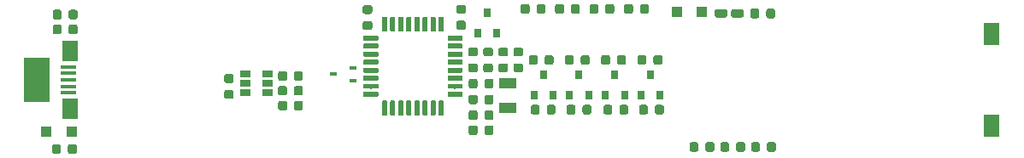
<source format=gtp>
G04 #@! TF.GenerationSoftware,KiCad,Pcbnew,(5.1.4-0-10_14)*
G04 #@! TF.CreationDate,2019-12-02T08:33:35-08:00*
G04 #@! TF.ProjectId,STM32L0xx_18650,53544d33-324c-4307-9878-5f3138363530,rev?*
G04 #@! TF.SameCoordinates,Original*
G04 #@! TF.FileFunction,Paste,Top*
G04 #@! TF.FilePolarity,Positive*
%FSLAX46Y46*%
G04 Gerber Fmt 4.6, Leading zero omitted, Abs format (unit mm)*
G04 Created by KiCad (PCBNEW (5.1.4-0-10_14)) date 2019-12-02 08:33:35*
%MOMM*%
%LPD*%
G04 APERTURE LIST*
%ADD10R,1.060000X0.650000*%
%ADD11C,0.100000*%
%ADD12C,0.875000*%
%ADD13R,0.700000X0.450000*%
%ADD14C,0.500000*%
%ADD15R,0.800000X0.900000*%
%ADD16R,2.500000X4.400000*%
%ADD17R,1.650000X0.400000*%
%ADD18R,1.500000X2.000000*%
%ADD19R,1.600000X2.180000*%
%ADD20R,1.000000X1.000000*%
%ADD21R,1.800000X1.000000*%
%ADD22C,0.850000*%
G04 APERTURE END LIST*
D10*
X80225000Y-100325000D03*
X80225000Y-101275000D03*
X80225000Y-99375000D03*
X82425000Y-99375000D03*
X82425000Y-100325000D03*
X82425000Y-101275000D03*
D11*
G36*
X85752691Y-102076053D02*
G01*
X85773926Y-102079203D01*
X85794750Y-102084419D01*
X85814962Y-102091651D01*
X85834368Y-102100830D01*
X85852781Y-102111866D01*
X85870024Y-102124654D01*
X85885930Y-102139070D01*
X85900346Y-102154976D01*
X85913134Y-102172219D01*
X85924170Y-102190632D01*
X85933349Y-102210038D01*
X85940581Y-102230250D01*
X85945797Y-102251074D01*
X85948947Y-102272309D01*
X85950000Y-102293750D01*
X85950000Y-102806250D01*
X85948947Y-102827691D01*
X85945797Y-102848926D01*
X85940581Y-102869750D01*
X85933349Y-102889962D01*
X85924170Y-102909368D01*
X85913134Y-102927781D01*
X85900346Y-102945024D01*
X85885930Y-102960930D01*
X85870024Y-102975346D01*
X85852781Y-102988134D01*
X85834368Y-102999170D01*
X85814962Y-103008349D01*
X85794750Y-103015581D01*
X85773926Y-103020797D01*
X85752691Y-103023947D01*
X85731250Y-103025000D01*
X85293750Y-103025000D01*
X85272309Y-103023947D01*
X85251074Y-103020797D01*
X85230250Y-103015581D01*
X85210038Y-103008349D01*
X85190632Y-102999170D01*
X85172219Y-102988134D01*
X85154976Y-102975346D01*
X85139070Y-102960930D01*
X85124654Y-102945024D01*
X85111866Y-102927781D01*
X85100830Y-102909368D01*
X85091651Y-102889962D01*
X85084419Y-102869750D01*
X85079203Y-102848926D01*
X85076053Y-102827691D01*
X85075000Y-102806250D01*
X85075000Y-102293750D01*
X85076053Y-102272309D01*
X85079203Y-102251074D01*
X85084419Y-102230250D01*
X85091651Y-102210038D01*
X85100830Y-102190632D01*
X85111866Y-102172219D01*
X85124654Y-102154976D01*
X85139070Y-102139070D01*
X85154976Y-102124654D01*
X85172219Y-102111866D01*
X85190632Y-102100830D01*
X85210038Y-102091651D01*
X85230250Y-102084419D01*
X85251074Y-102079203D01*
X85272309Y-102076053D01*
X85293750Y-102075000D01*
X85731250Y-102075000D01*
X85752691Y-102076053D01*
X85752691Y-102076053D01*
G37*
D12*
X85512500Y-102550000D03*
D11*
G36*
X84177691Y-102076053D02*
G01*
X84198926Y-102079203D01*
X84219750Y-102084419D01*
X84239962Y-102091651D01*
X84259368Y-102100830D01*
X84277781Y-102111866D01*
X84295024Y-102124654D01*
X84310930Y-102139070D01*
X84325346Y-102154976D01*
X84338134Y-102172219D01*
X84349170Y-102190632D01*
X84358349Y-102210038D01*
X84365581Y-102230250D01*
X84370797Y-102251074D01*
X84373947Y-102272309D01*
X84375000Y-102293750D01*
X84375000Y-102806250D01*
X84373947Y-102827691D01*
X84370797Y-102848926D01*
X84365581Y-102869750D01*
X84358349Y-102889962D01*
X84349170Y-102909368D01*
X84338134Y-102927781D01*
X84325346Y-102945024D01*
X84310930Y-102960930D01*
X84295024Y-102975346D01*
X84277781Y-102988134D01*
X84259368Y-102999170D01*
X84239962Y-103008349D01*
X84219750Y-103015581D01*
X84198926Y-103020797D01*
X84177691Y-103023947D01*
X84156250Y-103025000D01*
X83718750Y-103025000D01*
X83697309Y-103023947D01*
X83676074Y-103020797D01*
X83655250Y-103015581D01*
X83635038Y-103008349D01*
X83615632Y-102999170D01*
X83597219Y-102988134D01*
X83579976Y-102975346D01*
X83564070Y-102960930D01*
X83549654Y-102945024D01*
X83536866Y-102927781D01*
X83525830Y-102909368D01*
X83516651Y-102889962D01*
X83509419Y-102869750D01*
X83504203Y-102848926D01*
X83501053Y-102827691D01*
X83500000Y-102806250D01*
X83500000Y-102293750D01*
X83501053Y-102272309D01*
X83504203Y-102251074D01*
X83509419Y-102230250D01*
X83516651Y-102210038D01*
X83525830Y-102190632D01*
X83536866Y-102172219D01*
X83549654Y-102154976D01*
X83564070Y-102139070D01*
X83579976Y-102124654D01*
X83597219Y-102111866D01*
X83615632Y-102100830D01*
X83635038Y-102091651D01*
X83655250Y-102084419D01*
X83676074Y-102079203D01*
X83697309Y-102076053D01*
X83718750Y-102075000D01*
X84156250Y-102075000D01*
X84177691Y-102076053D01*
X84177691Y-102076053D01*
G37*
D12*
X83937500Y-102550000D03*
D11*
G36*
X63427691Y-94476053D02*
G01*
X63448926Y-94479203D01*
X63469750Y-94484419D01*
X63489962Y-94491651D01*
X63509368Y-94500830D01*
X63527781Y-94511866D01*
X63545024Y-94524654D01*
X63560930Y-94539070D01*
X63575346Y-94554976D01*
X63588134Y-94572219D01*
X63599170Y-94590632D01*
X63608349Y-94610038D01*
X63615581Y-94630250D01*
X63620797Y-94651074D01*
X63623947Y-94672309D01*
X63625000Y-94693750D01*
X63625000Y-95206250D01*
X63623947Y-95227691D01*
X63620797Y-95248926D01*
X63615581Y-95269750D01*
X63608349Y-95289962D01*
X63599170Y-95309368D01*
X63588134Y-95327781D01*
X63575346Y-95345024D01*
X63560930Y-95360930D01*
X63545024Y-95375346D01*
X63527781Y-95388134D01*
X63509368Y-95399170D01*
X63489962Y-95408349D01*
X63469750Y-95415581D01*
X63448926Y-95420797D01*
X63427691Y-95423947D01*
X63406250Y-95425000D01*
X62968750Y-95425000D01*
X62947309Y-95423947D01*
X62926074Y-95420797D01*
X62905250Y-95415581D01*
X62885038Y-95408349D01*
X62865632Y-95399170D01*
X62847219Y-95388134D01*
X62829976Y-95375346D01*
X62814070Y-95360930D01*
X62799654Y-95345024D01*
X62786866Y-95327781D01*
X62775830Y-95309368D01*
X62766651Y-95289962D01*
X62759419Y-95269750D01*
X62754203Y-95248926D01*
X62751053Y-95227691D01*
X62750000Y-95206250D01*
X62750000Y-94693750D01*
X62751053Y-94672309D01*
X62754203Y-94651074D01*
X62759419Y-94630250D01*
X62766651Y-94610038D01*
X62775830Y-94590632D01*
X62786866Y-94572219D01*
X62799654Y-94554976D01*
X62814070Y-94539070D01*
X62829976Y-94524654D01*
X62847219Y-94511866D01*
X62865632Y-94500830D01*
X62885038Y-94491651D01*
X62905250Y-94484419D01*
X62926074Y-94479203D01*
X62947309Y-94476053D01*
X62968750Y-94475000D01*
X63406250Y-94475000D01*
X63427691Y-94476053D01*
X63427691Y-94476053D01*
G37*
D12*
X63187500Y-94950000D03*
D11*
G36*
X61852691Y-94476053D02*
G01*
X61873926Y-94479203D01*
X61894750Y-94484419D01*
X61914962Y-94491651D01*
X61934368Y-94500830D01*
X61952781Y-94511866D01*
X61970024Y-94524654D01*
X61985930Y-94539070D01*
X62000346Y-94554976D01*
X62013134Y-94572219D01*
X62024170Y-94590632D01*
X62033349Y-94610038D01*
X62040581Y-94630250D01*
X62045797Y-94651074D01*
X62048947Y-94672309D01*
X62050000Y-94693750D01*
X62050000Y-95206250D01*
X62048947Y-95227691D01*
X62045797Y-95248926D01*
X62040581Y-95269750D01*
X62033349Y-95289962D01*
X62024170Y-95309368D01*
X62013134Y-95327781D01*
X62000346Y-95345024D01*
X61985930Y-95360930D01*
X61970024Y-95375346D01*
X61952781Y-95388134D01*
X61934368Y-95399170D01*
X61914962Y-95408349D01*
X61894750Y-95415581D01*
X61873926Y-95420797D01*
X61852691Y-95423947D01*
X61831250Y-95425000D01*
X61393750Y-95425000D01*
X61372309Y-95423947D01*
X61351074Y-95420797D01*
X61330250Y-95415581D01*
X61310038Y-95408349D01*
X61290632Y-95399170D01*
X61272219Y-95388134D01*
X61254976Y-95375346D01*
X61239070Y-95360930D01*
X61224654Y-95345024D01*
X61211866Y-95327781D01*
X61200830Y-95309368D01*
X61191651Y-95289962D01*
X61184419Y-95269750D01*
X61179203Y-95248926D01*
X61176053Y-95227691D01*
X61175000Y-95206250D01*
X61175000Y-94693750D01*
X61176053Y-94672309D01*
X61179203Y-94651074D01*
X61184419Y-94630250D01*
X61191651Y-94610038D01*
X61200830Y-94590632D01*
X61211866Y-94572219D01*
X61224654Y-94554976D01*
X61239070Y-94539070D01*
X61254976Y-94524654D01*
X61272219Y-94511866D01*
X61290632Y-94500830D01*
X61310038Y-94491651D01*
X61330250Y-94484419D01*
X61351074Y-94479203D01*
X61372309Y-94476053D01*
X61393750Y-94475000D01*
X61831250Y-94475000D01*
X61852691Y-94476053D01*
X61852691Y-94476053D01*
G37*
D12*
X61612500Y-94950000D03*
D11*
G36*
X85752691Y-100601053D02*
G01*
X85773926Y-100604203D01*
X85794750Y-100609419D01*
X85814962Y-100616651D01*
X85834368Y-100625830D01*
X85852781Y-100636866D01*
X85870024Y-100649654D01*
X85885930Y-100664070D01*
X85900346Y-100679976D01*
X85913134Y-100697219D01*
X85924170Y-100715632D01*
X85933349Y-100735038D01*
X85940581Y-100755250D01*
X85945797Y-100776074D01*
X85948947Y-100797309D01*
X85950000Y-100818750D01*
X85950000Y-101331250D01*
X85948947Y-101352691D01*
X85945797Y-101373926D01*
X85940581Y-101394750D01*
X85933349Y-101414962D01*
X85924170Y-101434368D01*
X85913134Y-101452781D01*
X85900346Y-101470024D01*
X85885930Y-101485930D01*
X85870024Y-101500346D01*
X85852781Y-101513134D01*
X85834368Y-101524170D01*
X85814962Y-101533349D01*
X85794750Y-101540581D01*
X85773926Y-101545797D01*
X85752691Y-101548947D01*
X85731250Y-101550000D01*
X85293750Y-101550000D01*
X85272309Y-101548947D01*
X85251074Y-101545797D01*
X85230250Y-101540581D01*
X85210038Y-101533349D01*
X85190632Y-101524170D01*
X85172219Y-101513134D01*
X85154976Y-101500346D01*
X85139070Y-101485930D01*
X85124654Y-101470024D01*
X85111866Y-101452781D01*
X85100830Y-101434368D01*
X85091651Y-101414962D01*
X85084419Y-101394750D01*
X85079203Y-101373926D01*
X85076053Y-101352691D01*
X85075000Y-101331250D01*
X85075000Y-100818750D01*
X85076053Y-100797309D01*
X85079203Y-100776074D01*
X85084419Y-100755250D01*
X85091651Y-100735038D01*
X85100830Y-100715632D01*
X85111866Y-100697219D01*
X85124654Y-100679976D01*
X85139070Y-100664070D01*
X85154976Y-100649654D01*
X85172219Y-100636866D01*
X85190632Y-100625830D01*
X85210038Y-100616651D01*
X85230250Y-100609419D01*
X85251074Y-100604203D01*
X85272309Y-100601053D01*
X85293750Y-100600000D01*
X85731250Y-100600000D01*
X85752691Y-100601053D01*
X85752691Y-100601053D01*
G37*
D12*
X85512500Y-101075000D03*
D11*
G36*
X84177691Y-100601053D02*
G01*
X84198926Y-100604203D01*
X84219750Y-100609419D01*
X84239962Y-100616651D01*
X84259368Y-100625830D01*
X84277781Y-100636866D01*
X84295024Y-100649654D01*
X84310930Y-100664070D01*
X84325346Y-100679976D01*
X84338134Y-100697219D01*
X84349170Y-100715632D01*
X84358349Y-100735038D01*
X84365581Y-100755250D01*
X84370797Y-100776074D01*
X84373947Y-100797309D01*
X84375000Y-100818750D01*
X84375000Y-101331250D01*
X84373947Y-101352691D01*
X84370797Y-101373926D01*
X84365581Y-101394750D01*
X84358349Y-101414962D01*
X84349170Y-101434368D01*
X84338134Y-101452781D01*
X84325346Y-101470024D01*
X84310930Y-101485930D01*
X84295024Y-101500346D01*
X84277781Y-101513134D01*
X84259368Y-101524170D01*
X84239962Y-101533349D01*
X84219750Y-101540581D01*
X84198926Y-101545797D01*
X84177691Y-101548947D01*
X84156250Y-101550000D01*
X83718750Y-101550000D01*
X83697309Y-101548947D01*
X83676074Y-101545797D01*
X83655250Y-101540581D01*
X83635038Y-101533349D01*
X83615632Y-101524170D01*
X83597219Y-101513134D01*
X83579976Y-101500346D01*
X83564070Y-101485930D01*
X83549654Y-101470024D01*
X83536866Y-101452781D01*
X83525830Y-101434368D01*
X83516651Y-101414962D01*
X83509419Y-101394750D01*
X83504203Y-101373926D01*
X83501053Y-101352691D01*
X83500000Y-101331250D01*
X83500000Y-100818750D01*
X83501053Y-100797309D01*
X83504203Y-100776074D01*
X83509419Y-100755250D01*
X83516651Y-100735038D01*
X83525830Y-100715632D01*
X83536866Y-100697219D01*
X83549654Y-100679976D01*
X83564070Y-100664070D01*
X83579976Y-100649654D01*
X83597219Y-100636866D01*
X83615632Y-100625830D01*
X83635038Y-100616651D01*
X83655250Y-100609419D01*
X83676074Y-100604203D01*
X83697309Y-100601053D01*
X83718750Y-100600000D01*
X84156250Y-100600000D01*
X84177691Y-100601053D01*
X84177691Y-100601053D01*
G37*
D12*
X83937500Y-101075000D03*
D11*
G36*
X61852691Y-93001053D02*
G01*
X61873926Y-93004203D01*
X61894750Y-93009419D01*
X61914962Y-93016651D01*
X61934368Y-93025830D01*
X61952781Y-93036866D01*
X61970024Y-93049654D01*
X61985930Y-93064070D01*
X62000346Y-93079976D01*
X62013134Y-93097219D01*
X62024170Y-93115632D01*
X62033349Y-93135038D01*
X62040581Y-93155250D01*
X62045797Y-93176074D01*
X62048947Y-93197309D01*
X62050000Y-93218750D01*
X62050000Y-93731250D01*
X62048947Y-93752691D01*
X62045797Y-93773926D01*
X62040581Y-93794750D01*
X62033349Y-93814962D01*
X62024170Y-93834368D01*
X62013134Y-93852781D01*
X62000346Y-93870024D01*
X61985930Y-93885930D01*
X61970024Y-93900346D01*
X61952781Y-93913134D01*
X61934368Y-93924170D01*
X61914962Y-93933349D01*
X61894750Y-93940581D01*
X61873926Y-93945797D01*
X61852691Y-93948947D01*
X61831250Y-93950000D01*
X61393750Y-93950000D01*
X61372309Y-93948947D01*
X61351074Y-93945797D01*
X61330250Y-93940581D01*
X61310038Y-93933349D01*
X61290632Y-93924170D01*
X61272219Y-93913134D01*
X61254976Y-93900346D01*
X61239070Y-93885930D01*
X61224654Y-93870024D01*
X61211866Y-93852781D01*
X61200830Y-93834368D01*
X61191651Y-93814962D01*
X61184419Y-93794750D01*
X61179203Y-93773926D01*
X61176053Y-93752691D01*
X61175000Y-93731250D01*
X61175000Y-93218750D01*
X61176053Y-93197309D01*
X61179203Y-93176074D01*
X61184419Y-93155250D01*
X61191651Y-93135038D01*
X61200830Y-93115632D01*
X61211866Y-93097219D01*
X61224654Y-93079976D01*
X61239070Y-93064070D01*
X61254976Y-93049654D01*
X61272219Y-93036866D01*
X61290632Y-93025830D01*
X61310038Y-93016651D01*
X61330250Y-93009419D01*
X61351074Y-93004203D01*
X61372309Y-93001053D01*
X61393750Y-93000000D01*
X61831250Y-93000000D01*
X61852691Y-93001053D01*
X61852691Y-93001053D01*
G37*
D12*
X61612500Y-93475000D03*
D11*
G36*
X63427691Y-93001053D02*
G01*
X63448926Y-93004203D01*
X63469750Y-93009419D01*
X63489962Y-93016651D01*
X63509368Y-93025830D01*
X63527781Y-93036866D01*
X63545024Y-93049654D01*
X63560930Y-93064070D01*
X63575346Y-93079976D01*
X63588134Y-93097219D01*
X63599170Y-93115632D01*
X63608349Y-93135038D01*
X63615581Y-93155250D01*
X63620797Y-93176074D01*
X63623947Y-93197309D01*
X63625000Y-93218750D01*
X63625000Y-93731250D01*
X63623947Y-93752691D01*
X63620797Y-93773926D01*
X63615581Y-93794750D01*
X63608349Y-93814962D01*
X63599170Y-93834368D01*
X63588134Y-93852781D01*
X63575346Y-93870024D01*
X63560930Y-93885930D01*
X63545024Y-93900346D01*
X63527781Y-93913134D01*
X63509368Y-93924170D01*
X63489962Y-93933349D01*
X63469750Y-93940581D01*
X63448926Y-93945797D01*
X63427691Y-93948947D01*
X63406250Y-93950000D01*
X62968750Y-93950000D01*
X62947309Y-93948947D01*
X62926074Y-93945797D01*
X62905250Y-93940581D01*
X62885038Y-93933349D01*
X62865632Y-93924170D01*
X62847219Y-93913134D01*
X62829976Y-93900346D01*
X62814070Y-93885930D01*
X62799654Y-93870024D01*
X62786866Y-93852781D01*
X62775830Y-93834368D01*
X62766651Y-93814962D01*
X62759419Y-93794750D01*
X62754203Y-93773926D01*
X62751053Y-93752691D01*
X62750000Y-93731250D01*
X62750000Y-93218750D01*
X62751053Y-93197309D01*
X62754203Y-93176074D01*
X62759419Y-93155250D01*
X62766651Y-93135038D01*
X62775830Y-93115632D01*
X62786866Y-93097219D01*
X62799654Y-93079976D01*
X62814070Y-93064070D01*
X62829976Y-93049654D01*
X62847219Y-93036866D01*
X62865632Y-93025830D01*
X62885038Y-93016651D01*
X62905250Y-93009419D01*
X62926074Y-93004203D01*
X62947309Y-93001053D01*
X62968750Y-93000000D01*
X63406250Y-93000000D01*
X63427691Y-93001053D01*
X63427691Y-93001053D01*
G37*
D12*
X63187500Y-93475000D03*
D11*
G36*
X85752691Y-99126053D02*
G01*
X85773926Y-99129203D01*
X85794750Y-99134419D01*
X85814962Y-99141651D01*
X85834368Y-99150830D01*
X85852781Y-99161866D01*
X85870024Y-99174654D01*
X85885930Y-99189070D01*
X85900346Y-99204976D01*
X85913134Y-99222219D01*
X85924170Y-99240632D01*
X85933349Y-99260038D01*
X85940581Y-99280250D01*
X85945797Y-99301074D01*
X85948947Y-99322309D01*
X85950000Y-99343750D01*
X85950000Y-99856250D01*
X85948947Y-99877691D01*
X85945797Y-99898926D01*
X85940581Y-99919750D01*
X85933349Y-99939962D01*
X85924170Y-99959368D01*
X85913134Y-99977781D01*
X85900346Y-99995024D01*
X85885930Y-100010930D01*
X85870024Y-100025346D01*
X85852781Y-100038134D01*
X85834368Y-100049170D01*
X85814962Y-100058349D01*
X85794750Y-100065581D01*
X85773926Y-100070797D01*
X85752691Y-100073947D01*
X85731250Y-100075000D01*
X85293750Y-100075000D01*
X85272309Y-100073947D01*
X85251074Y-100070797D01*
X85230250Y-100065581D01*
X85210038Y-100058349D01*
X85190632Y-100049170D01*
X85172219Y-100038134D01*
X85154976Y-100025346D01*
X85139070Y-100010930D01*
X85124654Y-99995024D01*
X85111866Y-99977781D01*
X85100830Y-99959368D01*
X85091651Y-99939962D01*
X85084419Y-99919750D01*
X85079203Y-99898926D01*
X85076053Y-99877691D01*
X85075000Y-99856250D01*
X85075000Y-99343750D01*
X85076053Y-99322309D01*
X85079203Y-99301074D01*
X85084419Y-99280250D01*
X85091651Y-99260038D01*
X85100830Y-99240632D01*
X85111866Y-99222219D01*
X85124654Y-99204976D01*
X85139070Y-99189070D01*
X85154976Y-99174654D01*
X85172219Y-99161866D01*
X85190632Y-99150830D01*
X85210038Y-99141651D01*
X85230250Y-99134419D01*
X85251074Y-99129203D01*
X85272309Y-99126053D01*
X85293750Y-99125000D01*
X85731250Y-99125000D01*
X85752691Y-99126053D01*
X85752691Y-99126053D01*
G37*
D12*
X85512500Y-99600000D03*
D11*
G36*
X84177691Y-99126053D02*
G01*
X84198926Y-99129203D01*
X84219750Y-99134419D01*
X84239962Y-99141651D01*
X84259368Y-99150830D01*
X84277781Y-99161866D01*
X84295024Y-99174654D01*
X84310930Y-99189070D01*
X84325346Y-99204976D01*
X84338134Y-99222219D01*
X84349170Y-99240632D01*
X84358349Y-99260038D01*
X84365581Y-99280250D01*
X84370797Y-99301074D01*
X84373947Y-99322309D01*
X84375000Y-99343750D01*
X84375000Y-99856250D01*
X84373947Y-99877691D01*
X84370797Y-99898926D01*
X84365581Y-99919750D01*
X84358349Y-99939962D01*
X84349170Y-99959368D01*
X84338134Y-99977781D01*
X84325346Y-99995024D01*
X84310930Y-100010930D01*
X84295024Y-100025346D01*
X84277781Y-100038134D01*
X84259368Y-100049170D01*
X84239962Y-100058349D01*
X84219750Y-100065581D01*
X84198926Y-100070797D01*
X84177691Y-100073947D01*
X84156250Y-100075000D01*
X83718750Y-100075000D01*
X83697309Y-100073947D01*
X83676074Y-100070797D01*
X83655250Y-100065581D01*
X83635038Y-100058349D01*
X83615632Y-100049170D01*
X83597219Y-100038134D01*
X83579976Y-100025346D01*
X83564070Y-100010930D01*
X83549654Y-99995024D01*
X83536866Y-99977781D01*
X83525830Y-99959368D01*
X83516651Y-99939962D01*
X83509419Y-99919750D01*
X83504203Y-99898926D01*
X83501053Y-99877691D01*
X83500000Y-99856250D01*
X83500000Y-99343750D01*
X83501053Y-99322309D01*
X83504203Y-99301074D01*
X83509419Y-99280250D01*
X83516651Y-99260038D01*
X83525830Y-99240632D01*
X83536866Y-99222219D01*
X83549654Y-99204976D01*
X83564070Y-99189070D01*
X83579976Y-99174654D01*
X83597219Y-99161866D01*
X83615632Y-99150830D01*
X83635038Y-99141651D01*
X83655250Y-99134419D01*
X83676074Y-99129203D01*
X83697309Y-99126053D01*
X83718750Y-99125000D01*
X84156250Y-99125000D01*
X84177691Y-99126053D01*
X84177691Y-99126053D01*
G37*
D12*
X83937500Y-99600000D03*
D11*
G36*
X78902691Y-101001053D02*
G01*
X78923926Y-101004203D01*
X78944750Y-101009419D01*
X78964962Y-101016651D01*
X78984368Y-101025830D01*
X79002781Y-101036866D01*
X79020024Y-101049654D01*
X79035930Y-101064070D01*
X79050346Y-101079976D01*
X79063134Y-101097219D01*
X79074170Y-101115632D01*
X79083349Y-101135038D01*
X79090581Y-101155250D01*
X79095797Y-101176074D01*
X79098947Y-101197309D01*
X79100000Y-101218750D01*
X79100000Y-101656250D01*
X79098947Y-101677691D01*
X79095797Y-101698926D01*
X79090581Y-101719750D01*
X79083349Y-101739962D01*
X79074170Y-101759368D01*
X79063134Y-101777781D01*
X79050346Y-101795024D01*
X79035930Y-101810930D01*
X79020024Y-101825346D01*
X79002781Y-101838134D01*
X78984368Y-101849170D01*
X78964962Y-101858349D01*
X78944750Y-101865581D01*
X78923926Y-101870797D01*
X78902691Y-101873947D01*
X78881250Y-101875000D01*
X78368750Y-101875000D01*
X78347309Y-101873947D01*
X78326074Y-101870797D01*
X78305250Y-101865581D01*
X78285038Y-101858349D01*
X78265632Y-101849170D01*
X78247219Y-101838134D01*
X78229976Y-101825346D01*
X78214070Y-101810930D01*
X78199654Y-101795024D01*
X78186866Y-101777781D01*
X78175830Y-101759368D01*
X78166651Y-101739962D01*
X78159419Y-101719750D01*
X78154203Y-101698926D01*
X78151053Y-101677691D01*
X78150000Y-101656250D01*
X78150000Y-101218750D01*
X78151053Y-101197309D01*
X78154203Y-101176074D01*
X78159419Y-101155250D01*
X78166651Y-101135038D01*
X78175830Y-101115632D01*
X78186866Y-101097219D01*
X78199654Y-101079976D01*
X78214070Y-101064070D01*
X78229976Y-101049654D01*
X78247219Y-101036866D01*
X78265632Y-101025830D01*
X78285038Y-101016651D01*
X78305250Y-101009419D01*
X78326074Y-101004203D01*
X78347309Y-101001053D01*
X78368750Y-101000000D01*
X78881250Y-101000000D01*
X78902691Y-101001053D01*
X78902691Y-101001053D01*
G37*
D12*
X78625000Y-101437500D03*
D11*
G36*
X78902691Y-99426053D02*
G01*
X78923926Y-99429203D01*
X78944750Y-99434419D01*
X78964962Y-99441651D01*
X78984368Y-99450830D01*
X79002781Y-99461866D01*
X79020024Y-99474654D01*
X79035930Y-99489070D01*
X79050346Y-99504976D01*
X79063134Y-99522219D01*
X79074170Y-99540632D01*
X79083349Y-99560038D01*
X79090581Y-99580250D01*
X79095797Y-99601074D01*
X79098947Y-99622309D01*
X79100000Y-99643750D01*
X79100000Y-100081250D01*
X79098947Y-100102691D01*
X79095797Y-100123926D01*
X79090581Y-100144750D01*
X79083349Y-100164962D01*
X79074170Y-100184368D01*
X79063134Y-100202781D01*
X79050346Y-100220024D01*
X79035930Y-100235930D01*
X79020024Y-100250346D01*
X79002781Y-100263134D01*
X78984368Y-100274170D01*
X78964962Y-100283349D01*
X78944750Y-100290581D01*
X78923926Y-100295797D01*
X78902691Y-100298947D01*
X78881250Y-100300000D01*
X78368750Y-100300000D01*
X78347309Y-100298947D01*
X78326074Y-100295797D01*
X78305250Y-100290581D01*
X78285038Y-100283349D01*
X78265632Y-100274170D01*
X78247219Y-100263134D01*
X78229976Y-100250346D01*
X78214070Y-100235930D01*
X78199654Y-100220024D01*
X78186866Y-100202781D01*
X78175830Y-100184368D01*
X78166651Y-100164962D01*
X78159419Y-100144750D01*
X78154203Y-100123926D01*
X78151053Y-100102691D01*
X78150000Y-100081250D01*
X78150000Y-99643750D01*
X78151053Y-99622309D01*
X78154203Y-99601074D01*
X78159419Y-99580250D01*
X78166651Y-99560038D01*
X78175830Y-99540632D01*
X78186866Y-99522219D01*
X78199654Y-99504976D01*
X78214070Y-99489070D01*
X78229976Y-99474654D01*
X78247219Y-99461866D01*
X78265632Y-99450830D01*
X78285038Y-99441651D01*
X78305250Y-99434419D01*
X78326074Y-99429203D01*
X78347309Y-99426053D01*
X78368750Y-99425000D01*
X78881250Y-99425000D01*
X78902691Y-99426053D01*
X78902691Y-99426053D01*
G37*
D12*
X78625000Y-99862500D03*
D13*
X90950000Y-100075000D03*
X90950000Y-98775000D03*
X88950000Y-99425000D03*
D11*
G36*
X61777691Y-106401053D02*
G01*
X61798926Y-106404203D01*
X61819750Y-106409419D01*
X61839962Y-106416651D01*
X61859368Y-106425830D01*
X61877781Y-106436866D01*
X61895024Y-106449654D01*
X61910930Y-106464070D01*
X61925346Y-106479976D01*
X61938134Y-106497219D01*
X61949170Y-106515632D01*
X61958349Y-106535038D01*
X61965581Y-106555250D01*
X61970797Y-106576074D01*
X61973947Y-106597309D01*
X61975000Y-106618750D01*
X61975000Y-107131250D01*
X61973947Y-107152691D01*
X61970797Y-107173926D01*
X61965581Y-107194750D01*
X61958349Y-107214962D01*
X61949170Y-107234368D01*
X61938134Y-107252781D01*
X61925346Y-107270024D01*
X61910930Y-107285930D01*
X61895024Y-107300346D01*
X61877781Y-107313134D01*
X61859368Y-107324170D01*
X61839962Y-107333349D01*
X61819750Y-107340581D01*
X61798926Y-107345797D01*
X61777691Y-107348947D01*
X61756250Y-107350000D01*
X61318750Y-107350000D01*
X61297309Y-107348947D01*
X61276074Y-107345797D01*
X61255250Y-107340581D01*
X61235038Y-107333349D01*
X61215632Y-107324170D01*
X61197219Y-107313134D01*
X61179976Y-107300346D01*
X61164070Y-107285930D01*
X61149654Y-107270024D01*
X61136866Y-107252781D01*
X61125830Y-107234368D01*
X61116651Y-107214962D01*
X61109419Y-107194750D01*
X61104203Y-107173926D01*
X61101053Y-107152691D01*
X61100000Y-107131250D01*
X61100000Y-106618750D01*
X61101053Y-106597309D01*
X61104203Y-106576074D01*
X61109419Y-106555250D01*
X61116651Y-106535038D01*
X61125830Y-106515632D01*
X61136866Y-106497219D01*
X61149654Y-106479976D01*
X61164070Y-106464070D01*
X61179976Y-106449654D01*
X61197219Y-106436866D01*
X61215632Y-106425830D01*
X61235038Y-106416651D01*
X61255250Y-106409419D01*
X61276074Y-106404203D01*
X61297309Y-106401053D01*
X61318750Y-106400000D01*
X61756250Y-106400000D01*
X61777691Y-106401053D01*
X61777691Y-106401053D01*
G37*
D12*
X61537500Y-106875000D03*
D11*
G36*
X63352691Y-106401053D02*
G01*
X63373926Y-106404203D01*
X63394750Y-106409419D01*
X63414962Y-106416651D01*
X63434368Y-106425830D01*
X63452781Y-106436866D01*
X63470024Y-106449654D01*
X63485930Y-106464070D01*
X63500346Y-106479976D01*
X63513134Y-106497219D01*
X63524170Y-106515632D01*
X63533349Y-106535038D01*
X63540581Y-106555250D01*
X63545797Y-106576074D01*
X63548947Y-106597309D01*
X63550000Y-106618750D01*
X63550000Y-107131250D01*
X63548947Y-107152691D01*
X63545797Y-107173926D01*
X63540581Y-107194750D01*
X63533349Y-107214962D01*
X63524170Y-107234368D01*
X63513134Y-107252781D01*
X63500346Y-107270024D01*
X63485930Y-107285930D01*
X63470024Y-107300346D01*
X63452781Y-107313134D01*
X63434368Y-107324170D01*
X63414962Y-107333349D01*
X63394750Y-107340581D01*
X63373926Y-107345797D01*
X63352691Y-107348947D01*
X63331250Y-107350000D01*
X62893750Y-107350000D01*
X62872309Y-107348947D01*
X62851074Y-107345797D01*
X62830250Y-107340581D01*
X62810038Y-107333349D01*
X62790632Y-107324170D01*
X62772219Y-107313134D01*
X62754976Y-107300346D01*
X62739070Y-107285930D01*
X62724654Y-107270024D01*
X62711866Y-107252781D01*
X62700830Y-107234368D01*
X62691651Y-107214962D01*
X62684419Y-107194750D01*
X62679203Y-107173926D01*
X62676053Y-107152691D01*
X62675000Y-107131250D01*
X62675000Y-106618750D01*
X62676053Y-106597309D01*
X62679203Y-106576074D01*
X62684419Y-106555250D01*
X62691651Y-106535038D01*
X62700830Y-106515632D01*
X62711866Y-106497219D01*
X62724654Y-106479976D01*
X62739070Y-106464070D01*
X62754976Y-106449654D01*
X62772219Y-106436866D01*
X62790632Y-106425830D01*
X62810038Y-106416651D01*
X62830250Y-106409419D01*
X62851074Y-106404203D01*
X62872309Y-106401053D01*
X62893750Y-106400000D01*
X63331250Y-106400000D01*
X63352691Y-106401053D01*
X63352691Y-106401053D01*
G37*
D12*
X63112500Y-106875000D03*
D11*
G36*
X101902691Y-94101053D02*
G01*
X101923926Y-94104203D01*
X101944750Y-94109419D01*
X101964962Y-94116651D01*
X101984368Y-94125830D01*
X102002781Y-94136866D01*
X102020024Y-94149654D01*
X102035930Y-94164070D01*
X102050346Y-94179976D01*
X102063134Y-94197219D01*
X102074170Y-94215632D01*
X102083349Y-94235038D01*
X102090581Y-94255250D01*
X102095797Y-94276074D01*
X102098947Y-94297309D01*
X102100000Y-94318750D01*
X102100000Y-94756250D01*
X102098947Y-94777691D01*
X102095797Y-94798926D01*
X102090581Y-94819750D01*
X102083349Y-94839962D01*
X102074170Y-94859368D01*
X102063134Y-94877781D01*
X102050346Y-94895024D01*
X102035930Y-94910930D01*
X102020024Y-94925346D01*
X102002781Y-94938134D01*
X101984368Y-94949170D01*
X101964962Y-94958349D01*
X101944750Y-94965581D01*
X101923926Y-94970797D01*
X101902691Y-94973947D01*
X101881250Y-94975000D01*
X101368750Y-94975000D01*
X101347309Y-94973947D01*
X101326074Y-94970797D01*
X101305250Y-94965581D01*
X101285038Y-94958349D01*
X101265632Y-94949170D01*
X101247219Y-94938134D01*
X101229976Y-94925346D01*
X101214070Y-94910930D01*
X101199654Y-94895024D01*
X101186866Y-94877781D01*
X101175830Y-94859368D01*
X101166651Y-94839962D01*
X101159419Y-94819750D01*
X101154203Y-94798926D01*
X101151053Y-94777691D01*
X101150000Y-94756250D01*
X101150000Y-94318750D01*
X101151053Y-94297309D01*
X101154203Y-94276074D01*
X101159419Y-94255250D01*
X101166651Y-94235038D01*
X101175830Y-94215632D01*
X101186866Y-94197219D01*
X101199654Y-94179976D01*
X101214070Y-94164070D01*
X101229976Y-94149654D01*
X101247219Y-94136866D01*
X101265632Y-94125830D01*
X101285038Y-94116651D01*
X101305250Y-94109419D01*
X101326074Y-94104203D01*
X101347309Y-94101053D01*
X101368750Y-94100000D01*
X101881250Y-94100000D01*
X101902691Y-94101053D01*
X101902691Y-94101053D01*
G37*
D12*
X101625000Y-94537500D03*
D11*
G36*
X101902691Y-92526053D02*
G01*
X101923926Y-92529203D01*
X101944750Y-92534419D01*
X101964962Y-92541651D01*
X101984368Y-92550830D01*
X102002781Y-92561866D01*
X102020024Y-92574654D01*
X102035930Y-92589070D01*
X102050346Y-92604976D01*
X102063134Y-92622219D01*
X102074170Y-92640632D01*
X102083349Y-92660038D01*
X102090581Y-92680250D01*
X102095797Y-92701074D01*
X102098947Y-92722309D01*
X102100000Y-92743750D01*
X102100000Y-93181250D01*
X102098947Y-93202691D01*
X102095797Y-93223926D01*
X102090581Y-93244750D01*
X102083349Y-93264962D01*
X102074170Y-93284368D01*
X102063134Y-93302781D01*
X102050346Y-93320024D01*
X102035930Y-93335930D01*
X102020024Y-93350346D01*
X102002781Y-93363134D01*
X101984368Y-93374170D01*
X101964962Y-93383349D01*
X101944750Y-93390581D01*
X101923926Y-93395797D01*
X101902691Y-93398947D01*
X101881250Y-93400000D01*
X101368750Y-93400000D01*
X101347309Y-93398947D01*
X101326074Y-93395797D01*
X101305250Y-93390581D01*
X101285038Y-93383349D01*
X101265632Y-93374170D01*
X101247219Y-93363134D01*
X101229976Y-93350346D01*
X101214070Y-93335930D01*
X101199654Y-93320024D01*
X101186866Y-93302781D01*
X101175830Y-93284368D01*
X101166651Y-93264962D01*
X101159419Y-93244750D01*
X101154203Y-93223926D01*
X101151053Y-93202691D01*
X101150000Y-93181250D01*
X101150000Y-92743750D01*
X101151053Y-92722309D01*
X101154203Y-92701074D01*
X101159419Y-92680250D01*
X101166651Y-92660038D01*
X101175830Y-92640632D01*
X101186866Y-92622219D01*
X101199654Y-92604976D01*
X101214070Y-92589070D01*
X101229976Y-92574654D01*
X101247219Y-92561866D01*
X101265632Y-92550830D01*
X101285038Y-92541651D01*
X101305250Y-92534419D01*
X101326074Y-92529203D01*
X101347309Y-92526053D01*
X101368750Y-92525000D01*
X101881250Y-92525000D01*
X101902691Y-92526053D01*
X101902691Y-92526053D01*
G37*
D12*
X101625000Y-92962500D03*
D11*
G36*
X107552691Y-98351053D02*
G01*
X107573926Y-98354203D01*
X107594750Y-98359419D01*
X107614962Y-98366651D01*
X107634368Y-98375830D01*
X107652781Y-98386866D01*
X107670024Y-98399654D01*
X107685930Y-98414070D01*
X107700346Y-98429976D01*
X107713134Y-98447219D01*
X107724170Y-98465632D01*
X107733349Y-98485038D01*
X107740581Y-98505250D01*
X107745797Y-98526074D01*
X107748947Y-98547309D01*
X107750000Y-98568750D01*
X107750000Y-99006250D01*
X107748947Y-99027691D01*
X107745797Y-99048926D01*
X107740581Y-99069750D01*
X107733349Y-99089962D01*
X107724170Y-99109368D01*
X107713134Y-99127781D01*
X107700346Y-99145024D01*
X107685930Y-99160930D01*
X107670024Y-99175346D01*
X107652781Y-99188134D01*
X107634368Y-99199170D01*
X107614962Y-99208349D01*
X107594750Y-99215581D01*
X107573926Y-99220797D01*
X107552691Y-99223947D01*
X107531250Y-99225000D01*
X107018750Y-99225000D01*
X106997309Y-99223947D01*
X106976074Y-99220797D01*
X106955250Y-99215581D01*
X106935038Y-99208349D01*
X106915632Y-99199170D01*
X106897219Y-99188134D01*
X106879976Y-99175346D01*
X106864070Y-99160930D01*
X106849654Y-99145024D01*
X106836866Y-99127781D01*
X106825830Y-99109368D01*
X106816651Y-99089962D01*
X106809419Y-99069750D01*
X106804203Y-99048926D01*
X106801053Y-99027691D01*
X106800000Y-99006250D01*
X106800000Y-98568750D01*
X106801053Y-98547309D01*
X106804203Y-98526074D01*
X106809419Y-98505250D01*
X106816651Y-98485038D01*
X106825830Y-98465632D01*
X106836866Y-98447219D01*
X106849654Y-98429976D01*
X106864070Y-98414070D01*
X106879976Y-98399654D01*
X106897219Y-98386866D01*
X106915632Y-98375830D01*
X106935038Y-98366651D01*
X106955250Y-98359419D01*
X106976074Y-98354203D01*
X106997309Y-98351053D01*
X107018750Y-98350000D01*
X107531250Y-98350000D01*
X107552691Y-98351053D01*
X107552691Y-98351053D01*
G37*
D12*
X107275000Y-98787500D03*
D11*
G36*
X107552691Y-96776053D02*
G01*
X107573926Y-96779203D01*
X107594750Y-96784419D01*
X107614962Y-96791651D01*
X107634368Y-96800830D01*
X107652781Y-96811866D01*
X107670024Y-96824654D01*
X107685930Y-96839070D01*
X107700346Y-96854976D01*
X107713134Y-96872219D01*
X107724170Y-96890632D01*
X107733349Y-96910038D01*
X107740581Y-96930250D01*
X107745797Y-96951074D01*
X107748947Y-96972309D01*
X107750000Y-96993750D01*
X107750000Y-97431250D01*
X107748947Y-97452691D01*
X107745797Y-97473926D01*
X107740581Y-97494750D01*
X107733349Y-97514962D01*
X107724170Y-97534368D01*
X107713134Y-97552781D01*
X107700346Y-97570024D01*
X107685930Y-97585930D01*
X107670024Y-97600346D01*
X107652781Y-97613134D01*
X107634368Y-97624170D01*
X107614962Y-97633349D01*
X107594750Y-97640581D01*
X107573926Y-97645797D01*
X107552691Y-97648947D01*
X107531250Y-97650000D01*
X107018750Y-97650000D01*
X106997309Y-97648947D01*
X106976074Y-97645797D01*
X106955250Y-97640581D01*
X106935038Y-97633349D01*
X106915632Y-97624170D01*
X106897219Y-97613134D01*
X106879976Y-97600346D01*
X106864070Y-97585930D01*
X106849654Y-97570024D01*
X106836866Y-97552781D01*
X106825830Y-97534368D01*
X106816651Y-97514962D01*
X106809419Y-97494750D01*
X106804203Y-97473926D01*
X106801053Y-97452691D01*
X106800000Y-97431250D01*
X106800000Y-96993750D01*
X106801053Y-96972309D01*
X106804203Y-96951074D01*
X106809419Y-96930250D01*
X106816651Y-96910038D01*
X106825830Y-96890632D01*
X106836866Y-96872219D01*
X106849654Y-96854976D01*
X106864070Y-96839070D01*
X106879976Y-96824654D01*
X106897219Y-96811866D01*
X106915632Y-96800830D01*
X106935038Y-96791651D01*
X106955250Y-96784419D01*
X106976074Y-96779203D01*
X106997309Y-96776053D01*
X107018750Y-96775000D01*
X107531250Y-96775000D01*
X107552691Y-96776053D01*
X107552691Y-96776053D01*
G37*
D12*
X107275000Y-97212500D03*
D11*
G36*
X101662252Y-101175602D02*
G01*
X101674386Y-101177402D01*
X101686286Y-101180382D01*
X101697835Y-101184515D01*
X101708925Y-101189760D01*
X101719446Y-101196066D01*
X101729299Y-101203374D01*
X101738388Y-101211612D01*
X101746626Y-101220701D01*
X101753934Y-101230554D01*
X101760240Y-101241075D01*
X101765485Y-101252165D01*
X101769618Y-101263714D01*
X101772598Y-101275614D01*
X101774398Y-101287748D01*
X101775000Y-101300000D01*
X101775000Y-101550000D01*
X101774398Y-101562252D01*
X101772598Y-101574386D01*
X101769618Y-101586286D01*
X101765485Y-101597835D01*
X101760240Y-101608925D01*
X101753934Y-101619446D01*
X101746626Y-101629299D01*
X101738388Y-101638388D01*
X101729299Y-101646626D01*
X101719446Y-101653934D01*
X101708925Y-101660240D01*
X101697835Y-101665485D01*
X101686286Y-101669618D01*
X101674386Y-101672598D01*
X101662252Y-101674398D01*
X101650000Y-101675000D01*
X100400000Y-101675000D01*
X100387748Y-101674398D01*
X100375614Y-101672598D01*
X100363714Y-101669618D01*
X100352165Y-101665485D01*
X100341075Y-101660240D01*
X100330554Y-101653934D01*
X100320701Y-101646626D01*
X100311612Y-101638388D01*
X100303374Y-101629299D01*
X100296066Y-101619446D01*
X100289760Y-101608925D01*
X100284515Y-101597835D01*
X100280382Y-101586286D01*
X100277402Y-101574386D01*
X100275602Y-101562252D01*
X100275000Y-101550000D01*
X100275000Y-101300000D01*
X100275602Y-101287748D01*
X100277402Y-101275614D01*
X100280382Y-101263714D01*
X100284515Y-101252165D01*
X100289760Y-101241075D01*
X100296066Y-101230554D01*
X100303374Y-101220701D01*
X100311612Y-101211612D01*
X100320701Y-101203374D01*
X100330554Y-101196066D01*
X100341075Y-101189760D01*
X100352165Y-101184515D01*
X100363714Y-101180382D01*
X100375614Y-101177402D01*
X100387748Y-101175602D01*
X100400000Y-101175000D01*
X101650000Y-101175000D01*
X101662252Y-101175602D01*
X101662252Y-101175602D01*
G37*
D14*
X101025000Y-101425000D03*
D11*
G36*
X101662252Y-100375602D02*
G01*
X101674386Y-100377402D01*
X101686286Y-100380382D01*
X101697835Y-100384515D01*
X101708925Y-100389760D01*
X101719446Y-100396066D01*
X101729299Y-100403374D01*
X101738388Y-100411612D01*
X101746626Y-100420701D01*
X101753934Y-100430554D01*
X101760240Y-100441075D01*
X101765485Y-100452165D01*
X101769618Y-100463714D01*
X101772598Y-100475614D01*
X101774398Y-100487748D01*
X101775000Y-100500000D01*
X101775000Y-100750000D01*
X101774398Y-100762252D01*
X101772598Y-100774386D01*
X101769618Y-100786286D01*
X101765485Y-100797835D01*
X101760240Y-100808925D01*
X101753934Y-100819446D01*
X101746626Y-100829299D01*
X101738388Y-100838388D01*
X101729299Y-100846626D01*
X101719446Y-100853934D01*
X101708925Y-100860240D01*
X101697835Y-100865485D01*
X101686286Y-100869618D01*
X101674386Y-100872598D01*
X101662252Y-100874398D01*
X101650000Y-100875000D01*
X100400000Y-100875000D01*
X100387748Y-100874398D01*
X100375614Y-100872598D01*
X100363714Y-100869618D01*
X100352165Y-100865485D01*
X100341075Y-100860240D01*
X100330554Y-100853934D01*
X100320701Y-100846626D01*
X100311612Y-100838388D01*
X100303374Y-100829299D01*
X100296066Y-100819446D01*
X100289760Y-100808925D01*
X100284515Y-100797835D01*
X100280382Y-100786286D01*
X100277402Y-100774386D01*
X100275602Y-100762252D01*
X100275000Y-100750000D01*
X100275000Y-100500000D01*
X100275602Y-100487748D01*
X100277402Y-100475614D01*
X100280382Y-100463714D01*
X100284515Y-100452165D01*
X100289760Y-100441075D01*
X100296066Y-100430554D01*
X100303374Y-100420701D01*
X100311612Y-100411612D01*
X100320701Y-100403374D01*
X100330554Y-100396066D01*
X100341075Y-100389760D01*
X100352165Y-100384515D01*
X100363714Y-100380382D01*
X100375614Y-100377402D01*
X100387748Y-100375602D01*
X100400000Y-100375000D01*
X101650000Y-100375000D01*
X101662252Y-100375602D01*
X101662252Y-100375602D01*
G37*
D14*
X101025000Y-100625000D03*
D11*
G36*
X101662252Y-99575602D02*
G01*
X101674386Y-99577402D01*
X101686286Y-99580382D01*
X101697835Y-99584515D01*
X101708925Y-99589760D01*
X101719446Y-99596066D01*
X101729299Y-99603374D01*
X101738388Y-99611612D01*
X101746626Y-99620701D01*
X101753934Y-99630554D01*
X101760240Y-99641075D01*
X101765485Y-99652165D01*
X101769618Y-99663714D01*
X101772598Y-99675614D01*
X101774398Y-99687748D01*
X101775000Y-99700000D01*
X101775000Y-99950000D01*
X101774398Y-99962252D01*
X101772598Y-99974386D01*
X101769618Y-99986286D01*
X101765485Y-99997835D01*
X101760240Y-100008925D01*
X101753934Y-100019446D01*
X101746626Y-100029299D01*
X101738388Y-100038388D01*
X101729299Y-100046626D01*
X101719446Y-100053934D01*
X101708925Y-100060240D01*
X101697835Y-100065485D01*
X101686286Y-100069618D01*
X101674386Y-100072598D01*
X101662252Y-100074398D01*
X101650000Y-100075000D01*
X100400000Y-100075000D01*
X100387748Y-100074398D01*
X100375614Y-100072598D01*
X100363714Y-100069618D01*
X100352165Y-100065485D01*
X100341075Y-100060240D01*
X100330554Y-100053934D01*
X100320701Y-100046626D01*
X100311612Y-100038388D01*
X100303374Y-100029299D01*
X100296066Y-100019446D01*
X100289760Y-100008925D01*
X100284515Y-99997835D01*
X100280382Y-99986286D01*
X100277402Y-99974386D01*
X100275602Y-99962252D01*
X100275000Y-99950000D01*
X100275000Y-99700000D01*
X100275602Y-99687748D01*
X100277402Y-99675614D01*
X100280382Y-99663714D01*
X100284515Y-99652165D01*
X100289760Y-99641075D01*
X100296066Y-99630554D01*
X100303374Y-99620701D01*
X100311612Y-99611612D01*
X100320701Y-99603374D01*
X100330554Y-99596066D01*
X100341075Y-99589760D01*
X100352165Y-99584515D01*
X100363714Y-99580382D01*
X100375614Y-99577402D01*
X100387748Y-99575602D01*
X100400000Y-99575000D01*
X101650000Y-99575000D01*
X101662252Y-99575602D01*
X101662252Y-99575602D01*
G37*
D14*
X101025000Y-99825000D03*
D11*
G36*
X101662252Y-98775602D02*
G01*
X101674386Y-98777402D01*
X101686286Y-98780382D01*
X101697835Y-98784515D01*
X101708925Y-98789760D01*
X101719446Y-98796066D01*
X101729299Y-98803374D01*
X101738388Y-98811612D01*
X101746626Y-98820701D01*
X101753934Y-98830554D01*
X101760240Y-98841075D01*
X101765485Y-98852165D01*
X101769618Y-98863714D01*
X101772598Y-98875614D01*
X101774398Y-98887748D01*
X101775000Y-98900000D01*
X101775000Y-99150000D01*
X101774398Y-99162252D01*
X101772598Y-99174386D01*
X101769618Y-99186286D01*
X101765485Y-99197835D01*
X101760240Y-99208925D01*
X101753934Y-99219446D01*
X101746626Y-99229299D01*
X101738388Y-99238388D01*
X101729299Y-99246626D01*
X101719446Y-99253934D01*
X101708925Y-99260240D01*
X101697835Y-99265485D01*
X101686286Y-99269618D01*
X101674386Y-99272598D01*
X101662252Y-99274398D01*
X101650000Y-99275000D01*
X100400000Y-99275000D01*
X100387748Y-99274398D01*
X100375614Y-99272598D01*
X100363714Y-99269618D01*
X100352165Y-99265485D01*
X100341075Y-99260240D01*
X100330554Y-99253934D01*
X100320701Y-99246626D01*
X100311612Y-99238388D01*
X100303374Y-99229299D01*
X100296066Y-99219446D01*
X100289760Y-99208925D01*
X100284515Y-99197835D01*
X100280382Y-99186286D01*
X100277402Y-99174386D01*
X100275602Y-99162252D01*
X100275000Y-99150000D01*
X100275000Y-98900000D01*
X100275602Y-98887748D01*
X100277402Y-98875614D01*
X100280382Y-98863714D01*
X100284515Y-98852165D01*
X100289760Y-98841075D01*
X100296066Y-98830554D01*
X100303374Y-98820701D01*
X100311612Y-98811612D01*
X100320701Y-98803374D01*
X100330554Y-98796066D01*
X100341075Y-98789760D01*
X100352165Y-98784515D01*
X100363714Y-98780382D01*
X100375614Y-98777402D01*
X100387748Y-98775602D01*
X100400000Y-98775000D01*
X101650000Y-98775000D01*
X101662252Y-98775602D01*
X101662252Y-98775602D01*
G37*
D14*
X101025000Y-99025000D03*
D11*
G36*
X101662252Y-97975602D02*
G01*
X101674386Y-97977402D01*
X101686286Y-97980382D01*
X101697835Y-97984515D01*
X101708925Y-97989760D01*
X101719446Y-97996066D01*
X101729299Y-98003374D01*
X101738388Y-98011612D01*
X101746626Y-98020701D01*
X101753934Y-98030554D01*
X101760240Y-98041075D01*
X101765485Y-98052165D01*
X101769618Y-98063714D01*
X101772598Y-98075614D01*
X101774398Y-98087748D01*
X101775000Y-98100000D01*
X101775000Y-98350000D01*
X101774398Y-98362252D01*
X101772598Y-98374386D01*
X101769618Y-98386286D01*
X101765485Y-98397835D01*
X101760240Y-98408925D01*
X101753934Y-98419446D01*
X101746626Y-98429299D01*
X101738388Y-98438388D01*
X101729299Y-98446626D01*
X101719446Y-98453934D01*
X101708925Y-98460240D01*
X101697835Y-98465485D01*
X101686286Y-98469618D01*
X101674386Y-98472598D01*
X101662252Y-98474398D01*
X101650000Y-98475000D01*
X100400000Y-98475000D01*
X100387748Y-98474398D01*
X100375614Y-98472598D01*
X100363714Y-98469618D01*
X100352165Y-98465485D01*
X100341075Y-98460240D01*
X100330554Y-98453934D01*
X100320701Y-98446626D01*
X100311612Y-98438388D01*
X100303374Y-98429299D01*
X100296066Y-98419446D01*
X100289760Y-98408925D01*
X100284515Y-98397835D01*
X100280382Y-98386286D01*
X100277402Y-98374386D01*
X100275602Y-98362252D01*
X100275000Y-98350000D01*
X100275000Y-98100000D01*
X100275602Y-98087748D01*
X100277402Y-98075614D01*
X100280382Y-98063714D01*
X100284515Y-98052165D01*
X100289760Y-98041075D01*
X100296066Y-98030554D01*
X100303374Y-98020701D01*
X100311612Y-98011612D01*
X100320701Y-98003374D01*
X100330554Y-97996066D01*
X100341075Y-97989760D01*
X100352165Y-97984515D01*
X100363714Y-97980382D01*
X100375614Y-97977402D01*
X100387748Y-97975602D01*
X100400000Y-97975000D01*
X101650000Y-97975000D01*
X101662252Y-97975602D01*
X101662252Y-97975602D01*
G37*
D14*
X101025000Y-98225000D03*
D11*
G36*
X101662252Y-97175602D02*
G01*
X101674386Y-97177402D01*
X101686286Y-97180382D01*
X101697835Y-97184515D01*
X101708925Y-97189760D01*
X101719446Y-97196066D01*
X101729299Y-97203374D01*
X101738388Y-97211612D01*
X101746626Y-97220701D01*
X101753934Y-97230554D01*
X101760240Y-97241075D01*
X101765485Y-97252165D01*
X101769618Y-97263714D01*
X101772598Y-97275614D01*
X101774398Y-97287748D01*
X101775000Y-97300000D01*
X101775000Y-97550000D01*
X101774398Y-97562252D01*
X101772598Y-97574386D01*
X101769618Y-97586286D01*
X101765485Y-97597835D01*
X101760240Y-97608925D01*
X101753934Y-97619446D01*
X101746626Y-97629299D01*
X101738388Y-97638388D01*
X101729299Y-97646626D01*
X101719446Y-97653934D01*
X101708925Y-97660240D01*
X101697835Y-97665485D01*
X101686286Y-97669618D01*
X101674386Y-97672598D01*
X101662252Y-97674398D01*
X101650000Y-97675000D01*
X100400000Y-97675000D01*
X100387748Y-97674398D01*
X100375614Y-97672598D01*
X100363714Y-97669618D01*
X100352165Y-97665485D01*
X100341075Y-97660240D01*
X100330554Y-97653934D01*
X100320701Y-97646626D01*
X100311612Y-97638388D01*
X100303374Y-97629299D01*
X100296066Y-97619446D01*
X100289760Y-97608925D01*
X100284515Y-97597835D01*
X100280382Y-97586286D01*
X100277402Y-97574386D01*
X100275602Y-97562252D01*
X100275000Y-97550000D01*
X100275000Y-97300000D01*
X100275602Y-97287748D01*
X100277402Y-97275614D01*
X100280382Y-97263714D01*
X100284515Y-97252165D01*
X100289760Y-97241075D01*
X100296066Y-97230554D01*
X100303374Y-97220701D01*
X100311612Y-97211612D01*
X100320701Y-97203374D01*
X100330554Y-97196066D01*
X100341075Y-97189760D01*
X100352165Y-97184515D01*
X100363714Y-97180382D01*
X100375614Y-97177402D01*
X100387748Y-97175602D01*
X100400000Y-97175000D01*
X101650000Y-97175000D01*
X101662252Y-97175602D01*
X101662252Y-97175602D01*
G37*
D14*
X101025000Y-97425000D03*
D11*
G36*
X101662252Y-96375602D02*
G01*
X101674386Y-96377402D01*
X101686286Y-96380382D01*
X101697835Y-96384515D01*
X101708925Y-96389760D01*
X101719446Y-96396066D01*
X101729299Y-96403374D01*
X101738388Y-96411612D01*
X101746626Y-96420701D01*
X101753934Y-96430554D01*
X101760240Y-96441075D01*
X101765485Y-96452165D01*
X101769618Y-96463714D01*
X101772598Y-96475614D01*
X101774398Y-96487748D01*
X101775000Y-96500000D01*
X101775000Y-96750000D01*
X101774398Y-96762252D01*
X101772598Y-96774386D01*
X101769618Y-96786286D01*
X101765485Y-96797835D01*
X101760240Y-96808925D01*
X101753934Y-96819446D01*
X101746626Y-96829299D01*
X101738388Y-96838388D01*
X101729299Y-96846626D01*
X101719446Y-96853934D01*
X101708925Y-96860240D01*
X101697835Y-96865485D01*
X101686286Y-96869618D01*
X101674386Y-96872598D01*
X101662252Y-96874398D01*
X101650000Y-96875000D01*
X100400000Y-96875000D01*
X100387748Y-96874398D01*
X100375614Y-96872598D01*
X100363714Y-96869618D01*
X100352165Y-96865485D01*
X100341075Y-96860240D01*
X100330554Y-96853934D01*
X100320701Y-96846626D01*
X100311612Y-96838388D01*
X100303374Y-96829299D01*
X100296066Y-96819446D01*
X100289760Y-96808925D01*
X100284515Y-96797835D01*
X100280382Y-96786286D01*
X100277402Y-96774386D01*
X100275602Y-96762252D01*
X100275000Y-96750000D01*
X100275000Y-96500000D01*
X100275602Y-96487748D01*
X100277402Y-96475614D01*
X100280382Y-96463714D01*
X100284515Y-96452165D01*
X100289760Y-96441075D01*
X100296066Y-96430554D01*
X100303374Y-96420701D01*
X100311612Y-96411612D01*
X100320701Y-96403374D01*
X100330554Y-96396066D01*
X100341075Y-96389760D01*
X100352165Y-96384515D01*
X100363714Y-96380382D01*
X100375614Y-96377402D01*
X100387748Y-96375602D01*
X100400000Y-96375000D01*
X101650000Y-96375000D01*
X101662252Y-96375602D01*
X101662252Y-96375602D01*
G37*
D14*
X101025000Y-96625000D03*
D11*
G36*
X101662252Y-95575602D02*
G01*
X101674386Y-95577402D01*
X101686286Y-95580382D01*
X101697835Y-95584515D01*
X101708925Y-95589760D01*
X101719446Y-95596066D01*
X101729299Y-95603374D01*
X101738388Y-95611612D01*
X101746626Y-95620701D01*
X101753934Y-95630554D01*
X101760240Y-95641075D01*
X101765485Y-95652165D01*
X101769618Y-95663714D01*
X101772598Y-95675614D01*
X101774398Y-95687748D01*
X101775000Y-95700000D01*
X101775000Y-95950000D01*
X101774398Y-95962252D01*
X101772598Y-95974386D01*
X101769618Y-95986286D01*
X101765485Y-95997835D01*
X101760240Y-96008925D01*
X101753934Y-96019446D01*
X101746626Y-96029299D01*
X101738388Y-96038388D01*
X101729299Y-96046626D01*
X101719446Y-96053934D01*
X101708925Y-96060240D01*
X101697835Y-96065485D01*
X101686286Y-96069618D01*
X101674386Y-96072598D01*
X101662252Y-96074398D01*
X101650000Y-96075000D01*
X100400000Y-96075000D01*
X100387748Y-96074398D01*
X100375614Y-96072598D01*
X100363714Y-96069618D01*
X100352165Y-96065485D01*
X100341075Y-96060240D01*
X100330554Y-96053934D01*
X100320701Y-96046626D01*
X100311612Y-96038388D01*
X100303374Y-96029299D01*
X100296066Y-96019446D01*
X100289760Y-96008925D01*
X100284515Y-95997835D01*
X100280382Y-95986286D01*
X100277402Y-95974386D01*
X100275602Y-95962252D01*
X100275000Y-95950000D01*
X100275000Y-95700000D01*
X100275602Y-95687748D01*
X100277402Y-95675614D01*
X100280382Y-95663714D01*
X100284515Y-95652165D01*
X100289760Y-95641075D01*
X100296066Y-95630554D01*
X100303374Y-95620701D01*
X100311612Y-95611612D01*
X100320701Y-95603374D01*
X100330554Y-95596066D01*
X100341075Y-95589760D01*
X100352165Y-95584515D01*
X100363714Y-95580382D01*
X100375614Y-95577402D01*
X100387748Y-95575602D01*
X100400000Y-95575000D01*
X101650000Y-95575000D01*
X101662252Y-95575602D01*
X101662252Y-95575602D01*
G37*
D14*
X101025000Y-95825000D03*
D11*
G36*
X99787252Y-93700602D02*
G01*
X99799386Y-93702402D01*
X99811286Y-93705382D01*
X99822835Y-93709515D01*
X99833925Y-93714760D01*
X99844446Y-93721066D01*
X99854299Y-93728374D01*
X99863388Y-93736612D01*
X99871626Y-93745701D01*
X99878934Y-93755554D01*
X99885240Y-93766075D01*
X99890485Y-93777165D01*
X99894618Y-93788714D01*
X99897598Y-93800614D01*
X99899398Y-93812748D01*
X99900000Y-93825000D01*
X99900000Y-95075000D01*
X99899398Y-95087252D01*
X99897598Y-95099386D01*
X99894618Y-95111286D01*
X99890485Y-95122835D01*
X99885240Y-95133925D01*
X99878934Y-95144446D01*
X99871626Y-95154299D01*
X99863388Y-95163388D01*
X99854299Y-95171626D01*
X99844446Y-95178934D01*
X99833925Y-95185240D01*
X99822835Y-95190485D01*
X99811286Y-95194618D01*
X99799386Y-95197598D01*
X99787252Y-95199398D01*
X99775000Y-95200000D01*
X99525000Y-95200000D01*
X99512748Y-95199398D01*
X99500614Y-95197598D01*
X99488714Y-95194618D01*
X99477165Y-95190485D01*
X99466075Y-95185240D01*
X99455554Y-95178934D01*
X99445701Y-95171626D01*
X99436612Y-95163388D01*
X99428374Y-95154299D01*
X99421066Y-95144446D01*
X99414760Y-95133925D01*
X99409515Y-95122835D01*
X99405382Y-95111286D01*
X99402402Y-95099386D01*
X99400602Y-95087252D01*
X99400000Y-95075000D01*
X99400000Y-93825000D01*
X99400602Y-93812748D01*
X99402402Y-93800614D01*
X99405382Y-93788714D01*
X99409515Y-93777165D01*
X99414760Y-93766075D01*
X99421066Y-93755554D01*
X99428374Y-93745701D01*
X99436612Y-93736612D01*
X99445701Y-93728374D01*
X99455554Y-93721066D01*
X99466075Y-93714760D01*
X99477165Y-93709515D01*
X99488714Y-93705382D01*
X99500614Y-93702402D01*
X99512748Y-93700602D01*
X99525000Y-93700000D01*
X99775000Y-93700000D01*
X99787252Y-93700602D01*
X99787252Y-93700602D01*
G37*
D14*
X99650000Y-94450000D03*
D11*
G36*
X98987252Y-93700602D02*
G01*
X98999386Y-93702402D01*
X99011286Y-93705382D01*
X99022835Y-93709515D01*
X99033925Y-93714760D01*
X99044446Y-93721066D01*
X99054299Y-93728374D01*
X99063388Y-93736612D01*
X99071626Y-93745701D01*
X99078934Y-93755554D01*
X99085240Y-93766075D01*
X99090485Y-93777165D01*
X99094618Y-93788714D01*
X99097598Y-93800614D01*
X99099398Y-93812748D01*
X99100000Y-93825000D01*
X99100000Y-95075000D01*
X99099398Y-95087252D01*
X99097598Y-95099386D01*
X99094618Y-95111286D01*
X99090485Y-95122835D01*
X99085240Y-95133925D01*
X99078934Y-95144446D01*
X99071626Y-95154299D01*
X99063388Y-95163388D01*
X99054299Y-95171626D01*
X99044446Y-95178934D01*
X99033925Y-95185240D01*
X99022835Y-95190485D01*
X99011286Y-95194618D01*
X98999386Y-95197598D01*
X98987252Y-95199398D01*
X98975000Y-95200000D01*
X98725000Y-95200000D01*
X98712748Y-95199398D01*
X98700614Y-95197598D01*
X98688714Y-95194618D01*
X98677165Y-95190485D01*
X98666075Y-95185240D01*
X98655554Y-95178934D01*
X98645701Y-95171626D01*
X98636612Y-95163388D01*
X98628374Y-95154299D01*
X98621066Y-95144446D01*
X98614760Y-95133925D01*
X98609515Y-95122835D01*
X98605382Y-95111286D01*
X98602402Y-95099386D01*
X98600602Y-95087252D01*
X98600000Y-95075000D01*
X98600000Y-93825000D01*
X98600602Y-93812748D01*
X98602402Y-93800614D01*
X98605382Y-93788714D01*
X98609515Y-93777165D01*
X98614760Y-93766075D01*
X98621066Y-93755554D01*
X98628374Y-93745701D01*
X98636612Y-93736612D01*
X98645701Y-93728374D01*
X98655554Y-93721066D01*
X98666075Y-93714760D01*
X98677165Y-93709515D01*
X98688714Y-93705382D01*
X98700614Y-93702402D01*
X98712748Y-93700602D01*
X98725000Y-93700000D01*
X98975000Y-93700000D01*
X98987252Y-93700602D01*
X98987252Y-93700602D01*
G37*
D14*
X98850000Y-94450000D03*
D11*
G36*
X98187252Y-93700602D02*
G01*
X98199386Y-93702402D01*
X98211286Y-93705382D01*
X98222835Y-93709515D01*
X98233925Y-93714760D01*
X98244446Y-93721066D01*
X98254299Y-93728374D01*
X98263388Y-93736612D01*
X98271626Y-93745701D01*
X98278934Y-93755554D01*
X98285240Y-93766075D01*
X98290485Y-93777165D01*
X98294618Y-93788714D01*
X98297598Y-93800614D01*
X98299398Y-93812748D01*
X98300000Y-93825000D01*
X98300000Y-95075000D01*
X98299398Y-95087252D01*
X98297598Y-95099386D01*
X98294618Y-95111286D01*
X98290485Y-95122835D01*
X98285240Y-95133925D01*
X98278934Y-95144446D01*
X98271626Y-95154299D01*
X98263388Y-95163388D01*
X98254299Y-95171626D01*
X98244446Y-95178934D01*
X98233925Y-95185240D01*
X98222835Y-95190485D01*
X98211286Y-95194618D01*
X98199386Y-95197598D01*
X98187252Y-95199398D01*
X98175000Y-95200000D01*
X97925000Y-95200000D01*
X97912748Y-95199398D01*
X97900614Y-95197598D01*
X97888714Y-95194618D01*
X97877165Y-95190485D01*
X97866075Y-95185240D01*
X97855554Y-95178934D01*
X97845701Y-95171626D01*
X97836612Y-95163388D01*
X97828374Y-95154299D01*
X97821066Y-95144446D01*
X97814760Y-95133925D01*
X97809515Y-95122835D01*
X97805382Y-95111286D01*
X97802402Y-95099386D01*
X97800602Y-95087252D01*
X97800000Y-95075000D01*
X97800000Y-93825000D01*
X97800602Y-93812748D01*
X97802402Y-93800614D01*
X97805382Y-93788714D01*
X97809515Y-93777165D01*
X97814760Y-93766075D01*
X97821066Y-93755554D01*
X97828374Y-93745701D01*
X97836612Y-93736612D01*
X97845701Y-93728374D01*
X97855554Y-93721066D01*
X97866075Y-93714760D01*
X97877165Y-93709515D01*
X97888714Y-93705382D01*
X97900614Y-93702402D01*
X97912748Y-93700602D01*
X97925000Y-93700000D01*
X98175000Y-93700000D01*
X98187252Y-93700602D01*
X98187252Y-93700602D01*
G37*
D14*
X98050000Y-94450000D03*
D11*
G36*
X97387252Y-93700602D02*
G01*
X97399386Y-93702402D01*
X97411286Y-93705382D01*
X97422835Y-93709515D01*
X97433925Y-93714760D01*
X97444446Y-93721066D01*
X97454299Y-93728374D01*
X97463388Y-93736612D01*
X97471626Y-93745701D01*
X97478934Y-93755554D01*
X97485240Y-93766075D01*
X97490485Y-93777165D01*
X97494618Y-93788714D01*
X97497598Y-93800614D01*
X97499398Y-93812748D01*
X97500000Y-93825000D01*
X97500000Y-95075000D01*
X97499398Y-95087252D01*
X97497598Y-95099386D01*
X97494618Y-95111286D01*
X97490485Y-95122835D01*
X97485240Y-95133925D01*
X97478934Y-95144446D01*
X97471626Y-95154299D01*
X97463388Y-95163388D01*
X97454299Y-95171626D01*
X97444446Y-95178934D01*
X97433925Y-95185240D01*
X97422835Y-95190485D01*
X97411286Y-95194618D01*
X97399386Y-95197598D01*
X97387252Y-95199398D01*
X97375000Y-95200000D01*
X97125000Y-95200000D01*
X97112748Y-95199398D01*
X97100614Y-95197598D01*
X97088714Y-95194618D01*
X97077165Y-95190485D01*
X97066075Y-95185240D01*
X97055554Y-95178934D01*
X97045701Y-95171626D01*
X97036612Y-95163388D01*
X97028374Y-95154299D01*
X97021066Y-95144446D01*
X97014760Y-95133925D01*
X97009515Y-95122835D01*
X97005382Y-95111286D01*
X97002402Y-95099386D01*
X97000602Y-95087252D01*
X97000000Y-95075000D01*
X97000000Y-93825000D01*
X97000602Y-93812748D01*
X97002402Y-93800614D01*
X97005382Y-93788714D01*
X97009515Y-93777165D01*
X97014760Y-93766075D01*
X97021066Y-93755554D01*
X97028374Y-93745701D01*
X97036612Y-93736612D01*
X97045701Y-93728374D01*
X97055554Y-93721066D01*
X97066075Y-93714760D01*
X97077165Y-93709515D01*
X97088714Y-93705382D01*
X97100614Y-93702402D01*
X97112748Y-93700602D01*
X97125000Y-93700000D01*
X97375000Y-93700000D01*
X97387252Y-93700602D01*
X97387252Y-93700602D01*
G37*
D14*
X97250000Y-94450000D03*
D11*
G36*
X96587252Y-93700602D02*
G01*
X96599386Y-93702402D01*
X96611286Y-93705382D01*
X96622835Y-93709515D01*
X96633925Y-93714760D01*
X96644446Y-93721066D01*
X96654299Y-93728374D01*
X96663388Y-93736612D01*
X96671626Y-93745701D01*
X96678934Y-93755554D01*
X96685240Y-93766075D01*
X96690485Y-93777165D01*
X96694618Y-93788714D01*
X96697598Y-93800614D01*
X96699398Y-93812748D01*
X96700000Y-93825000D01*
X96700000Y-95075000D01*
X96699398Y-95087252D01*
X96697598Y-95099386D01*
X96694618Y-95111286D01*
X96690485Y-95122835D01*
X96685240Y-95133925D01*
X96678934Y-95144446D01*
X96671626Y-95154299D01*
X96663388Y-95163388D01*
X96654299Y-95171626D01*
X96644446Y-95178934D01*
X96633925Y-95185240D01*
X96622835Y-95190485D01*
X96611286Y-95194618D01*
X96599386Y-95197598D01*
X96587252Y-95199398D01*
X96575000Y-95200000D01*
X96325000Y-95200000D01*
X96312748Y-95199398D01*
X96300614Y-95197598D01*
X96288714Y-95194618D01*
X96277165Y-95190485D01*
X96266075Y-95185240D01*
X96255554Y-95178934D01*
X96245701Y-95171626D01*
X96236612Y-95163388D01*
X96228374Y-95154299D01*
X96221066Y-95144446D01*
X96214760Y-95133925D01*
X96209515Y-95122835D01*
X96205382Y-95111286D01*
X96202402Y-95099386D01*
X96200602Y-95087252D01*
X96200000Y-95075000D01*
X96200000Y-93825000D01*
X96200602Y-93812748D01*
X96202402Y-93800614D01*
X96205382Y-93788714D01*
X96209515Y-93777165D01*
X96214760Y-93766075D01*
X96221066Y-93755554D01*
X96228374Y-93745701D01*
X96236612Y-93736612D01*
X96245701Y-93728374D01*
X96255554Y-93721066D01*
X96266075Y-93714760D01*
X96277165Y-93709515D01*
X96288714Y-93705382D01*
X96300614Y-93702402D01*
X96312748Y-93700602D01*
X96325000Y-93700000D01*
X96575000Y-93700000D01*
X96587252Y-93700602D01*
X96587252Y-93700602D01*
G37*
D14*
X96450000Y-94450000D03*
D11*
G36*
X95787252Y-93700602D02*
G01*
X95799386Y-93702402D01*
X95811286Y-93705382D01*
X95822835Y-93709515D01*
X95833925Y-93714760D01*
X95844446Y-93721066D01*
X95854299Y-93728374D01*
X95863388Y-93736612D01*
X95871626Y-93745701D01*
X95878934Y-93755554D01*
X95885240Y-93766075D01*
X95890485Y-93777165D01*
X95894618Y-93788714D01*
X95897598Y-93800614D01*
X95899398Y-93812748D01*
X95900000Y-93825000D01*
X95900000Y-95075000D01*
X95899398Y-95087252D01*
X95897598Y-95099386D01*
X95894618Y-95111286D01*
X95890485Y-95122835D01*
X95885240Y-95133925D01*
X95878934Y-95144446D01*
X95871626Y-95154299D01*
X95863388Y-95163388D01*
X95854299Y-95171626D01*
X95844446Y-95178934D01*
X95833925Y-95185240D01*
X95822835Y-95190485D01*
X95811286Y-95194618D01*
X95799386Y-95197598D01*
X95787252Y-95199398D01*
X95775000Y-95200000D01*
X95525000Y-95200000D01*
X95512748Y-95199398D01*
X95500614Y-95197598D01*
X95488714Y-95194618D01*
X95477165Y-95190485D01*
X95466075Y-95185240D01*
X95455554Y-95178934D01*
X95445701Y-95171626D01*
X95436612Y-95163388D01*
X95428374Y-95154299D01*
X95421066Y-95144446D01*
X95414760Y-95133925D01*
X95409515Y-95122835D01*
X95405382Y-95111286D01*
X95402402Y-95099386D01*
X95400602Y-95087252D01*
X95400000Y-95075000D01*
X95400000Y-93825000D01*
X95400602Y-93812748D01*
X95402402Y-93800614D01*
X95405382Y-93788714D01*
X95409515Y-93777165D01*
X95414760Y-93766075D01*
X95421066Y-93755554D01*
X95428374Y-93745701D01*
X95436612Y-93736612D01*
X95445701Y-93728374D01*
X95455554Y-93721066D01*
X95466075Y-93714760D01*
X95477165Y-93709515D01*
X95488714Y-93705382D01*
X95500614Y-93702402D01*
X95512748Y-93700602D01*
X95525000Y-93700000D01*
X95775000Y-93700000D01*
X95787252Y-93700602D01*
X95787252Y-93700602D01*
G37*
D14*
X95650000Y-94450000D03*
D11*
G36*
X94987252Y-93700602D02*
G01*
X94999386Y-93702402D01*
X95011286Y-93705382D01*
X95022835Y-93709515D01*
X95033925Y-93714760D01*
X95044446Y-93721066D01*
X95054299Y-93728374D01*
X95063388Y-93736612D01*
X95071626Y-93745701D01*
X95078934Y-93755554D01*
X95085240Y-93766075D01*
X95090485Y-93777165D01*
X95094618Y-93788714D01*
X95097598Y-93800614D01*
X95099398Y-93812748D01*
X95100000Y-93825000D01*
X95100000Y-95075000D01*
X95099398Y-95087252D01*
X95097598Y-95099386D01*
X95094618Y-95111286D01*
X95090485Y-95122835D01*
X95085240Y-95133925D01*
X95078934Y-95144446D01*
X95071626Y-95154299D01*
X95063388Y-95163388D01*
X95054299Y-95171626D01*
X95044446Y-95178934D01*
X95033925Y-95185240D01*
X95022835Y-95190485D01*
X95011286Y-95194618D01*
X94999386Y-95197598D01*
X94987252Y-95199398D01*
X94975000Y-95200000D01*
X94725000Y-95200000D01*
X94712748Y-95199398D01*
X94700614Y-95197598D01*
X94688714Y-95194618D01*
X94677165Y-95190485D01*
X94666075Y-95185240D01*
X94655554Y-95178934D01*
X94645701Y-95171626D01*
X94636612Y-95163388D01*
X94628374Y-95154299D01*
X94621066Y-95144446D01*
X94614760Y-95133925D01*
X94609515Y-95122835D01*
X94605382Y-95111286D01*
X94602402Y-95099386D01*
X94600602Y-95087252D01*
X94600000Y-95075000D01*
X94600000Y-93825000D01*
X94600602Y-93812748D01*
X94602402Y-93800614D01*
X94605382Y-93788714D01*
X94609515Y-93777165D01*
X94614760Y-93766075D01*
X94621066Y-93755554D01*
X94628374Y-93745701D01*
X94636612Y-93736612D01*
X94645701Y-93728374D01*
X94655554Y-93721066D01*
X94666075Y-93714760D01*
X94677165Y-93709515D01*
X94688714Y-93705382D01*
X94700614Y-93702402D01*
X94712748Y-93700602D01*
X94725000Y-93700000D01*
X94975000Y-93700000D01*
X94987252Y-93700602D01*
X94987252Y-93700602D01*
G37*
D14*
X94850000Y-94450000D03*
D11*
G36*
X94187252Y-93700602D02*
G01*
X94199386Y-93702402D01*
X94211286Y-93705382D01*
X94222835Y-93709515D01*
X94233925Y-93714760D01*
X94244446Y-93721066D01*
X94254299Y-93728374D01*
X94263388Y-93736612D01*
X94271626Y-93745701D01*
X94278934Y-93755554D01*
X94285240Y-93766075D01*
X94290485Y-93777165D01*
X94294618Y-93788714D01*
X94297598Y-93800614D01*
X94299398Y-93812748D01*
X94300000Y-93825000D01*
X94300000Y-95075000D01*
X94299398Y-95087252D01*
X94297598Y-95099386D01*
X94294618Y-95111286D01*
X94290485Y-95122835D01*
X94285240Y-95133925D01*
X94278934Y-95144446D01*
X94271626Y-95154299D01*
X94263388Y-95163388D01*
X94254299Y-95171626D01*
X94244446Y-95178934D01*
X94233925Y-95185240D01*
X94222835Y-95190485D01*
X94211286Y-95194618D01*
X94199386Y-95197598D01*
X94187252Y-95199398D01*
X94175000Y-95200000D01*
X93925000Y-95200000D01*
X93912748Y-95199398D01*
X93900614Y-95197598D01*
X93888714Y-95194618D01*
X93877165Y-95190485D01*
X93866075Y-95185240D01*
X93855554Y-95178934D01*
X93845701Y-95171626D01*
X93836612Y-95163388D01*
X93828374Y-95154299D01*
X93821066Y-95144446D01*
X93814760Y-95133925D01*
X93809515Y-95122835D01*
X93805382Y-95111286D01*
X93802402Y-95099386D01*
X93800602Y-95087252D01*
X93800000Y-95075000D01*
X93800000Y-93825000D01*
X93800602Y-93812748D01*
X93802402Y-93800614D01*
X93805382Y-93788714D01*
X93809515Y-93777165D01*
X93814760Y-93766075D01*
X93821066Y-93755554D01*
X93828374Y-93745701D01*
X93836612Y-93736612D01*
X93845701Y-93728374D01*
X93855554Y-93721066D01*
X93866075Y-93714760D01*
X93877165Y-93709515D01*
X93888714Y-93705382D01*
X93900614Y-93702402D01*
X93912748Y-93700602D01*
X93925000Y-93700000D01*
X94175000Y-93700000D01*
X94187252Y-93700602D01*
X94187252Y-93700602D01*
G37*
D14*
X94050000Y-94450000D03*
D11*
G36*
X93312252Y-95575602D02*
G01*
X93324386Y-95577402D01*
X93336286Y-95580382D01*
X93347835Y-95584515D01*
X93358925Y-95589760D01*
X93369446Y-95596066D01*
X93379299Y-95603374D01*
X93388388Y-95611612D01*
X93396626Y-95620701D01*
X93403934Y-95630554D01*
X93410240Y-95641075D01*
X93415485Y-95652165D01*
X93419618Y-95663714D01*
X93422598Y-95675614D01*
X93424398Y-95687748D01*
X93425000Y-95700000D01*
X93425000Y-95950000D01*
X93424398Y-95962252D01*
X93422598Y-95974386D01*
X93419618Y-95986286D01*
X93415485Y-95997835D01*
X93410240Y-96008925D01*
X93403934Y-96019446D01*
X93396626Y-96029299D01*
X93388388Y-96038388D01*
X93379299Y-96046626D01*
X93369446Y-96053934D01*
X93358925Y-96060240D01*
X93347835Y-96065485D01*
X93336286Y-96069618D01*
X93324386Y-96072598D01*
X93312252Y-96074398D01*
X93300000Y-96075000D01*
X92050000Y-96075000D01*
X92037748Y-96074398D01*
X92025614Y-96072598D01*
X92013714Y-96069618D01*
X92002165Y-96065485D01*
X91991075Y-96060240D01*
X91980554Y-96053934D01*
X91970701Y-96046626D01*
X91961612Y-96038388D01*
X91953374Y-96029299D01*
X91946066Y-96019446D01*
X91939760Y-96008925D01*
X91934515Y-95997835D01*
X91930382Y-95986286D01*
X91927402Y-95974386D01*
X91925602Y-95962252D01*
X91925000Y-95950000D01*
X91925000Y-95700000D01*
X91925602Y-95687748D01*
X91927402Y-95675614D01*
X91930382Y-95663714D01*
X91934515Y-95652165D01*
X91939760Y-95641075D01*
X91946066Y-95630554D01*
X91953374Y-95620701D01*
X91961612Y-95611612D01*
X91970701Y-95603374D01*
X91980554Y-95596066D01*
X91991075Y-95589760D01*
X92002165Y-95584515D01*
X92013714Y-95580382D01*
X92025614Y-95577402D01*
X92037748Y-95575602D01*
X92050000Y-95575000D01*
X93300000Y-95575000D01*
X93312252Y-95575602D01*
X93312252Y-95575602D01*
G37*
D14*
X92675000Y-95825000D03*
D11*
G36*
X93312252Y-96375602D02*
G01*
X93324386Y-96377402D01*
X93336286Y-96380382D01*
X93347835Y-96384515D01*
X93358925Y-96389760D01*
X93369446Y-96396066D01*
X93379299Y-96403374D01*
X93388388Y-96411612D01*
X93396626Y-96420701D01*
X93403934Y-96430554D01*
X93410240Y-96441075D01*
X93415485Y-96452165D01*
X93419618Y-96463714D01*
X93422598Y-96475614D01*
X93424398Y-96487748D01*
X93425000Y-96500000D01*
X93425000Y-96750000D01*
X93424398Y-96762252D01*
X93422598Y-96774386D01*
X93419618Y-96786286D01*
X93415485Y-96797835D01*
X93410240Y-96808925D01*
X93403934Y-96819446D01*
X93396626Y-96829299D01*
X93388388Y-96838388D01*
X93379299Y-96846626D01*
X93369446Y-96853934D01*
X93358925Y-96860240D01*
X93347835Y-96865485D01*
X93336286Y-96869618D01*
X93324386Y-96872598D01*
X93312252Y-96874398D01*
X93300000Y-96875000D01*
X92050000Y-96875000D01*
X92037748Y-96874398D01*
X92025614Y-96872598D01*
X92013714Y-96869618D01*
X92002165Y-96865485D01*
X91991075Y-96860240D01*
X91980554Y-96853934D01*
X91970701Y-96846626D01*
X91961612Y-96838388D01*
X91953374Y-96829299D01*
X91946066Y-96819446D01*
X91939760Y-96808925D01*
X91934515Y-96797835D01*
X91930382Y-96786286D01*
X91927402Y-96774386D01*
X91925602Y-96762252D01*
X91925000Y-96750000D01*
X91925000Y-96500000D01*
X91925602Y-96487748D01*
X91927402Y-96475614D01*
X91930382Y-96463714D01*
X91934515Y-96452165D01*
X91939760Y-96441075D01*
X91946066Y-96430554D01*
X91953374Y-96420701D01*
X91961612Y-96411612D01*
X91970701Y-96403374D01*
X91980554Y-96396066D01*
X91991075Y-96389760D01*
X92002165Y-96384515D01*
X92013714Y-96380382D01*
X92025614Y-96377402D01*
X92037748Y-96375602D01*
X92050000Y-96375000D01*
X93300000Y-96375000D01*
X93312252Y-96375602D01*
X93312252Y-96375602D01*
G37*
D14*
X92675000Y-96625000D03*
D11*
G36*
X93312252Y-97175602D02*
G01*
X93324386Y-97177402D01*
X93336286Y-97180382D01*
X93347835Y-97184515D01*
X93358925Y-97189760D01*
X93369446Y-97196066D01*
X93379299Y-97203374D01*
X93388388Y-97211612D01*
X93396626Y-97220701D01*
X93403934Y-97230554D01*
X93410240Y-97241075D01*
X93415485Y-97252165D01*
X93419618Y-97263714D01*
X93422598Y-97275614D01*
X93424398Y-97287748D01*
X93425000Y-97300000D01*
X93425000Y-97550000D01*
X93424398Y-97562252D01*
X93422598Y-97574386D01*
X93419618Y-97586286D01*
X93415485Y-97597835D01*
X93410240Y-97608925D01*
X93403934Y-97619446D01*
X93396626Y-97629299D01*
X93388388Y-97638388D01*
X93379299Y-97646626D01*
X93369446Y-97653934D01*
X93358925Y-97660240D01*
X93347835Y-97665485D01*
X93336286Y-97669618D01*
X93324386Y-97672598D01*
X93312252Y-97674398D01*
X93300000Y-97675000D01*
X92050000Y-97675000D01*
X92037748Y-97674398D01*
X92025614Y-97672598D01*
X92013714Y-97669618D01*
X92002165Y-97665485D01*
X91991075Y-97660240D01*
X91980554Y-97653934D01*
X91970701Y-97646626D01*
X91961612Y-97638388D01*
X91953374Y-97629299D01*
X91946066Y-97619446D01*
X91939760Y-97608925D01*
X91934515Y-97597835D01*
X91930382Y-97586286D01*
X91927402Y-97574386D01*
X91925602Y-97562252D01*
X91925000Y-97550000D01*
X91925000Y-97300000D01*
X91925602Y-97287748D01*
X91927402Y-97275614D01*
X91930382Y-97263714D01*
X91934515Y-97252165D01*
X91939760Y-97241075D01*
X91946066Y-97230554D01*
X91953374Y-97220701D01*
X91961612Y-97211612D01*
X91970701Y-97203374D01*
X91980554Y-97196066D01*
X91991075Y-97189760D01*
X92002165Y-97184515D01*
X92013714Y-97180382D01*
X92025614Y-97177402D01*
X92037748Y-97175602D01*
X92050000Y-97175000D01*
X93300000Y-97175000D01*
X93312252Y-97175602D01*
X93312252Y-97175602D01*
G37*
D14*
X92675000Y-97425000D03*
D11*
G36*
X93312252Y-97975602D02*
G01*
X93324386Y-97977402D01*
X93336286Y-97980382D01*
X93347835Y-97984515D01*
X93358925Y-97989760D01*
X93369446Y-97996066D01*
X93379299Y-98003374D01*
X93388388Y-98011612D01*
X93396626Y-98020701D01*
X93403934Y-98030554D01*
X93410240Y-98041075D01*
X93415485Y-98052165D01*
X93419618Y-98063714D01*
X93422598Y-98075614D01*
X93424398Y-98087748D01*
X93425000Y-98100000D01*
X93425000Y-98350000D01*
X93424398Y-98362252D01*
X93422598Y-98374386D01*
X93419618Y-98386286D01*
X93415485Y-98397835D01*
X93410240Y-98408925D01*
X93403934Y-98419446D01*
X93396626Y-98429299D01*
X93388388Y-98438388D01*
X93379299Y-98446626D01*
X93369446Y-98453934D01*
X93358925Y-98460240D01*
X93347835Y-98465485D01*
X93336286Y-98469618D01*
X93324386Y-98472598D01*
X93312252Y-98474398D01*
X93300000Y-98475000D01*
X92050000Y-98475000D01*
X92037748Y-98474398D01*
X92025614Y-98472598D01*
X92013714Y-98469618D01*
X92002165Y-98465485D01*
X91991075Y-98460240D01*
X91980554Y-98453934D01*
X91970701Y-98446626D01*
X91961612Y-98438388D01*
X91953374Y-98429299D01*
X91946066Y-98419446D01*
X91939760Y-98408925D01*
X91934515Y-98397835D01*
X91930382Y-98386286D01*
X91927402Y-98374386D01*
X91925602Y-98362252D01*
X91925000Y-98350000D01*
X91925000Y-98100000D01*
X91925602Y-98087748D01*
X91927402Y-98075614D01*
X91930382Y-98063714D01*
X91934515Y-98052165D01*
X91939760Y-98041075D01*
X91946066Y-98030554D01*
X91953374Y-98020701D01*
X91961612Y-98011612D01*
X91970701Y-98003374D01*
X91980554Y-97996066D01*
X91991075Y-97989760D01*
X92002165Y-97984515D01*
X92013714Y-97980382D01*
X92025614Y-97977402D01*
X92037748Y-97975602D01*
X92050000Y-97975000D01*
X93300000Y-97975000D01*
X93312252Y-97975602D01*
X93312252Y-97975602D01*
G37*
D14*
X92675000Y-98225000D03*
D11*
G36*
X93312252Y-98775602D02*
G01*
X93324386Y-98777402D01*
X93336286Y-98780382D01*
X93347835Y-98784515D01*
X93358925Y-98789760D01*
X93369446Y-98796066D01*
X93379299Y-98803374D01*
X93388388Y-98811612D01*
X93396626Y-98820701D01*
X93403934Y-98830554D01*
X93410240Y-98841075D01*
X93415485Y-98852165D01*
X93419618Y-98863714D01*
X93422598Y-98875614D01*
X93424398Y-98887748D01*
X93425000Y-98900000D01*
X93425000Y-99150000D01*
X93424398Y-99162252D01*
X93422598Y-99174386D01*
X93419618Y-99186286D01*
X93415485Y-99197835D01*
X93410240Y-99208925D01*
X93403934Y-99219446D01*
X93396626Y-99229299D01*
X93388388Y-99238388D01*
X93379299Y-99246626D01*
X93369446Y-99253934D01*
X93358925Y-99260240D01*
X93347835Y-99265485D01*
X93336286Y-99269618D01*
X93324386Y-99272598D01*
X93312252Y-99274398D01*
X93300000Y-99275000D01*
X92050000Y-99275000D01*
X92037748Y-99274398D01*
X92025614Y-99272598D01*
X92013714Y-99269618D01*
X92002165Y-99265485D01*
X91991075Y-99260240D01*
X91980554Y-99253934D01*
X91970701Y-99246626D01*
X91961612Y-99238388D01*
X91953374Y-99229299D01*
X91946066Y-99219446D01*
X91939760Y-99208925D01*
X91934515Y-99197835D01*
X91930382Y-99186286D01*
X91927402Y-99174386D01*
X91925602Y-99162252D01*
X91925000Y-99150000D01*
X91925000Y-98900000D01*
X91925602Y-98887748D01*
X91927402Y-98875614D01*
X91930382Y-98863714D01*
X91934515Y-98852165D01*
X91939760Y-98841075D01*
X91946066Y-98830554D01*
X91953374Y-98820701D01*
X91961612Y-98811612D01*
X91970701Y-98803374D01*
X91980554Y-98796066D01*
X91991075Y-98789760D01*
X92002165Y-98784515D01*
X92013714Y-98780382D01*
X92025614Y-98777402D01*
X92037748Y-98775602D01*
X92050000Y-98775000D01*
X93300000Y-98775000D01*
X93312252Y-98775602D01*
X93312252Y-98775602D01*
G37*
D14*
X92675000Y-99025000D03*
D11*
G36*
X93312252Y-99575602D02*
G01*
X93324386Y-99577402D01*
X93336286Y-99580382D01*
X93347835Y-99584515D01*
X93358925Y-99589760D01*
X93369446Y-99596066D01*
X93379299Y-99603374D01*
X93388388Y-99611612D01*
X93396626Y-99620701D01*
X93403934Y-99630554D01*
X93410240Y-99641075D01*
X93415485Y-99652165D01*
X93419618Y-99663714D01*
X93422598Y-99675614D01*
X93424398Y-99687748D01*
X93425000Y-99700000D01*
X93425000Y-99950000D01*
X93424398Y-99962252D01*
X93422598Y-99974386D01*
X93419618Y-99986286D01*
X93415485Y-99997835D01*
X93410240Y-100008925D01*
X93403934Y-100019446D01*
X93396626Y-100029299D01*
X93388388Y-100038388D01*
X93379299Y-100046626D01*
X93369446Y-100053934D01*
X93358925Y-100060240D01*
X93347835Y-100065485D01*
X93336286Y-100069618D01*
X93324386Y-100072598D01*
X93312252Y-100074398D01*
X93300000Y-100075000D01*
X92050000Y-100075000D01*
X92037748Y-100074398D01*
X92025614Y-100072598D01*
X92013714Y-100069618D01*
X92002165Y-100065485D01*
X91991075Y-100060240D01*
X91980554Y-100053934D01*
X91970701Y-100046626D01*
X91961612Y-100038388D01*
X91953374Y-100029299D01*
X91946066Y-100019446D01*
X91939760Y-100008925D01*
X91934515Y-99997835D01*
X91930382Y-99986286D01*
X91927402Y-99974386D01*
X91925602Y-99962252D01*
X91925000Y-99950000D01*
X91925000Y-99700000D01*
X91925602Y-99687748D01*
X91927402Y-99675614D01*
X91930382Y-99663714D01*
X91934515Y-99652165D01*
X91939760Y-99641075D01*
X91946066Y-99630554D01*
X91953374Y-99620701D01*
X91961612Y-99611612D01*
X91970701Y-99603374D01*
X91980554Y-99596066D01*
X91991075Y-99589760D01*
X92002165Y-99584515D01*
X92013714Y-99580382D01*
X92025614Y-99577402D01*
X92037748Y-99575602D01*
X92050000Y-99575000D01*
X93300000Y-99575000D01*
X93312252Y-99575602D01*
X93312252Y-99575602D01*
G37*
D14*
X92675000Y-99825000D03*
D11*
G36*
X93312252Y-100375602D02*
G01*
X93324386Y-100377402D01*
X93336286Y-100380382D01*
X93347835Y-100384515D01*
X93358925Y-100389760D01*
X93369446Y-100396066D01*
X93379299Y-100403374D01*
X93388388Y-100411612D01*
X93396626Y-100420701D01*
X93403934Y-100430554D01*
X93410240Y-100441075D01*
X93415485Y-100452165D01*
X93419618Y-100463714D01*
X93422598Y-100475614D01*
X93424398Y-100487748D01*
X93425000Y-100500000D01*
X93425000Y-100750000D01*
X93424398Y-100762252D01*
X93422598Y-100774386D01*
X93419618Y-100786286D01*
X93415485Y-100797835D01*
X93410240Y-100808925D01*
X93403934Y-100819446D01*
X93396626Y-100829299D01*
X93388388Y-100838388D01*
X93379299Y-100846626D01*
X93369446Y-100853934D01*
X93358925Y-100860240D01*
X93347835Y-100865485D01*
X93336286Y-100869618D01*
X93324386Y-100872598D01*
X93312252Y-100874398D01*
X93300000Y-100875000D01*
X92050000Y-100875000D01*
X92037748Y-100874398D01*
X92025614Y-100872598D01*
X92013714Y-100869618D01*
X92002165Y-100865485D01*
X91991075Y-100860240D01*
X91980554Y-100853934D01*
X91970701Y-100846626D01*
X91961612Y-100838388D01*
X91953374Y-100829299D01*
X91946066Y-100819446D01*
X91939760Y-100808925D01*
X91934515Y-100797835D01*
X91930382Y-100786286D01*
X91927402Y-100774386D01*
X91925602Y-100762252D01*
X91925000Y-100750000D01*
X91925000Y-100500000D01*
X91925602Y-100487748D01*
X91927402Y-100475614D01*
X91930382Y-100463714D01*
X91934515Y-100452165D01*
X91939760Y-100441075D01*
X91946066Y-100430554D01*
X91953374Y-100420701D01*
X91961612Y-100411612D01*
X91970701Y-100403374D01*
X91980554Y-100396066D01*
X91991075Y-100389760D01*
X92002165Y-100384515D01*
X92013714Y-100380382D01*
X92025614Y-100377402D01*
X92037748Y-100375602D01*
X92050000Y-100375000D01*
X93300000Y-100375000D01*
X93312252Y-100375602D01*
X93312252Y-100375602D01*
G37*
D14*
X92675000Y-100625000D03*
D11*
G36*
X93312252Y-101175602D02*
G01*
X93324386Y-101177402D01*
X93336286Y-101180382D01*
X93347835Y-101184515D01*
X93358925Y-101189760D01*
X93369446Y-101196066D01*
X93379299Y-101203374D01*
X93388388Y-101211612D01*
X93396626Y-101220701D01*
X93403934Y-101230554D01*
X93410240Y-101241075D01*
X93415485Y-101252165D01*
X93419618Y-101263714D01*
X93422598Y-101275614D01*
X93424398Y-101287748D01*
X93425000Y-101300000D01*
X93425000Y-101550000D01*
X93424398Y-101562252D01*
X93422598Y-101574386D01*
X93419618Y-101586286D01*
X93415485Y-101597835D01*
X93410240Y-101608925D01*
X93403934Y-101619446D01*
X93396626Y-101629299D01*
X93388388Y-101638388D01*
X93379299Y-101646626D01*
X93369446Y-101653934D01*
X93358925Y-101660240D01*
X93347835Y-101665485D01*
X93336286Y-101669618D01*
X93324386Y-101672598D01*
X93312252Y-101674398D01*
X93300000Y-101675000D01*
X92050000Y-101675000D01*
X92037748Y-101674398D01*
X92025614Y-101672598D01*
X92013714Y-101669618D01*
X92002165Y-101665485D01*
X91991075Y-101660240D01*
X91980554Y-101653934D01*
X91970701Y-101646626D01*
X91961612Y-101638388D01*
X91953374Y-101629299D01*
X91946066Y-101619446D01*
X91939760Y-101608925D01*
X91934515Y-101597835D01*
X91930382Y-101586286D01*
X91927402Y-101574386D01*
X91925602Y-101562252D01*
X91925000Y-101550000D01*
X91925000Y-101300000D01*
X91925602Y-101287748D01*
X91927402Y-101275614D01*
X91930382Y-101263714D01*
X91934515Y-101252165D01*
X91939760Y-101241075D01*
X91946066Y-101230554D01*
X91953374Y-101220701D01*
X91961612Y-101211612D01*
X91970701Y-101203374D01*
X91980554Y-101196066D01*
X91991075Y-101189760D01*
X92002165Y-101184515D01*
X92013714Y-101180382D01*
X92025614Y-101177402D01*
X92037748Y-101175602D01*
X92050000Y-101175000D01*
X93300000Y-101175000D01*
X93312252Y-101175602D01*
X93312252Y-101175602D01*
G37*
D14*
X92675000Y-101425000D03*
D11*
G36*
X94187252Y-102050602D02*
G01*
X94199386Y-102052402D01*
X94211286Y-102055382D01*
X94222835Y-102059515D01*
X94233925Y-102064760D01*
X94244446Y-102071066D01*
X94254299Y-102078374D01*
X94263388Y-102086612D01*
X94271626Y-102095701D01*
X94278934Y-102105554D01*
X94285240Y-102116075D01*
X94290485Y-102127165D01*
X94294618Y-102138714D01*
X94297598Y-102150614D01*
X94299398Y-102162748D01*
X94300000Y-102175000D01*
X94300000Y-103425000D01*
X94299398Y-103437252D01*
X94297598Y-103449386D01*
X94294618Y-103461286D01*
X94290485Y-103472835D01*
X94285240Y-103483925D01*
X94278934Y-103494446D01*
X94271626Y-103504299D01*
X94263388Y-103513388D01*
X94254299Y-103521626D01*
X94244446Y-103528934D01*
X94233925Y-103535240D01*
X94222835Y-103540485D01*
X94211286Y-103544618D01*
X94199386Y-103547598D01*
X94187252Y-103549398D01*
X94175000Y-103550000D01*
X93925000Y-103550000D01*
X93912748Y-103549398D01*
X93900614Y-103547598D01*
X93888714Y-103544618D01*
X93877165Y-103540485D01*
X93866075Y-103535240D01*
X93855554Y-103528934D01*
X93845701Y-103521626D01*
X93836612Y-103513388D01*
X93828374Y-103504299D01*
X93821066Y-103494446D01*
X93814760Y-103483925D01*
X93809515Y-103472835D01*
X93805382Y-103461286D01*
X93802402Y-103449386D01*
X93800602Y-103437252D01*
X93800000Y-103425000D01*
X93800000Y-102175000D01*
X93800602Y-102162748D01*
X93802402Y-102150614D01*
X93805382Y-102138714D01*
X93809515Y-102127165D01*
X93814760Y-102116075D01*
X93821066Y-102105554D01*
X93828374Y-102095701D01*
X93836612Y-102086612D01*
X93845701Y-102078374D01*
X93855554Y-102071066D01*
X93866075Y-102064760D01*
X93877165Y-102059515D01*
X93888714Y-102055382D01*
X93900614Y-102052402D01*
X93912748Y-102050602D01*
X93925000Y-102050000D01*
X94175000Y-102050000D01*
X94187252Y-102050602D01*
X94187252Y-102050602D01*
G37*
D14*
X94050000Y-102800000D03*
D11*
G36*
X94987252Y-102050602D02*
G01*
X94999386Y-102052402D01*
X95011286Y-102055382D01*
X95022835Y-102059515D01*
X95033925Y-102064760D01*
X95044446Y-102071066D01*
X95054299Y-102078374D01*
X95063388Y-102086612D01*
X95071626Y-102095701D01*
X95078934Y-102105554D01*
X95085240Y-102116075D01*
X95090485Y-102127165D01*
X95094618Y-102138714D01*
X95097598Y-102150614D01*
X95099398Y-102162748D01*
X95100000Y-102175000D01*
X95100000Y-103425000D01*
X95099398Y-103437252D01*
X95097598Y-103449386D01*
X95094618Y-103461286D01*
X95090485Y-103472835D01*
X95085240Y-103483925D01*
X95078934Y-103494446D01*
X95071626Y-103504299D01*
X95063388Y-103513388D01*
X95054299Y-103521626D01*
X95044446Y-103528934D01*
X95033925Y-103535240D01*
X95022835Y-103540485D01*
X95011286Y-103544618D01*
X94999386Y-103547598D01*
X94987252Y-103549398D01*
X94975000Y-103550000D01*
X94725000Y-103550000D01*
X94712748Y-103549398D01*
X94700614Y-103547598D01*
X94688714Y-103544618D01*
X94677165Y-103540485D01*
X94666075Y-103535240D01*
X94655554Y-103528934D01*
X94645701Y-103521626D01*
X94636612Y-103513388D01*
X94628374Y-103504299D01*
X94621066Y-103494446D01*
X94614760Y-103483925D01*
X94609515Y-103472835D01*
X94605382Y-103461286D01*
X94602402Y-103449386D01*
X94600602Y-103437252D01*
X94600000Y-103425000D01*
X94600000Y-102175000D01*
X94600602Y-102162748D01*
X94602402Y-102150614D01*
X94605382Y-102138714D01*
X94609515Y-102127165D01*
X94614760Y-102116075D01*
X94621066Y-102105554D01*
X94628374Y-102095701D01*
X94636612Y-102086612D01*
X94645701Y-102078374D01*
X94655554Y-102071066D01*
X94666075Y-102064760D01*
X94677165Y-102059515D01*
X94688714Y-102055382D01*
X94700614Y-102052402D01*
X94712748Y-102050602D01*
X94725000Y-102050000D01*
X94975000Y-102050000D01*
X94987252Y-102050602D01*
X94987252Y-102050602D01*
G37*
D14*
X94850000Y-102800000D03*
D11*
G36*
X95787252Y-102050602D02*
G01*
X95799386Y-102052402D01*
X95811286Y-102055382D01*
X95822835Y-102059515D01*
X95833925Y-102064760D01*
X95844446Y-102071066D01*
X95854299Y-102078374D01*
X95863388Y-102086612D01*
X95871626Y-102095701D01*
X95878934Y-102105554D01*
X95885240Y-102116075D01*
X95890485Y-102127165D01*
X95894618Y-102138714D01*
X95897598Y-102150614D01*
X95899398Y-102162748D01*
X95900000Y-102175000D01*
X95900000Y-103425000D01*
X95899398Y-103437252D01*
X95897598Y-103449386D01*
X95894618Y-103461286D01*
X95890485Y-103472835D01*
X95885240Y-103483925D01*
X95878934Y-103494446D01*
X95871626Y-103504299D01*
X95863388Y-103513388D01*
X95854299Y-103521626D01*
X95844446Y-103528934D01*
X95833925Y-103535240D01*
X95822835Y-103540485D01*
X95811286Y-103544618D01*
X95799386Y-103547598D01*
X95787252Y-103549398D01*
X95775000Y-103550000D01*
X95525000Y-103550000D01*
X95512748Y-103549398D01*
X95500614Y-103547598D01*
X95488714Y-103544618D01*
X95477165Y-103540485D01*
X95466075Y-103535240D01*
X95455554Y-103528934D01*
X95445701Y-103521626D01*
X95436612Y-103513388D01*
X95428374Y-103504299D01*
X95421066Y-103494446D01*
X95414760Y-103483925D01*
X95409515Y-103472835D01*
X95405382Y-103461286D01*
X95402402Y-103449386D01*
X95400602Y-103437252D01*
X95400000Y-103425000D01*
X95400000Y-102175000D01*
X95400602Y-102162748D01*
X95402402Y-102150614D01*
X95405382Y-102138714D01*
X95409515Y-102127165D01*
X95414760Y-102116075D01*
X95421066Y-102105554D01*
X95428374Y-102095701D01*
X95436612Y-102086612D01*
X95445701Y-102078374D01*
X95455554Y-102071066D01*
X95466075Y-102064760D01*
X95477165Y-102059515D01*
X95488714Y-102055382D01*
X95500614Y-102052402D01*
X95512748Y-102050602D01*
X95525000Y-102050000D01*
X95775000Y-102050000D01*
X95787252Y-102050602D01*
X95787252Y-102050602D01*
G37*
D14*
X95650000Y-102800000D03*
D11*
G36*
X96587252Y-102050602D02*
G01*
X96599386Y-102052402D01*
X96611286Y-102055382D01*
X96622835Y-102059515D01*
X96633925Y-102064760D01*
X96644446Y-102071066D01*
X96654299Y-102078374D01*
X96663388Y-102086612D01*
X96671626Y-102095701D01*
X96678934Y-102105554D01*
X96685240Y-102116075D01*
X96690485Y-102127165D01*
X96694618Y-102138714D01*
X96697598Y-102150614D01*
X96699398Y-102162748D01*
X96700000Y-102175000D01*
X96700000Y-103425000D01*
X96699398Y-103437252D01*
X96697598Y-103449386D01*
X96694618Y-103461286D01*
X96690485Y-103472835D01*
X96685240Y-103483925D01*
X96678934Y-103494446D01*
X96671626Y-103504299D01*
X96663388Y-103513388D01*
X96654299Y-103521626D01*
X96644446Y-103528934D01*
X96633925Y-103535240D01*
X96622835Y-103540485D01*
X96611286Y-103544618D01*
X96599386Y-103547598D01*
X96587252Y-103549398D01*
X96575000Y-103550000D01*
X96325000Y-103550000D01*
X96312748Y-103549398D01*
X96300614Y-103547598D01*
X96288714Y-103544618D01*
X96277165Y-103540485D01*
X96266075Y-103535240D01*
X96255554Y-103528934D01*
X96245701Y-103521626D01*
X96236612Y-103513388D01*
X96228374Y-103504299D01*
X96221066Y-103494446D01*
X96214760Y-103483925D01*
X96209515Y-103472835D01*
X96205382Y-103461286D01*
X96202402Y-103449386D01*
X96200602Y-103437252D01*
X96200000Y-103425000D01*
X96200000Y-102175000D01*
X96200602Y-102162748D01*
X96202402Y-102150614D01*
X96205382Y-102138714D01*
X96209515Y-102127165D01*
X96214760Y-102116075D01*
X96221066Y-102105554D01*
X96228374Y-102095701D01*
X96236612Y-102086612D01*
X96245701Y-102078374D01*
X96255554Y-102071066D01*
X96266075Y-102064760D01*
X96277165Y-102059515D01*
X96288714Y-102055382D01*
X96300614Y-102052402D01*
X96312748Y-102050602D01*
X96325000Y-102050000D01*
X96575000Y-102050000D01*
X96587252Y-102050602D01*
X96587252Y-102050602D01*
G37*
D14*
X96450000Y-102800000D03*
D11*
G36*
X97387252Y-102050602D02*
G01*
X97399386Y-102052402D01*
X97411286Y-102055382D01*
X97422835Y-102059515D01*
X97433925Y-102064760D01*
X97444446Y-102071066D01*
X97454299Y-102078374D01*
X97463388Y-102086612D01*
X97471626Y-102095701D01*
X97478934Y-102105554D01*
X97485240Y-102116075D01*
X97490485Y-102127165D01*
X97494618Y-102138714D01*
X97497598Y-102150614D01*
X97499398Y-102162748D01*
X97500000Y-102175000D01*
X97500000Y-103425000D01*
X97499398Y-103437252D01*
X97497598Y-103449386D01*
X97494618Y-103461286D01*
X97490485Y-103472835D01*
X97485240Y-103483925D01*
X97478934Y-103494446D01*
X97471626Y-103504299D01*
X97463388Y-103513388D01*
X97454299Y-103521626D01*
X97444446Y-103528934D01*
X97433925Y-103535240D01*
X97422835Y-103540485D01*
X97411286Y-103544618D01*
X97399386Y-103547598D01*
X97387252Y-103549398D01*
X97375000Y-103550000D01*
X97125000Y-103550000D01*
X97112748Y-103549398D01*
X97100614Y-103547598D01*
X97088714Y-103544618D01*
X97077165Y-103540485D01*
X97066075Y-103535240D01*
X97055554Y-103528934D01*
X97045701Y-103521626D01*
X97036612Y-103513388D01*
X97028374Y-103504299D01*
X97021066Y-103494446D01*
X97014760Y-103483925D01*
X97009515Y-103472835D01*
X97005382Y-103461286D01*
X97002402Y-103449386D01*
X97000602Y-103437252D01*
X97000000Y-103425000D01*
X97000000Y-102175000D01*
X97000602Y-102162748D01*
X97002402Y-102150614D01*
X97005382Y-102138714D01*
X97009515Y-102127165D01*
X97014760Y-102116075D01*
X97021066Y-102105554D01*
X97028374Y-102095701D01*
X97036612Y-102086612D01*
X97045701Y-102078374D01*
X97055554Y-102071066D01*
X97066075Y-102064760D01*
X97077165Y-102059515D01*
X97088714Y-102055382D01*
X97100614Y-102052402D01*
X97112748Y-102050602D01*
X97125000Y-102050000D01*
X97375000Y-102050000D01*
X97387252Y-102050602D01*
X97387252Y-102050602D01*
G37*
D14*
X97250000Y-102800000D03*
D11*
G36*
X98187252Y-102050602D02*
G01*
X98199386Y-102052402D01*
X98211286Y-102055382D01*
X98222835Y-102059515D01*
X98233925Y-102064760D01*
X98244446Y-102071066D01*
X98254299Y-102078374D01*
X98263388Y-102086612D01*
X98271626Y-102095701D01*
X98278934Y-102105554D01*
X98285240Y-102116075D01*
X98290485Y-102127165D01*
X98294618Y-102138714D01*
X98297598Y-102150614D01*
X98299398Y-102162748D01*
X98300000Y-102175000D01*
X98300000Y-103425000D01*
X98299398Y-103437252D01*
X98297598Y-103449386D01*
X98294618Y-103461286D01*
X98290485Y-103472835D01*
X98285240Y-103483925D01*
X98278934Y-103494446D01*
X98271626Y-103504299D01*
X98263388Y-103513388D01*
X98254299Y-103521626D01*
X98244446Y-103528934D01*
X98233925Y-103535240D01*
X98222835Y-103540485D01*
X98211286Y-103544618D01*
X98199386Y-103547598D01*
X98187252Y-103549398D01*
X98175000Y-103550000D01*
X97925000Y-103550000D01*
X97912748Y-103549398D01*
X97900614Y-103547598D01*
X97888714Y-103544618D01*
X97877165Y-103540485D01*
X97866075Y-103535240D01*
X97855554Y-103528934D01*
X97845701Y-103521626D01*
X97836612Y-103513388D01*
X97828374Y-103504299D01*
X97821066Y-103494446D01*
X97814760Y-103483925D01*
X97809515Y-103472835D01*
X97805382Y-103461286D01*
X97802402Y-103449386D01*
X97800602Y-103437252D01*
X97800000Y-103425000D01*
X97800000Y-102175000D01*
X97800602Y-102162748D01*
X97802402Y-102150614D01*
X97805382Y-102138714D01*
X97809515Y-102127165D01*
X97814760Y-102116075D01*
X97821066Y-102105554D01*
X97828374Y-102095701D01*
X97836612Y-102086612D01*
X97845701Y-102078374D01*
X97855554Y-102071066D01*
X97866075Y-102064760D01*
X97877165Y-102059515D01*
X97888714Y-102055382D01*
X97900614Y-102052402D01*
X97912748Y-102050602D01*
X97925000Y-102050000D01*
X98175000Y-102050000D01*
X98187252Y-102050602D01*
X98187252Y-102050602D01*
G37*
D14*
X98050000Y-102800000D03*
D11*
G36*
X98987252Y-102050602D02*
G01*
X98999386Y-102052402D01*
X99011286Y-102055382D01*
X99022835Y-102059515D01*
X99033925Y-102064760D01*
X99044446Y-102071066D01*
X99054299Y-102078374D01*
X99063388Y-102086612D01*
X99071626Y-102095701D01*
X99078934Y-102105554D01*
X99085240Y-102116075D01*
X99090485Y-102127165D01*
X99094618Y-102138714D01*
X99097598Y-102150614D01*
X99099398Y-102162748D01*
X99100000Y-102175000D01*
X99100000Y-103425000D01*
X99099398Y-103437252D01*
X99097598Y-103449386D01*
X99094618Y-103461286D01*
X99090485Y-103472835D01*
X99085240Y-103483925D01*
X99078934Y-103494446D01*
X99071626Y-103504299D01*
X99063388Y-103513388D01*
X99054299Y-103521626D01*
X99044446Y-103528934D01*
X99033925Y-103535240D01*
X99022835Y-103540485D01*
X99011286Y-103544618D01*
X98999386Y-103547598D01*
X98987252Y-103549398D01*
X98975000Y-103550000D01*
X98725000Y-103550000D01*
X98712748Y-103549398D01*
X98700614Y-103547598D01*
X98688714Y-103544618D01*
X98677165Y-103540485D01*
X98666075Y-103535240D01*
X98655554Y-103528934D01*
X98645701Y-103521626D01*
X98636612Y-103513388D01*
X98628374Y-103504299D01*
X98621066Y-103494446D01*
X98614760Y-103483925D01*
X98609515Y-103472835D01*
X98605382Y-103461286D01*
X98602402Y-103449386D01*
X98600602Y-103437252D01*
X98600000Y-103425000D01*
X98600000Y-102175000D01*
X98600602Y-102162748D01*
X98602402Y-102150614D01*
X98605382Y-102138714D01*
X98609515Y-102127165D01*
X98614760Y-102116075D01*
X98621066Y-102105554D01*
X98628374Y-102095701D01*
X98636612Y-102086612D01*
X98645701Y-102078374D01*
X98655554Y-102071066D01*
X98666075Y-102064760D01*
X98677165Y-102059515D01*
X98688714Y-102055382D01*
X98700614Y-102052402D01*
X98712748Y-102050602D01*
X98725000Y-102050000D01*
X98975000Y-102050000D01*
X98987252Y-102050602D01*
X98987252Y-102050602D01*
G37*
D14*
X98850000Y-102800000D03*
D11*
G36*
X99787252Y-102050602D02*
G01*
X99799386Y-102052402D01*
X99811286Y-102055382D01*
X99822835Y-102059515D01*
X99833925Y-102064760D01*
X99844446Y-102071066D01*
X99854299Y-102078374D01*
X99863388Y-102086612D01*
X99871626Y-102095701D01*
X99878934Y-102105554D01*
X99885240Y-102116075D01*
X99890485Y-102127165D01*
X99894618Y-102138714D01*
X99897598Y-102150614D01*
X99899398Y-102162748D01*
X99900000Y-102175000D01*
X99900000Y-103425000D01*
X99899398Y-103437252D01*
X99897598Y-103449386D01*
X99894618Y-103461286D01*
X99890485Y-103472835D01*
X99885240Y-103483925D01*
X99878934Y-103494446D01*
X99871626Y-103504299D01*
X99863388Y-103513388D01*
X99854299Y-103521626D01*
X99844446Y-103528934D01*
X99833925Y-103535240D01*
X99822835Y-103540485D01*
X99811286Y-103544618D01*
X99799386Y-103547598D01*
X99787252Y-103549398D01*
X99775000Y-103550000D01*
X99525000Y-103550000D01*
X99512748Y-103549398D01*
X99500614Y-103547598D01*
X99488714Y-103544618D01*
X99477165Y-103540485D01*
X99466075Y-103535240D01*
X99455554Y-103528934D01*
X99445701Y-103521626D01*
X99436612Y-103513388D01*
X99428374Y-103504299D01*
X99421066Y-103494446D01*
X99414760Y-103483925D01*
X99409515Y-103472835D01*
X99405382Y-103461286D01*
X99402402Y-103449386D01*
X99400602Y-103437252D01*
X99400000Y-103425000D01*
X99400000Y-102175000D01*
X99400602Y-102162748D01*
X99402402Y-102150614D01*
X99405382Y-102138714D01*
X99409515Y-102127165D01*
X99414760Y-102116075D01*
X99421066Y-102105554D01*
X99428374Y-102095701D01*
X99436612Y-102086612D01*
X99445701Y-102078374D01*
X99455554Y-102071066D01*
X99466075Y-102064760D01*
X99477165Y-102059515D01*
X99488714Y-102055382D01*
X99500614Y-102052402D01*
X99512748Y-102050602D01*
X99525000Y-102050000D01*
X99775000Y-102050000D01*
X99787252Y-102050602D01*
X99787252Y-102050602D01*
G37*
D14*
X99650000Y-102800000D03*
D11*
G36*
X103052691Y-103031053D02*
G01*
X103073926Y-103034203D01*
X103094750Y-103039419D01*
X103114962Y-103046651D01*
X103134368Y-103055830D01*
X103152781Y-103066866D01*
X103170024Y-103079654D01*
X103185930Y-103094070D01*
X103200346Y-103109976D01*
X103213134Y-103127219D01*
X103224170Y-103145632D01*
X103233349Y-103165038D01*
X103240581Y-103185250D01*
X103245797Y-103206074D01*
X103248947Y-103227309D01*
X103250000Y-103248750D01*
X103250000Y-103761250D01*
X103248947Y-103782691D01*
X103245797Y-103803926D01*
X103240581Y-103824750D01*
X103233349Y-103844962D01*
X103224170Y-103864368D01*
X103213134Y-103882781D01*
X103200346Y-103900024D01*
X103185930Y-103915930D01*
X103170024Y-103930346D01*
X103152781Y-103943134D01*
X103134368Y-103954170D01*
X103114962Y-103963349D01*
X103094750Y-103970581D01*
X103073926Y-103975797D01*
X103052691Y-103978947D01*
X103031250Y-103980000D01*
X102593750Y-103980000D01*
X102572309Y-103978947D01*
X102551074Y-103975797D01*
X102530250Y-103970581D01*
X102510038Y-103963349D01*
X102490632Y-103954170D01*
X102472219Y-103943134D01*
X102454976Y-103930346D01*
X102439070Y-103915930D01*
X102424654Y-103900024D01*
X102411866Y-103882781D01*
X102400830Y-103864368D01*
X102391651Y-103844962D01*
X102384419Y-103824750D01*
X102379203Y-103803926D01*
X102376053Y-103782691D01*
X102375000Y-103761250D01*
X102375000Y-103248750D01*
X102376053Y-103227309D01*
X102379203Y-103206074D01*
X102384419Y-103185250D01*
X102391651Y-103165038D01*
X102400830Y-103145632D01*
X102411866Y-103127219D01*
X102424654Y-103109976D01*
X102439070Y-103094070D01*
X102454976Y-103079654D01*
X102472219Y-103066866D01*
X102490632Y-103055830D01*
X102510038Y-103046651D01*
X102530250Y-103039419D01*
X102551074Y-103034203D01*
X102572309Y-103031053D01*
X102593750Y-103030000D01*
X103031250Y-103030000D01*
X103052691Y-103031053D01*
X103052691Y-103031053D01*
G37*
D12*
X102812500Y-103505000D03*
D11*
G36*
X104627691Y-103031053D02*
G01*
X104648926Y-103034203D01*
X104669750Y-103039419D01*
X104689962Y-103046651D01*
X104709368Y-103055830D01*
X104727781Y-103066866D01*
X104745024Y-103079654D01*
X104760930Y-103094070D01*
X104775346Y-103109976D01*
X104788134Y-103127219D01*
X104799170Y-103145632D01*
X104808349Y-103165038D01*
X104815581Y-103185250D01*
X104820797Y-103206074D01*
X104823947Y-103227309D01*
X104825000Y-103248750D01*
X104825000Y-103761250D01*
X104823947Y-103782691D01*
X104820797Y-103803926D01*
X104815581Y-103824750D01*
X104808349Y-103844962D01*
X104799170Y-103864368D01*
X104788134Y-103882781D01*
X104775346Y-103900024D01*
X104760930Y-103915930D01*
X104745024Y-103930346D01*
X104727781Y-103943134D01*
X104709368Y-103954170D01*
X104689962Y-103963349D01*
X104669750Y-103970581D01*
X104648926Y-103975797D01*
X104627691Y-103978947D01*
X104606250Y-103980000D01*
X104168750Y-103980000D01*
X104147309Y-103978947D01*
X104126074Y-103975797D01*
X104105250Y-103970581D01*
X104085038Y-103963349D01*
X104065632Y-103954170D01*
X104047219Y-103943134D01*
X104029976Y-103930346D01*
X104014070Y-103915930D01*
X103999654Y-103900024D01*
X103986866Y-103882781D01*
X103975830Y-103864368D01*
X103966651Y-103844962D01*
X103959419Y-103824750D01*
X103954203Y-103803926D01*
X103951053Y-103782691D01*
X103950000Y-103761250D01*
X103950000Y-103248750D01*
X103951053Y-103227309D01*
X103954203Y-103206074D01*
X103959419Y-103185250D01*
X103966651Y-103165038D01*
X103975830Y-103145632D01*
X103986866Y-103127219D01*
X103999654Y-103109976D01*
X104014070Y-103094070D01*
X104029976Y-103079654D01*
X104047219Y-103066866D01*
X104065632Y-103055830D01*
X104085038Y-103046651D01*
X104105250Y-103039419D01*
X104126074Y-103034203D01*
X104147309Y-103031053D01*
X104168750Y-103030000D01*
X104606250Y-103030000D01*
X104627691Y-103031053D01*
X104627691Y-103031053D01*
G37*
D12*
X104387500Y-103505000D03*
D11*
G36*
X104627691Y-104526053D02*
G01*
X104648926Y-104529203D01*
X104669750Y-104534419D01*
X104689962Y-104541651D01*
X104709368Y-104550830D01*
X104727781Y-104561866D01*
X104745024Y-104574654D01*
X104760930Y-104589070D01*
X104775346Y-104604976D01*
X104788134Y-104622219D01*
X104799170Y-104640632D01*
X104808349Y-104660038D01*
X104815581Y-104680250D01*
X104820797Y-104701074D01*
X104823947Y-104722309D01*
X104825000Y-104743750D01*
X104825000Y-105256250D01*
X104823947Y-105277691D01*
X104820797Y-105298926D01*
X104815581Y-105319750D01*
X104808349Y-105339962D01*
X104799170Y-105359368D01*
X104788134Y-105377781D01*
X104775346Y-105395024D01*
X104760930Y-105410930D01*
X104745024Y-105425346D01*
X104727781Y-105438134D01*
X104709368Y-105449170D01*
X104689962Y-105458349D01*
X104669750Y-105465581D01*
X104648926Y-105470797D01*
X104627691Y-105473947D01*
X104606250Y-105475000D01*
X104168750Y-105475000D01*
X104147309Y-105473947D01*
X104126074Y-105470797D01*
X104105250Y-105465581D01*
X104085038Y-105458349D01*
X104065632Y-105449170D01*
X104047219Y-105438134D01*
X104029976Y-105425346D01*
X104014070Y-105410930D01*
X103999654Y-105395024D01*
X103986866Y-105377781D01*
X103975830Y-105359368D01*
X103966651Y-105339962D01*
X103959419Y-105319750D01*
X103954203Y-105298926D01*
X103951053Y-105277691D01*
X103950000Y-105256250D01*
X103950000Y-104743750D01*
X103951053Y-104722309D01*
X103954203Y-104701074D01*
X103959419Y-104680250D01*
X103966651Y-104660038D01*
X103975830Y-104640632D01*
X103986866Y-104622219D01*
X103999654Y-104604976D01*
X104014070Y-104589070D01*
X104029976Y-104574654D01*
X104047219Y-104561866D01*
X104065632Y-104550830D01*
X104085038Y-104541651D01*
X104105250Y-104534419D01*
X104126074Y-104529203D01*
X104147309Y-104526053D01*
X104168750Y-104525000D01*
X104606250Y-104525000D01*
X104627691Y-104526053D01*
X104627691Y-104526053D01*
G37*
D12*
X104387500Y-105000000D03*
D11*
G36*
X103052691Y-104526053D02*
G01*
X103073926Y-104529203D01*
X103094750Y-104534419D01*
X103114962Y-104541651D01*
X103134368Y-104550830D01*
X103152781Y-104561866D01*
X103170024Y-104574654D01*
X103185930Y-104589070D01*
X103200346Y-104604976D01*
X103213134Y-104622219D01*
X103224170Y-104640632D01*
X103233349Y-104660038D01*
X103240581Y-104680250D01*
X103245797Y-104701074D01*
X103248947Y-104722309D01*
X103250000Y-104743750D01*
X103250000Y-105256250D01*
X103248947Y-105277691D01*
X103245797Y-105298926D01*
X103240581Y-105319750D01*
X103233349Y-105339962D01*
X103224170Y-105359368D01*
X103213134Y-105377781D01*
X103200346Y-105395024D01*
X103185930Y-105410930D01*
X103170024Y-105425346D01*
X103152781Y-105438134D01*
X103134368Y-105449170D01*
X103114962Y-105458349D01*
X103094750Y-105465581D01*
X103073926Y-105470797D01*
X103052691Y-105473947D01*
X103031250Y-105475000D01*
X102593750Y-105475000D01*
X102572309Y-105473947D01*
X102551074Y-105470797D01*
X102530250Y-105465581D01*
X102510038Y-105458349D01*
X102490632Y-105449170D01*
X102472219Y-105438134D01*
X102454976Y-105425346D01*
X102439070Y-105410930D01*
X102424654Y-105395024D01*
X102411866Y-105377781D01*
X102400830Y-105359368D01*
X102391651Y-105339962D01*
X102384419Y-105319750D01*
X102379203Y-105298926D01*
X102376053Y-105277691D01*
X102375000Y-105256250D01*
X102375000Y-104743750D01*
X102376053Y-104722309D01*
X102379203Y-104701074D01*
X102384419Y-104680250D01*
X102391651Y-104660038D01*
X102400830Y-104640632D01*
X102411866Y-104622219D01*
X102424654Y-104604976D01*
X102439070Y-104589070D01*
X102454976Y-104574654D01*
X102472219Y-104561866D01*
X102490632Y-104550830D01*
X102510038Y-104541651D01*
X102530250Y-104534419D01*
X102551074Y-104529203D01*
X102572309Y-104526053D01*
X102593750Y-104525000D01*
X103031250Y-104525000D01*
X103052691Y-104526053D01*
X103052691Y-104526053D01*
G37*
D12*
X102812500Y-105000000D03*
D15*
X103250000Y-95300000D03*
X105150000Y-95300000D03*
X104200000Y-93300000D03*
D16*
X59615000Y-100000000D03*
D17*
X62765000Y-101275000D03*
X62765000Y-100625000D03*
X62765000Y-99975000D03*
X62765000Y-99325000D03*
X62765000Y-98675000D03*
D18*
X62885000Y-102875000D03*
X62865000Y-97125000D03*
D19*
X154150000Y-95410000D03*
X154150000Y-104590000D03*
D20*
X63050000Y-105175000D03*
X60550000Y-105175000D03*
X125500000Y-93250000D03*
X123000000Y-93250000D03*
D11*
G36*
X108212691Y-92441053D02*
G01*
X108233926Y-92444203D01*
X108254750Y-92449419D01*
X108274962Y-92456651D01*
X108294368Y-92465830D01*
X108312781Y-92476866D01*
X108330024Y-92489654D01*
X108345930Y-92504070D01*
X108360346Y-92519976D01*
X108373134Y-92537219D01*
X108384170Y-92555632D01*
X108393349Y-92575038D01*
X108400581Y-92595250D01*
X108405797Y-92616074D01*
X108408947Y-92637309D01*
X108410000Y-92658750D01*
X108410000Y-93171250D01*
X108408947Y-93192691D01*
X108405797Y-93213926D01*
X108400581Y-93234750D01*
X108393349Y-93254962D01*
X108384170Y-93274368D01*
X108373134Y-93292781D01*
X108360346Y-93310024D01*
X108345930Y-93325930D01*
X108330024Y-93340346D01*
X108312781Y-93353134D01*
X108294368Y-93364170D01*
X108274962Y-93373349D01*
X108254750Y-93380581D01*
X108233926Y-93385797D01*
X108212691Y-93388947D01*
X108191250Y-93390000D01*
X107753750Y-93390000D01*
X107732309Y-93388947D01*
X107711074Y-93385797D01*
X107690250Y-93380581D01*
X107670038Y-93373349D01*
X107650632Y-93364170D01*
X107632219Y-93353134D01*
X107614976Y-93340346D01*
X107599070Y-93325930D01*
X107584654Y-93310024D01*
X107571866Y-93292781D01*
X107560830Y-93274368D01*
X107551651Y-93254962D01*
X107544419Y-93234750D01*
X107539203Y-93213926D01*
X107536053Y-93192691D01*
X107535000Y-93171250D01*
X107535000Y-92658750D01*
X107536053Y-92637309D01*
X107539203Y-92616074D01*
X107544419Y-92595250D01*
X107551651Y-92575038D01*
X107560830Y-92555632D01*
X107571866Y-92537219D01*
X107584654Y-92519976D01*
X107599070Y-92504070D01*
X107614976Y-92489654D01*
X107632219Y-92476866D01*
X107650632Y-92465830D01*
X107670038Y-92456651D01*
X107690250Y-92449419D01*
X107711074Y-92444203D01*
X107732309Y-92441053D01*
X107753750Y-92440000D01*
X108191250Y-92440000D01*
X108212691Y-92441053D01*
X108212691Y-92441053D01*
G37*
D12*
X107972500Y-92915000D03*
D11*
G36*
X109787691Y-92441053D02*
G01*
X109808926Y-92444203D01*
X109829750Y-92449419D01*
X109849962Y-92456651D01*
X109869368Y-92465830D01*
X109887781Y-92476866D01*
X109905024Y-92489654D01*
X109920930Y-92504070D01*
X109935346Y-92519976D01*
X109948134Y-92537219D01*
X109959170Y-92555632D01*
X109968349Y-92575038D01*
X109975581Y-92595250D01*
X109980797Y-92616074D01*
X109983947Y-92637309D01*
X109985000Y-92658750D01*
X109985000Y-93171250D01*
X109983947Y-93192691D01*
X109980797Y-93213926D01*
X109975581Y-93234750D01*
X109968349Y-93254962D01*
X109959170Y-93274368D01*
X109948134Y-93292781D01*
X109935346Y-93310024D01*
X109920930Y-93325930D01*
X109905024Y-93340346D01*
X109887781Y-93353134D01*
X109869368Y-93364170D01*
X109849962Y-93373349D01*
X109829750Y-93380581D01*
X109808926Y-93385797D01*
X109787691Y-93388947D01*
X109766250Y-93390000D01*
X109328750Y-93390000D01*
X109307309Y-93388947D01*
X109286074Y-93385797D01*
X109265250Y-93380581D01*
X109245038Y-93373349D01*
X109225632Y-93364170D01*
X109207219Y-93353134D01*
X109189976Y-93340346D01*
X109174070Y-93325930D01*
X109159654Y-93310024D01*
X109146866Y-93292781D01*
X109135830Y-93274368D01*
X109126651Y-93254962D01*
X109119419Y-93234750D01*
X109114203Y-93213926D01*
X109111053Y-93192691D01*
X109110000Y-93171250D01*
X109110000Y-92658750D01*
X109111053Y-92637309D01*
X109114203Y-92616074D01*
X109119419Y-92595250D01*
X109126651Y-92575038D01*
X109135830Y-92555632D01*
X109146866Y-92537219D01*
X109159654Y-92519976D01*
X109174070Y-92504070D01*
X109189976Y-92489654D01*
X109207219Y-92476866D01*
X109225632Y-92465830D01*
X109245038Y-92456651D01*
X109265250Y-92449419D01*
X109286074Y-92444203D01*
X109307309Y-92441053D01*
X109328750Y-92440000D01*
X109766250Y-92440000D01*
X109787691Y-92441053D01*
X109787691Y-92441053D01*
G37*
D12*
X109547500Y-92915000D03*
D11*
G36*
X113187691Y-92441053D02*
G01*
X113208926Y-92444203D01*
X113229750Y-92449419D01*
X113249962Y-92456651D01*
X113269368Y-92465830D01*
X113287781Y-92476866D01*
X113305024Y-92489654D01*
X113320930Y-92504070D01*
X113335346Y-92519976D01*
X113348134Y-92537219D01*
X113359170Y-92555632D01*
X113368349Y-92575038D01*
X113375581Y-92595250D01*
X113380797Y-92616074D01*
X113383947Y-92637309D01*
X113385000Y-92658750D01*
X113385000Y-93171250D01*
X113383947Y-93192691D01*
X113380797Y-93213926D01*
X113375581Y-93234750D01*
X113368349Y-93254962D01*
X113359170Y-93274368D01*
X113348134Y-93292781D01*
X113335346Y-93310024D01*
X113320930Y-93325930D01*
X113305024Y-93340346D01*
X113287781Y-93353134D01*
X113269368Y-93364170D01*
X113249962Y-93373349D01*
X113229750Y-93380581D01*
X113208926Y-93385797D01*
X113187691Y-93388947D01*
X113166250Y-93390000D01*
X112728750Y-93390000D01*
X112707309Y-93388947D01*
X112686074Y-93385797D01*
X112665250Y-93380581D01*
X112645038Y-93373349D01*
X112625632Y-93364170D01*
X112607219Y-93353134D01*
X112589976Y-93340346D01*
X112574070Y-93325930D01*
X112559654Y-93310024D01*
X112546866Y-93292781D01*
X112535830Y-93274368D01*
X112526651Y-93254962D01*
X112519419Y-93234750D01*
X112514203Y-93213926D01*
X112511053Y-93192691D01*
X112510000Y-93171250D01*
X112510000Y-92658750D01*
X112511053Y-92637309D01*
X112514203Y-92616074D01*
X112519419Y-92595250D01*
X112526651Y-92575038D01*
X112535830Y-92555632D01*
X112546866Y-92537219D01*
X112559654Y-92519976D01*
X112574070Y-92504070D01*
X112589976Y-92489654D01*
X112607219Y-92476866D01*
X112625632Y-92465830D01*
X112645038Y-92456651D01*
X112665250Y-92449419D01*
X112686074Y-92444203D01*
X112707309Y-92441053D01*
X112728750Y-92440000D01*
X113166250Y-92440000D01*
X113187691Y-92441053D01*
X113187691Y-92441053D01*
G37*
D12*
X112947500Y-92915000D03*
D11*
G36*
X111612691Y-92441053D02*
G01*
X111633926Y-92444203D01*
X111654750Y-92449419D01*
X111674962Y-92456651D01*
X111694368Y-92465830D01*
X111712781Y-92476866D01*
X111730024Y-92489654D01*
X111745930Y-92504070D01*
X111760346Y-92519976D01*
X111773134Y-92537219D01*
X111784170Y-92555632D01*
X111793349Y-92575038D01*
X111800581Y-92595250D01*
X111805797Y-92616074D01*
X111808947Y-92637309D01*
X111810000Y-92658750D01*
X111810000Y-93171250D01*
X111808947Y-93192691D01*
X111805797Y-93213926D01*
X111800581Y-93234750D01*
X111793349Y-93254962D01*
X111784170Y-93274368D01*
X111773134Y-93292781D01*
X111760346Y-93310024D01*
X111745930Y-93325930D01*
X111730024Y-93340346D01*
X111712781Y-93353134D01*
X111694368Y-93364170D01*
X111674962Y-93373349D01*
X111654750Y-93380581D01*
X111633926Y-93385797D01*
X111612691Y-93388947D01*
X111591250Y-93390000D01*
X111153750Y-93390000D01*
X111132309Y-93388947D01*
X111111074Y-93385797D01*
X111090250Y-93380581D01*
X111070038Y-93373349D01*
X111050632Y-93364170D01*
X111032219Y-93353134D01*
X111014976Y-93340346D01*
X110999070Y-93325930D01*
X110984654Y-93310024D01*
X110971866Y-93292781D01*
X110960830Y-93274368D01*
X110951651Y-93254962D01*
X110944419Y-93234750D01*
X110939203Y-93213926D01*
X110936053Y-93192691D01*
X110935000Y-93171250D01*
X110935000Y-92658750D01*
X110936053Y-92637309D01*
X110939203Y-92616074D01*
X110944419Y-92595250D01*
X110951651Y-92575038D01*
X110960830Y-92555632D01*
X110971866Y-92537219D01*
X110984654Y-92519976D01*
X110999070Y-92504070D01*
X111014976Y-92489654D01*
X111032219Y-92476866D01*
X111050632Y-92465830D01*
X111070038Y-92456651D01*
X111090250Y-92449419D01*
X111111074Y-92444203D01*
X111132309Y-92441053D01*
X111153750Y-92440000D01*
X111591250Y-92440000D01*
X111612691Y-92441053D01*
X111612691Y-92441053D01*
G37*
D12*
X111372500Y-92915000D03*
D11*
G36*
X116587691Y-92441053D02*
G01*
X116608926Y-92444203D01*
X116629750Y-92449419D01*
X116649962Y-92456651D01*
X116669368Y-92465830D01*
X116687781Y-92476866D01*
X116705024Y-92489654D01*
X116720930Y-92504070D01*
X116735346Y-92519976D01*
X116748134Y-92537219D01*
X116759170Y-92555632D01*
X116768349Y-92575038D01*
X116775581Y-92595250D01*
X116780797Y-92616074D01*
X116783947Y-92637309D01*
X116785000Y-92658750D01*
X116785000Y-93171250D01*
X116783947Y-93192691D01*
X116780797Y-93213926D01*
X116775581Y-93234750D01*
X116768349Y-93254962D01*
X116759170Y-93274368D01*
X116748134Y-93292781D01*
X116735346Y-93310024D01*
X116720930Y-93325930D01*
X116705024Y-93340346D01*
X116687781Y-93353134D01*
X116669368Y-93364170D01*
X116649962Y-93373349D01*
X116629750Y-93380581D01*
X116608926Y-93385797D01*
X116587691Y-93388947D01*
X116566250Y-93390000D01*
X116128750Y-93390000D01*
X116107309Y-93388947D01*
X116086074Y-93385797D01*
X116065250Y-93380581D01*
X116045038Y-93373349D01*
X116025632Y-93364170D01*
X116007219Y-93353134D01*
X115989976Y-93340346D01*
X115974070Y-93325930D01*
X115959654Y-93310024D01*
X115946866Y-93292781D01*
X115935830Y-93274368D01*
X115926651Y-93254962D01*
X115919419Y-93234750D01*
X115914203Y-93213926D01*
X115911053Y-93192691D01*
X115910000Y-93171250D01*
X115910000Y-92658750D01*
X115911053Y-92637309D01*
X115914203Y-92616074D01*
X115919419Y-92595250D01*
X115926651Y-92575038D01*
X115935830Y-92555632D01*
X115946866Y-92537219D01*
X115959654Y-92519976D01*
X115974070Y-92504070D01*
X115989976Y-92489654D01*
X116007219Y-92476866D01*
X116025632Y-92465830D01*
X116045038Y-92456651D01*
X116065250Y-92449419D01*
X116086074Y-92444203D01*
X116107309Y-92441053D01*
X116128750Y-92440000D01*
X116566250Y-92440000D01*
X116587691Y-92441053D01*
X116587691Y-92441053D01*
G37*
D12*
X116347500Y-92915000D03*
D11*
G36*
X115012691Y-92441053D02*
G01*
X115033926Y-92444203D01*
X115054750Y-92449419D01*
X115074962Y-92456651D01*
X115094368Y-92465830D01*
X115112781Y-92476866D01*
X115130024Y-92489654D01*
X115145930Y-92504070D01*
X115160346Y-92519976D01*
X115173134Y-92537219D01*
X115184170Y-92555632D01*
X115193349Y-92575038D01*
X115200581Y-92595250D01*
X115205797Y-92616074D01*
X115208947Y-92637309D01*
X115210000Y-92658750D01*
X115210000Y-93171250D01*
X115208947Y-93192691D01*
X115205797Y-93213926D01*
X115200581Y-93234750D01*
X115193349Y-93254962D01*
X115184170Y-93274368D01*
X115173134Y-93292781D01*
X115160346Y-93310024D01*
X115145930Y-93325930D01*
X115130024Y-93340346D01*
X115112781Y-93353134D01*
X115094368Y-93364170D01*
X115074962Y-93373349D01*
X115054750Y-93380581D01*
X115033926Y-93385797D01*
X115012691Y-93388947D01*
X114991250Y-93390000D01*
X114553750Y-93390000D01*
X114532309Y-93388947D01*
X114511074Y-93385797D01*
X114490250Y-93380581D01*
X114470038Y-93373349D01*
X114450632Y-93364170D01*
X114432219Y-93353134D01*
X114414976Y-93340346D01*
X114399070Y-93325930D01*
X114384654Y-93310024D01*
X114371866Y-93292781D01*
X114360830Y-93274368D01*
X114351651Y-93254962D01*
X114344419Y-93234750D01*
X114339203Y-93213926D01*
X114336053Y-93192691D01*
X114335000Y-93171250D01*
X114335000Y-92658750D01*
X114336053Y-92637309D01*
X114339203Y-92616074D01*
X114344419Y-92595250D01*
X114351651Y-92575038D01*
X114360830Y-92555632D01*
X114371866Y-92537219D01*
X114384654Y-92519976D01*
X114399070Y-92504070D01*
X114414976Y-92489654D01*
X114432219Y-92476866D01*
X114450632Y-92465830D01*
X114470038Y-92456651D01*
X114490250Y-92449419D01*
X114511074Y-92444203D01*
X114532309Y-92441053D01*
X114553750Y-92440000D01*
X114991250Y-92440000D01*
X115012691Y-92441053D01*
X115012691Y-92441053D01*
G37*
D12*
X114772500Y-92915000D03*
D11*
G36*
X120027691Y-92441053D02*
G01*
X120048926Y-92444203D01*
X120069750Y-92449419D01*
X120089962Y-92456651D01*
X120109368Y-92465830D01*
X120127781Y-92476866D01*
X120145024Y-92489654D01*
X120160930Y-92504070D01*
X120175346Y-92519976D01*
X120188134Y-92537219D01*
X120199170Y-92555632D01*
X120208349Y-92575038D01*
X120215581Y-92595250D01*
X120220797Y-92616074D01*
X120223947Y-92637309D01*
X120225000Y-92658750D01*
X120225000Y-93171250D01*
X120223947Y-93192691D01*
X120220797Y-93213926D01*
X120215581Y-93234750D01*
X120208349Y-93254962D01*
X120199170Y-93274368D01*
X120188134Y-93292781D01*
X120175346Y-93310024D01*
X120160930Y-93325930D01*
X120145024Y-93340346D01*
X120127781Y-93353134D01*
X120109368Y-93364170D01*
X120089962Y-93373349D01*
X120069750Y-93380581D01*
X120048926Y-93385797D01*
X120027691Y-93388947D01*
X120006250Y-93390000D01*
X119568750Y-93390000D01*
X119547309Y-93388947D01*
X119526074Y-93385797D01*
X119505250Y-93380581D01*
X119485038Y-93373349D01*
X119465632Y-93364170D01*
X119447219Y-93353134D01*
X119429976Y-93340346D01*
X119414070Y-93325930D01*
X119399654Y-93310024D01*
X119386866Y-93292781D01*
X119375830Y-93274368D01*
X119366651Y-93254962D01*
X119359419Y-93234750D01*
X119354203Y-93213926D01*
X119351053Y-93192691D01*
X119350000Y-93171250D01*
X119350000Y-92658750D01*
X119351053Y-92637309D01*
X119354203Y-92616074D01*
X119359419Y-92595250D01*
X119366651Y-92575038D01*
X119375830Y-92555632D01*
X119386866Y-92537219D01*
X119399654Y-92519976D01*
X119414070Y-92504070D01*
X119429976Y-92489654D01*
X119447219Y-92476866D01*
X119465632Y-92465830D01*
X119485038Y-92456651D01*
X119505250Y-92449419D01*
X119526074Y-92444203D01*
X119547309Y-92441053D01*
X119568750Y-92440000D01*
X120006250Y-92440000D01*
X120027691Y-92441053D01*
X120027691Y-92441053D01*
G37*
D12*
X119787500Y-92915000D03*
D11*
G36*
X118452691Y-92441053D02*
G01*
X118473926Y-92444203D01*
X118494750Y-92449419D01*
X118514962Y-92456651D01*
X118534368Y-92465830D01*
X118552781Y-92476866D01*
X118570024Y-92489654D01*
X118585930Y-92504070D01*
X118600346Y-92519976D01*
X118613134Y-92537219D01*
X118624170Y-92555632D01*
X118633349Y-92575038D01*
X118640581Y-92595250D01*
X118645797Y-92616074D01*
X118648947Y-92637309D01*
X118650000Y-92658750D01*
X118650000Y-93171250D01*
X118648947Y-93192691D01*
X118645797Y-93213926D01*
X118640581Y-93234750D01*
X118633349Y-93254962D01*
X118624170Y-93274368D01*
X118613134Y-93292781D01*
X118600346Y-93310024D01*
X118585930Y-93325930D01*
X118570024Y-93340346D01*
X118552781Y-93353134D01*
X118534368Y-93364170D01*
X118514962Y-93373349D01*
X118494750Y-93380581D01*
X118473926Y-93385797D01*
X118452691Y-93388947D01*
X118431250Y-93390000D01*
X117993750Y-93390000D01*
X117972309Y-93388947D01*
X117951074Y-93385797D01*
X117930250Y-93380581D01*
X117910038Y-93373349D01*
X117890632Y-93364170D01*
X117872219Y-93353134D01*
X117854976Y-93340346D01*
X117839070Y-93325930D01*
X117824654Y-93310024D01*
X117811866Y-93292781D01*
X117800830Y-93274368D01*
X117791651Y-93254962D01*
X117784419Y-93234750D01*
X117779203Y-93213926D01*
X117776053Y-93192691D01*
X117775000Y-93171250D01*
X117775000Y-92658750D01*
X117776053Y-92637309D01*
X117779203Y-92616074D01*
X117784419Y-92595250D01*
X117791651Y-92575038D01*
X117800830Y-92555632D01*
X117811866Y-92537219D01*
X117824654Y-92519976D01*
X117839070Y-92504070D01*
X117854976Y-92489654D01*
X117872219Y-92476866D01*
X117890632Y-92465830D01*
X117910038Y-92456651D01*
X117930250Y-92449419D01*
X117951074Y-92444203D01*
X117972309Y-92441053D01*
X117993750Y-92440000D01*
X118431250Y-92440000D01*
X118452691Y-92441053D01*
X118452691Y-92441053D01*
G37*
D12*
X118212500Y-92915000D03*
D11*
G36*
X103077691Y-96776053D02*
G01*
X103098926Y-96779203D01*
X103119750Y-96784419D01*
X103139962Y-96791651D01*
X103159368Y-96800830D01*
X103177781Y-96811866D01*
X103195024Y-96824654D01*
X103210930Y-96839070D01*
X103225346Y-96854976D01*
X103238134Y-96872219D01*
X103249170Y-96890632D01*
X103258349Y-96910038D01*
X103265581Y-96930250D01*
X103270797Y-96951074D01*
X103273947Y-96972309D01*
X103275000Y-96993750D01*
X103275000Y-97431250D01*
X103273947Y-97452691D01*
X103270797Y-97473926D01*
X103265581Y-97494750D01*
X103258349Y-97514962D01*
X103249170Y-97534368D01*
X103238134Y-97552781D01*
X103225346Y-97570024D01*
X103210930Y-97585930D01*
X103195024Y-97600346D01*
X103177781Y-97613134D01*
X103159368Y-97624170D01*
X103139962Y-97633349D01*
X103119750Y-97640581D01*
X103098926Y-97645797D01*
X103077691Y-97648947D01*
X103056250Y-97650000D01*
X102543750Y-97650000D01*
X102522309Y-97648947D01*
X102501074Y-97645797D01*
X102480250Y-97640581D01*
X102460038Y-97633349D01*
X102440632Y-97624170D01*
X102422219Y-97613134D01*
X102404976Y-97600346D01*
X102389070Y-97585930D01*
X102374654Y-97570024D01*
X102361866Y-97552781D01*
X102350830Y-97534368D01*
X102341651Y-97514962D01*
X102334419Y-97494750D01*
X102329203Y-97473926D01*
X102326053Y-97452691D01*
X102325000Y-97431250D01*
X102325000Y-96993750D01*
X102326053Y-96972309D01*
X102329203Y-96951074D01*
X102334419Y-96930250D01*
X102341651Y-96910038D01*
X102350830Y-96890632D01*
X102361866Y-96872219D01*
X102374654Y-96854976D01*
X102389070Y-96839070D01*
X102404976Y-96824654D01*
X102422219Y-96811866D01*
X102440632Y-96800830D01*
X102460038Y-96791651D01*
X102480250Y-96784419D01*
X102501074Y-96779203D01*
X102522309Y-96776053D01*
X102543750Y-96775000D01*
X103056250Y-96775000D01*
X103077691Y-96776053D01*
X103077691Y-96776053D01*
G37*
D12*
X102800000Y-97212500D03*
D11*
G36*
X103077691Y-98351053D02*
G01*
X103098926Y-98354203D01*
X103119750Y-98359419D01*
X103139962Y-98366651D01*
X103159368Y-98375830D01*
X103177781Y-98386866D01*
X103195024Y-98399654D01*
X103210930Y-98414070D01*
X103225346Y-98429976D01*
X103238134Y-98447219D01*
X103249170Y-98465632D01*
X103258349Y-98485038D01*
X103265581Y-98505250D01*
X103270797Y-98526074D01*
X103273947Y-98547309D01*
X103275000Y-98568750D01*
X103275000Y-99006250D01*
X103273947Y-99027691D01*
X103270797Y-99048926D01*
X103265581Y-99069750D01*
X103258349Y-99089962D01*
X103249170Y-99109368D01*
X103238134Y-99127781D01*
X103225346Y-99145024D01*
X103210930Y-99160930D01*
X103195024Y-99175346D01*
X103177781Y-99188134D01*
X103159368Y-99199170D01*
X103139962Y-99208349D01*
X103119750Y-99215581D01*
X103098926Y-99220797D01*
X103077691Y-99223947D01*
X103056250Y-99225000D01*
X102543750Y-99225000D01*
X102522309Y-99223947D01*
X102501074Y-99220797D01*
X102480250Y-99215581D01*
X102460038Y-99208349D01*
X102440632Y-99199170D01*
X102422219Y-99188134D01*
X102404976Y-99175346D01*
X102389070Y-99160930D01*
X102374654Y-99145024D01*
X102361866Y-99127781D01*
X102350830Y-99109368D01*
X102341651Y-99089962D01*
X102334419Y-99069750D01*
X102329203Y-99048926D01*
X102326053Y-99027691D01*
X102325000Y-99006250D01*
X102325000Y-98568750D01*
X102326053Y-98547309D01*
X102329203Y-98526074D01*
X102334419Y-98505250D01*
X102341651Y-98485038D01*
X102350830Y-98465632D01*
X102361866Y-98447219D01*
X102374654Y-98429976D01*
X102389070Y-98414070D01*
X102404976Y-98399654D01*
X102422219Y-98386866D01*
X102440632Y-98375830D01*
X102460038Y-98366651D01*
X102480250Y-98359419D01*
X102501074Y-98354203D01*
X102522309Y-98351053D01*
X102543750Y-98350000D01*
X103056250Y-98350000D01*
X103077691Y-98351053D01*
X103077691Y-98351053D01*
G37*
D12*
X102800000Y-98787500D03*
D11*
G36*
X132527691Y-92901053D02*
G01*
X132548926Y-92904203D01*
X132569750Y-92909419D01*
X132589962Y-92916651D01*
X132609368Y-92925830D01*
X132627781Y-92936866D01*
X132645024Y-92949654D01*
X132660930Y-92964070D01*
X132675346Y-92979976D01*
X132688134Y-92997219D01*
X132699170Y-93015632D01*
X132708349Y-93035038D01*
X132715581Y-93055250D01*
X132720797Y-93076074D01*
X132723947Y-93097309D01*
X132725000Y-93118750D01*
X132725000Y-93631250D01*
X132723947Y-93652691D01*
X132720797Y-93673926D01*
X132715581Y-93694750D01*
X132708349Y-93714962D01*
X132699170Y-93734368D01*
X132688134Y-93752781D01*
X132675346Y-93770024D01*
X132660930Y-93785930D01*
X132645024Y-93800346D01*
X132627781Y-93813134D01*
X132609368Y-93824170D01*
X132589962Y-93833349D01*
X132569750Y-93840581D01*
X132548926Y-93845797D01*
X132527691Y-93848947D01*
X132506250Y-93850000D01*
X132068750Y-93850000D01*
X132047309Y-93848947D01*
X132026074Y-93845797D01*
X132005250Y-93840581D01*
X131985038Y-93833349D01*
X131965632Y-93824170D01*
X131947219Y-93813134D01*
X131929976Y-93800346D01*
X131914070Y-93785930D01*
X131899654Y-93770024D01*
X131886866Y-93752781D01*
X131875830Y-93734368D01*
X131866651Y-93714962D01*
X131859419Y-93694750D01*
X131854203Y-93673926D01*
X131851053Y-93652691D01*
X131850000Y-93631250D01*
X131850000Y-93118750D01*
X131851053Y-93097309D01*
X131854203Y-93076074D01*
X131859419Y-93055250D01*
X131866651Y-93035038D01*
X131875830Y-93015632D01*
X131886866Y-92997219D01*
X131899654Y-92979976D01*
X131914070Y-92964070D01*
X131929976Y-92949654D01*
X131947219Y-92936866D01*
X131965632Y-92925830D01*
X131985038Y-92916651D01*
X132005250Y-92909419D01*
X132026074Y-92904203D01*
X132047309Y-92901053D01*
X132068750Y-92900000D01*
X132506250Y-92900000D01*
X132527691Y-92901053D01*
X132527691Y-92901053D01*
G37*
D12*
X132287500Y-93375000D03*
D11*
G36*
X130952691Y-92901053D02*
G01*
X130973926Y-92904203D01*
X130994750Y-92909419D01*
X131014962Y-92916651D01*
X131034368Y-92925830D01*
X131052781Y-92936866D01*
X131070024Y-92949654D01*
X131085930Y-92964070D01*
X131100346Y-92979976D01*
X131113134Y-92997219D01*
X131124170Y-93015632D01*
X131133349Y-93035038D01*
X131140581Y-93055250D01*
X131145797Y-93076074D01*
X131148947Y-93097309D01*
X131150000Y-93118750D01*
X131150000Y-93631250D01*
X131148947Y-93652691D01*
X131145797Y-93673926D01*
X131140581Y-93694750D01*
X131133349Y-93714962D01*
X131124170Y-93734368D01*
X131113134Y-93752781D01*
X131100346Y-93770024D01*
X131085930Y-93785930D01*
X131070024Y-93800346D01*
X131052781Y-93813134D01*
X131034368Y-93824170D01*
X131014962Y-93833349D01*
X130994750Y-93840581D01*
X130973926Y-93845797D01*
X130952691Y-93848947D01*
X130931250Y-93850000D01*
X130493750Y-93850000D01*
X130472309Y-93848947D01*
X130451074Y-93845797D01*
X130430250Y-93840581D01*
X130410038Y-93833349D01*
X130390632Y-93824170D01*
X130372219Y-93813134D01*
X130354976Y-93800346D01*
X130339070Y-93785930D01*
X130324654Y-93770024D01*
X130311866Y-93752781D01*
X130300830Y-93734368D01*
X130291651Y-93714962D01*
X130284419Y-93694750D01*
X130279203Y-93673926D01*
X130276053Y-93652691D01*
X130275000Y-93631250D01*
X130275000Y-93118750D01*
X130276053Y-93097309D01*
X130279203Y-93076074D01*
X130284419Y-93055250D01*
X130291651Y-93035038D01*
X130300830Y-93015632D01*
X130311866Y-92997219D01*
X130324654Y-92979976D01*
X130339070Y-92964070D01*
X130354976Y-92949654D01*
X130372219Y-92936866D01*
X130390632Y-92925830D01*
X130410038Y-92916651D01*
X130430250Y-92909419D01*
X130451074Y-92904203D01*
X130472309Y-92901053D01*
X130493750Y-92900000D01*
X130931250Y-92900000D01*
X130952691Y-92901053D01*
X130952691Y-92901053D01*
G37*
D12*
X130712500Y-93375000D03*
D11*
G36*
X132602691Y-106201053D02*
G01*
X132623926Y-106204203D01*
X132644750Y-106209419D01*
X132664962Y-106216651D01*
X132684368Y-106225830D01*
X132702781Y-106236866D01*
X132720024Y-106249654D01*
X132735930Y-106264070D01*
X132750346Y-106279976D01*
X132763134Y-106297219D01*
X132774170Y-106315632D01*
X132783349Y-106335038D01*
X132790581Y-106355250D01*
X132795797Y-106376074D01*
X132798947Y-106397309D01*
X132800000Y-106418750D01*
X132800000Y-106931250D01*
X132798947Y-106952691D01*
X132795797Y-106973926D01*
X132790581Y-106994750D01*
X132783349Y-107014962D01*
X132774170Y-107034368D01*
X132763134Y-107052781D01*
X132750346Y-107070024D01*
X132735930Y-107085930D01*
X132720024Y-107100346D01*
X132702781Y-107113134D01*
X132684368Y-107124170D01*
X132664962Y-107133349D01*
X132644750Y-107140581D01*
X132623926Y-107145797D01*
X132602691Y-107148947D01*
X132581250Y-107150000D01*
X132143750Y-107150000D01*
X132122309Y-107148947D01*
X132101074Y-107145797D01*
X132080250Y-107140581D01*
X132060038Y-107133349D01*
X132040632Y-107124170D01*
X132022219Y-107113134D01*
X132004976Y-107100346D01*
X131989070Y-107085930D01*
X131974654Y-107070024D01*
X131961866Y-107052781D01*
X131950830Y-107034368D01*
X131941651Y-107014962D01*
X131934419Y-106994750D01*
X131929203Y-106973926D01*
X131926053Y-106952691D01*
X131925000Y-106931250D01*
X131925000Y-106418750D01*
X131926053Y-106397309D01*
X131929203Y-106376074D01*
X131934419Y-106355250D01*
X131941651Y-106335038D01*
X131950830Y-106315632D01*
X131961866Y-106297219D01*
X131974654Y-106279976D01*
X131989070Y-106264070D01*
X132004976Y-106249654D01*
X132022219Y-106236866D01*
X132040632Y-106225830D01*
X132060038Y-106216651D01*
X132080250Y-106209419D01*
X132101074Y-106204203D01*
X132122309Y-106201053D01*
X132143750Y-106200000D01*
X132581250Y-106200000D01*
X132602691Y-106201053D01*
X132602691Y-106201053D01*
G37*
D12*
X132362500Y-106675000D03*
D11*
G36*
X131027691Y-106201053D02*
G01*
X131048926Y-106204203D01*
X131069750Y-106209419D01*
X131089962Y-106216651D01*
X131109368Y-106225830D01*
X131127781Y-106236866D01*
X131145024Y-106249654D01*
X131160930Y-106264070D01*
X131175346Y-106279976D01*
X131188134Y-106297219D01*
X131199170Y-106315632D01*
X131208349Y-106335038D01*
X131215581Y-106355250D01*
X131220797Y-106376074D01*
X131223947Y-106397309D01*
X131225000Y-106418750D01*
X131225000Y-106931250D01*
X131223947Y-106952691D01*
X131220797Y-106973926D01*
X131215581Y-106994750D01*
X131208349Y-107014962D01*
X131199170Y-107034368D01*
X131188134Y-107052781D01*
X131175346Y-107070024D01*
X131160930Y-107085930D01*
X131145024Y-107100346D01*
X131127781Y-107113134D01*
X131109368Y-107124170D01*
X131089962Y-107133349D01*
X131069750Y-107140581D01*
X131048926Y-107145797D01*
X131027691Y-107148947D01*
X131006250Y-107150000D01*
X130568750Y-107150000D01*
X130547309Y-107148947D01*
X130526074Y-107145797D01*
X130505250Y-107140581D01*
X130485038Y-107133349D01*
X130465632Y-107124170D01*
X130447219Y-107113134D01*
X130429976Y-107100346D01*
X130414070Y-107085930D01*
X130399654Y-107070024D01*
X130386866Y-107052781D01*
X130375830Y-107034368D01*
X130366651Y-107014962D01*
X130359419Y-106994750D01*
X130354203Y-106973926D01*
X130351053Y-106952691D01*
X130350000Y-106931250D01*
X130350000Y-106418750D01*
X130351053Y-106397309D01*
X130354203Y-106376074D01*
X130359419Y-106355250D01*
X130366651Y-106335038D01*
X130375830Y-106315632D01*
X130386866Y-106297219D01*
X130399654Y-106279976D01*
X130414070Y-106264070D01*
X130429976Y-106249654D01*
X130447219Y-106236866D01*
X130465632Y-106225830D01*
X130485038Y-106216651D01*
X130505250Y-106209419D01*
X130526074Y-106204203D01*
X130547309Y-106201053D01*
X130568750Y-106200000D01*
X131006250Y-106200000D01*
X131027691Y-106201053D01*
X131027691Y-106201053D01*
G37*
D12*
X130787500Y-106675000D03*
D11*
G36*
X127977691Y-106201053D02*
G01*
X127998926Y-106204203D01*
X128019750Y-106209419D01*
X128039962Y-106216651D01*
X128059368Y-106225830D01*
X128077781Y-106236866D01*
X128095024Y-106249654D01*
X128110930Y-106264070D01*
X128125346Y-106279976D01*
X128138134Y-106297219D01*
X128149170Y-106315632D01*
X128158349Y-106335038D01*
X128165581Y-106355250D01*
X128170797Y-106376074D01*
X128173947Y-106397309D01*
X128175000Y-106418750D01*
X128175000Y-106931250D01*
X128173947Y-106952691D01*
X128170797Y-106973926D01*
X128165581Y-106994750D01*
X128158349Y-107014962D01*
X128149170Y-107034368D01*
X128138134Y-107052781D01*
X128125346Y-107070024D01*
X128110930Y-107085930D01*
X128095024Y-107100346D01*
X128077781Y-107113134D01*
X128059368Y-107124170D01*
X128039962Y-107133349D01*
X128019750Y-107140581D01*
X127998926Y-107145797D01*
X127977691Y-107148947D01*
X127956250Y-107150000D01*
X127518750Y-107150000D01*
X127497309Y-107148947D01*
X127476074Y-107145797D01*
X127455250Y-107140581D01*
X127435038Y-107133349D01*
X127415632Y-107124170D01*
X127397219Y-107113134D01*
X127379976Y-107100346D01*
X127364070Y-107085930D01*
X127349654Y-107070024D01*
X127336866Y-107052781D01*
X127325830Y-107034368D01*
X127316651Y-107014962D01*
X127309419Y-106994750D01*
X127304203Y-106973926D01*
X127301053Y-106952691D01*
X127300000Y-106931250D01*
X127300000Y-106418750D01*
X127301053Y-106397309D01*
X127304203Y-106376074D01*
X127309419Y-106355250D01*
X127316651Y-106335038D01*
X127325830Y-106315632D01*
X127336866Y-106297219D01*
X127349654Y-106279976D01*
X127364070Y-106264070D01*
X127379976Y-106249654D01*
X127397219Y-106236866D01*
X127415632Y-106225830D01*
X127435038Y-106216651D01*
X127455250Y-106209419D01*
X127476074Y-106204203D01*
X127497309Y-106201053D01*
X127518750Y-106200000D01*
X127956250Y-106200000D01*
X127977691Y-106201053D01*
X127977691Y-106201053D01*
G37*
D12*
X127737500Y-106675000D03*
D11*
G36*
X129552691Y-106201053D02*
G01*
X129573926Y-106204203D01*
X129594750Y-106209419D01*
X129614962Y-106216651D01*
X129634368Y-106225830D01*
X129652781Y-106236866D01*
X129670024Y-106249654D01*
X129685930Y-106264070D01*
X129700346Y-106279976D01*
X129713134Y-106297219D01*
X129724170Y-106315632D01*
X129733349Y-106335038D01*
X129740581Y-106355250D01*
X129745797Y-106376074D01*
X129748947Y-106397309D01*
X129750000Y-106418750D01*
X129750000Y-106931250D01*
X129748947Y-106952691D01*
X129745797Y-106973926D01*
X129740581Y-106994750D01*
X129733349Y-107014962D01*
X129724170Y-107034368D01*
X129713134Y-107052781D01*
X129700346Y-107070024D01*
X129685930Y-107085930D01*
X129670024Y-107100346D01*
X129652781Y-107113134D01*
X129634368Y-107124170D01*
X129614962Y-107133349D01*
X129594750Y-107140581D01*
X129573926Y-107145797D01*
X129552691Y-107148947D01*
X129531250Y-107150000D01*
X129093750Y-107150000D01*
X129072309Y-107148947D01*
X129051074Y-107145797D01*
X129030250Y-107140581D01*
X129010038Y-107133349D01*
X128990632Y-107124170D01*
X128972219Y-107113134D01*
X128954976Y-107100346D01*
X128939070Y-107085930D01*
X128924654Y-107070024D01*
X128911866Y-107052781D01*
X128900830Y-107034368D01*
X128891651Y-107014962D01*
X128884419Y-106994750D01*
X128879203Y-106973926D01*
X128876053Y-106952691D01*
X128875000Y-106931250D01*
X128875000Y-106418750D01*
X128876053Y-106397309D01*
X128879203Y-106376074D01*
X128884419Y-106355250D01*
X128891651Y-106335038D01*
X128900830Y-106315632D01*
X128911866Y-106297219D01*
X128924654Y-106279976D01*
X128939070Y-106264070D01*
X128954976Y-106249654D01*
X128972219Y-106236866D01*
X128990632Y-106225830D01*
X129010038Y-106216651D01*
X129030250Y-106209419D01*
X129051074Y-106204203D01*
X129072309Y-106201053D01*
X129093750Y-106200000D01*
X129531250Y-106200000D01*
X129552691Y-106201053D01*
X129552691Y-106201053D01*
G37*
D12*
X129312500Y-106675000D03*
D11*
G36*
X121502691Y-102476053D02*
G01*
X121523926Y-102479203D01*
X121544750Y-102484419D01*
X121564962Y-102491651D01*
X121584368Y-102500830D01*
X121602781Y-102511866D01*
X121620024Y-102524654D01*
X121635930Y-102539070D01*
X121650346Y-102554976D01*
X121663134Y-102572219D01*
X121674170Y-102590632D01*
X121683349Y-102610038D01*
X121690581Y-102630250D01*
X121695797Y-102651074D01*
X121698947Y-102672309D01*
X121700000Y-102693750D01*
X121700000Y-103206250D01*
X121698947Y-103227691D01*
X121695797Y-103248926D01*
X121690581Y-103269750D01*
X121683349Y-103289962D01*
X121674170Y-103309368D01*
X121663134Y-103327781D01*
X121650346Y-103345024D01*
X121635930Y-103360930D01*
X121620024Y-103375346D01*
X121602781Y-103388134D01*
X121584368Y-103399170D01*
X121564962Y-103408349D01*
X121544750Y-103415581D01*
X121523926Y-103420797D01*
X121502691Y-103423947D01*
X121481250Y-103425000D01*
X121043750Y-103425000D01*
X121022309Y-103423947D01*
X121001074Y-103420797D01*
X120980250Y-103415581D01*
X120960038Y-103408349D01*
X120940632Y-103399170D01*
X120922219Y-103388134D01*
X120904976Y-103375346D01*
X120889070Y-103360930D01*
X120874654Y-103345024D01*
X120861866Y-103327781D01*
X120850830Y-103309368D01*
X120841651Y-103289962D01*
X120834419Y-103269750D01*
X120829203Y-103248926D01*
X120826053Y-103227691D01*
X120825000Y-103206250D01*
X120825000Y-102693750D01*
X120826053Y-102672309D01*
X120829203Y-102651074D01*
X120834419Y-102630250D01*
X120841651Y-102610038D01*
X120850830Y-102590632D01*
X120861866Y-102572219D01*
X120874654Y-102554976D01*
X120889070Y-102539070D01*
X120904976Y-102524654D01*
X120922219Y-102511866D01*
X120940632Y-102500830D01*
X120960038Y-102491651D01*
X120980250Y-102484419D01*
X121001074Y-102479203D01*
X121022309Y-102476053D01*
X121043750Y-102475000D01*
X121481250Y-102475000D01*
X121502691Y-102476053D01*
X121502691Y-102476053D01*
G37*
D12*
X121262500Y-102950000D03*
D11*
G36*
X119927691Y-102476053D02*
G01*
X119948926Y-102479203D01*
X119969750Y-102484419D01*
X119989962Y-102491651D01*
X120009368Y-102500830D01*
X120027781Y-102511866D01*
X120045024Y-102524654D01*
X120060930Y-102539070D01*
X120075346Y-102554976D01*
X120088134Y-102572219D01*
X120099170Y-102590632D01*
X120108349Y-102610038D01*
X120115581Y-102630250D01*
X120120797Y-102651074D01*
X120123947Y-102672309D01*
X120125000Y-102693750D01*
X120125000Y-103206250D01*
X120123947Y-103227691D01*
X120120797Y-103248926D01*
X120115581Y-103269750D01*
X120108349Y-103289962D01*
X120099170Y-103309368D01*
X120088134Y-103327781D01*
X120075346Y-103345024D01*
X120060930Y-103360930D01*
X120045024Y-103375346D01*
X120027781Y-103388134D01*
X120009368Y-103399170D01*
X119989962Y-103408349D01*
X119969750Y-103415581D01*
X119948926Y-103420797D01*
X119927691Y-103423947D01*
X119906250Y-103425000D01*
X119468750Y-103425000D01*
X119447309Y-103423947D01*
X119426074Y-103420797D01*
X119405250Y-103415581D01*
X119385038Y-103408349D01*
X119365632Y-103399170D01*
X119347219Y-103388134D01*
X119329976Y-103375346D01*
X119314070Y-103360930D01*
X119299654Y-103345024D01*
X119286866Y-103327781D01*
X119275830Y-103309368D01*
X119266651Y-103289962D01*
X119259419Y-103269750D01*
X119254203Y-103248926D01*
X119251053Y-103227691D01*
X119250000Y-103206250D01*
X119250000Y-102693750D01*
X119251053Y-102672309D01*
X119254203Y-102651074D01*
X119259419Y-102630250D01*
X119266651Y-102610038D01*
X119275830Y-102590632D01*
X119286866Y-102572219D01*
X119299654Y-102554976D01*
X119314070Y-102539070D01*
X119329976Y-102524654D01*
X119347219Y-102511866D01*
X119365632Y-102500830D01*
X119385038Y-102491651D01*
X119405250Y-102484419D01*
X119426074Y-102479203D01*
X119447309Y-102476053D01*
X119468750Y-102475000D01*
X119906250Y-102475000D01*
X119927691Y-102476053D01*
X119927691Y-102476053D01*
G37*
D12*
X119687500Y-102950000D03*
D11*
G36*
X117977691Y-102476053D02*
G01*
X117998926Y-102479203D01*
X118019750Y-102484419D01*
X118039962Y-102491651D01*
X118059368Y-102500830D01*
X118077781Y-102511866D01*
X118095024Y-102524654D01*
X118110930Y-102539070D01*
X118125346Y-102554976D01*
X118138134Y-102572219D01*
X118149170Y-102590632D01*
X118158349Y-102610038D01*
X118165581Y-102630250D01*
X118170797Y-102651074D01*
X118173947Y-102672309D01*
X118175000Y-102693750D01*
X118175000Y-103206250D01*
X118173947Y-103227691D01*
X118170797Y-103248926D01*
X118165581Y-103269750D01*
X118158349Y-103289962D01*
X118149170Y-103309368D01*
X118138134Y-103327781D01*
X118125346Y-103345024D01*
X118110930Y-103360930D01*
X118095024Y-103375346D01*
X118077781Y-103388134D01*
X118059368Y-103399170D01*
X118039962Y-103408349D01*
X118019750Y-103415581D01*
X117998926Y-103420797D01*
X117977691Y-103423947D01*
X117956250Y-103425000D01*
X117518750Y-103425000D01*
X117497309Y-103423947D01*
X117476074Y-103420797D01*
X117455250Y-103415581D01*
X117435038Y-103408349D01*
X117415632Y-103399170D01*
X117397219Y-103388134D01*
X117379976Y-103375346D01*
X117364070Y-103360930D01*
X117349654Y-103345024D01*
X117336866Y-103327781D01*
X117325830Y-103309368D01*
X117316651Y-103289962D01*
X117309419Y-103269750D01*
X117304203Y-103248926D01*
X117301053Y-103227691D01*
X117300000Y-103206250D01*
X117300000Y-102693750D01*
X117301053Y-102672309D01*
X117304203Y-102651074D01*
X117309419Y-102630250D01*
X117316651Y-102610038D01*
X117325830Y-102590632D01*
X117336866Y-102572219D01*
X117349654Y-102554976D01*
X117364070Y-102539070D01*
X117379976Y-102524654D01*
X117397219Y-102511866D01*
X117415632Y-102500830D01*
X117435038Y-102491651D01*
X117455250Y-102484419D01*
X117476074Y-102479203D01*
X117497309Y-102476053D01*
X117518750Y-102475000D01*
X117956250Y-102475000D01*
X117977691Y-102476053D01*
X117977691Y-102476053D01*
G37*
D12*
X117737500Y-102950000D03*
D11*
G36*
X116402691Y-102476053D02*
G01*
X116423926Y-102479203D01*
X116444750Y-102484419D01*
X116464962Y-102491651D01*
X116484368Y-102500830D01*
X116502781Y-102511866D01*
X116520024Y-102524654D01*
X116535930Y-102539070D01*
X116550346Y-102554976D01*
X116563134Y-102572219D01*
X116574170Y-102590632D01*
X116583349Y-102610038D01*
X116590581Y-102630250D01*
X116595797Y-102651074D01*
X116598947Y-102672309D01*
X116600000Y-102693750D01*
X116600000Y-103206250D01*
X116598947Y-103227691D01*
X116595797Y-103248926D01*
X116590581Y-103269750D01*
X116583349Y-103289962D01*
X116574170Y-103309368D01*
X116563134Y-103327781D01*
X116550346Y-103345024D01*
X116535930Y-103360930D01*
X116520024Y-103375346D01*
X116502781Y-103388134D01*
X116484368Y-103399170D01*
X116464962Y-103408349D01*
X116444750Y-103415581D01*
X116423926Y-103420797D01*
X116402691Y-103423947D01*
X116381250Y-103425000D01*
X115943750Y-103425000D01*
X115922309Y-103423947D01*
X115901074Y-103420797D01*
X115880250Y-103415581D01*
X115860038Y-103408349D01*
X115840632Y-103399170D01*
X115822219Y-103388134D01*
X115804976Y-103375346D01*
X115789070Y-103360930D01*
X115774654Y-103345024D01*
X115761866Y-103327781D01*
X115750830Y-103309368D01*
X115741651Y-103289962D01*
X115734419Y-103269750D01*
X115729203Y-103248926D01*
X115726053Y-103227691D01*
X115725000Y-103206250D01*
X115725000Y-102693750D01*
X115726053Y-102672309D01*
X115729203Y-102651074D01*
X115734419Y-102630250D01*
X115741651Y-102610038D01*
X115750830Y-102590632D01*
X115761866Y-102572219D01*
X115774654Y-102554976D01*
X115789070Y-102539070D01*
X115804976Y-102524654D01*
X115822219Y-102511866D01*
X115840632Y-102500830D01*
X115860038Y-102491651D01*
X115880250Y-102484419D01*
X115901074Y-102479203D01*
X115922309Y-102476053D01*
X115943750Y-102475000D01*
X116381250Y-102475000D01*
X116402691Y-102476053D01*
X116402691Y-102476053D01*
G37*
D12*
X116162500Y-102950000D03*
D11*
G36*
X119777691Y-97526053D02*
G01*
X119798926Y-97529203D01*
X119819750Y-97534419D01*
X119839962Y-97541651D01*
X119859368Y-97550830D01*
X119877781Y-97561866D01*
X119895024Y-97574654D01*
X119910930Y-97589070D01*
X119925346Y-97604976D01*
X119938134Y-97622219D01*
X119949170Y-97640632D01*
X119958349Y-97660038D01*
X119965581Y-97680250D01*
X119970797Y-97701074D01*
X119973947Y-97722309D01*
X119975000Y-97743750D01*
X119975000Y-98256250D01*
X119973947Y-98277691D01*
X119970797Y-98298926D01*
X119965581Y-98319750D01*
X119958349Y-98339962D01*
X119949170Y-98359368D01*
X119938134Y-98377781D01*
X119925346Y-98395024D01*
X119910930Y-98410930D01*
X119895024Y-98425346D01*
X119877781Y-98438134D01*
X119859368Y-98449170D01*
X119839962Y-98458349D01*
X119819750Y-98465581D01*
X119798926Y-98470797D01*
X119777691Y-98473947D01*
X119756250Y-98475000D01*
X119318750Y-98475000D01*
X119297309Y-98473947D01*
X119276074Y-98470797D01*
X119255250Y-98465581D01*
X119235038Y-98458349D01*
X119215632Y-98449170D01*
X119197219Y-98438134D01*
X119179976Y-98425346D01*
X119164070Y-98410930D01*
X119149654Y-98395024D01*
X119136866Y-98377781D01*
X119125830Y-98359368D01*
X119116651Y-98339962D01*
X119109419Y-98319750D01*
X119104203Y-98298926D01*
X119101053Y-98277691D01*
X119100000Y-98256250D01*
X119100000Y-97743750D01*
X119101053Y-97722309D01*
X119104203Y-97701074D01*
X119109419Y-97680250D01*
X119116651Y-97660038D01*
X119125830Y-97640632D01*
X119136866Y-97622219D01*
X119149654Y-97604976D01*
X119164070Y-97589070D01*
X119179976Y-97574654D01*
X119197219Y-97561866D01*
X119215632Y-97550830D01*
X119235038Y-97541651D01*
X119255250Y-97534419D01*
X119276074Y-97529203D01*
X119297309Y-97526053D01*
X119318750Y-97525000D01*
X119756250Y-97525000D01*
X119777691Y-97526053D01*
X119777691Y-97526053D01*
G37*
D12*
X119537500Y-98000000D03*
D11*
G36*
X121352691Y-97526053D02*
G01*
X121373926Y-97529203D01*
X121394750Y-97534419D01*
X121414962Y-97541651D01*
X121434368Y-97550830D01*
X121452781Y-97561866D01*
X121470024Y-97574654D01*
X121485930Y-97589070D01*
X121500346Y-97604976D01*
X121513134Y-97622219D01*
X121524170Y-97640632D01*
X121533349Y-97660038D01*
X121540581Y-97680250D01*
X121545797Y-97701074D01*
X121548947Y-97722309D01*
X121550000Y-97743750D01*
X121550000Y-98256250D01*
X121548947Y-98277691D01*
X121545797Y-98298926D01*
X121540581Y-98319750D01*
X121533349Y-98339962D01*
X121524170Y-98359368D01*
X121513134Y-98377781D01*
X121500346Y-98395024D01*
X121485930Y-98410930D01*
X121470024Y-98425346D01*
X121452781Y-98438134D01*
X121434368Y-98449170D01*
X121414962Y-98458349D01*
X121394750Y-98465581D01*
X121373926Y-98470797D01*
X121352691Y-98473947D01*
X121331250Y-98475000D01*
X120893750Y-98475000D01*
X120872309Y-98473947D01*
X120851074Y-98470797D01*
X120830250Y-98465581D01*
X120810038Y-98458349D01*
X120790632Y-98449170D01*
X120772219Y-98438134D01*
X120754976Y-98425346D01*
X120739070Y-98410930D01*
X120724654Y-98395024D01*
X120711866Y-98377781D01*
X120700830Y-98359368D01*
X120691651Y-98339962D01*
X120684419Y-98319750D01*
X120679203Y-98298926D01*
X120676053Y-98277691D01*
X120675000Y-98256250D01*
X120675000Y-97743750D01*
X120676053Y-97722309D01*
X120679203Y-97701074D01*
X120684419Y-97680250D01*
X120691651Y-97660038D01*
X120700830Y-97640632D01*
X120711866Y-97622219D01*
X120724654Y-97604976D01*
X120739070Y-97589070D01*
X120754976Y-97574654D01*
X120772219Y-97561866D01*
X120790632Y-97550830D01*
X120810038Y-97541651D01*
X120830250Y-97534419D01*
X120851074Y-97529203D01*
X120872309Y-97526053D01*
X120893750Y-97525000D01*
X121331250Y-97525000D01*
X121352691Y-97526053D01*
X121352691Y-97526053D01*
G37*
D12*
X121112500Y-98000000D03*
D11*
G36*
X116177691Y-97526053D02*
G01*
X116198926Y-97529203D01*
X116219750Y-97534419D01*
X116239962Y-97541651D01*
X116259368Y-97550830D01*
X116277781Y-97561866D01*
X116295024Y-97574654D01*
X116310930Y-97589070D01*
X116325346Y-97604976D01*
X116338134Y-97622219D01*
X116349170Y-97640632D01*
X116358349Y-97660038D01*
X116365581Y-97680250D01*
X116370797Y-97701074D01*
X116373947Y-97722309D01*
X116375000Y-97743750D01*
X116375000Y-98256250D01*
X116373947Y-98277691D01*
X116370797Y-98298926D01*
X116365581Y-98319750D01*
X116358349Y-98339962D01*
X116349170Y-98359368D01*
X116338134Y-98377781D01*
X116325346Y-98395024D01*
X116310930Y-98410930D01*
X116295024Y-98425346D01*
X116277781Y-98438134D01*
X116259368Y-98449170D01*
X116239962Y-98458349D01*
X116219750Y-98465581D01*
X116198926Y-98470797D01*
X116177691Y-98473947D01*
X116156250Y-98475000D01*
X115718750Y-98475000D01*
X115697309Y-98473947D01*
X115676074Y-98470797D01*
X115655250Y-98465581D01*
X115635038Y-98458349D01*
X115615632Y-98449170D01*
X115597219Y-98438134D01*
X115579976Y-98425346D01*
X115564070Y-98410930D01*
X115549654Y-98395024D01*
X115536866Y-98377781D01*
X115525830Y-98359368D01*
X115516651Y-98339962D01*
X115509419Y-98319750D01*
X115504203Y-98298926D01*
X115501053Y-98277691D01*
X115500000Y-98256250D01*
X115500000Y-97743750D01*
X115501053Y-97722309D01*
X115504203Y-97701074D01*
X115509419Y-97680250D01*
X115516651Y-97660038D01*
X115525830Y-97640632D01*
X115536866Y-97622219D01*
X115549654Y-97604976D01*
X115564070Y-97589070D01*
X115579976Y-97574654D01*
X115597219Y-97561866D01*
X115615632Y-97550830D01*
X115635038Y-97541651D01*
X115655250Y-97534419D01*
X115676074Y-97529203D01*
X115697309Y-97526053D01*
X115718750Y-97525000D01*
X116156250Y-97525000D01*
X116177691Y-97526053D01*
X116177691Y-97526053D01*
G37*
D12*
X115937500Y-98000000D03*
D11*
G36*
X117752691Y-97526053D02*
G01*
X117773926Y-97529203D01*
X117794750Y-97534419D01*
X117814962Y-97541651D01*
X117834368Y-97550830D01*
X117852781Y-97561866D01*
X117870024Y-97574654D01*
X117885930Y-97589070D01*
X117900346Y-97604976D01*
X117913134Y-97622219D01*
X117924170Y-97640632D01*
X117933349Y-97660038D01*
X117940581Y-97680250D01*
X117945797Y-97701074D01*
X117948947Y-97722309D01*
X117950000Y-97743750D01*
X117950000Y-98256250D01*
X117948947Y-98277691D01*
X117945797Y-98298926D01*
X117940581Y-98319750D01*
X117933349Y-98339962D01*
X117924170Y-98359368D01*
X117913134Y-98377781D01*
X117900346Y-98395024D01*
X117885930Y-98410930D01*
X117870024Y-98425346D01*
X117852781Y-98438134D01*
X117834368Y-98449170D01*
X117814962Y-98458349D01*
X117794750Y-98465581D01*
X117773926Y-98470797D01*
X117752691Y-98473947D01*
X117731250Y-98475000D01*
X117293750Y-98475000D01*
X117272309Y-98473947D01*
X117251074Y-98470797D01*
X117230250Y-98465581D01*
X117210038Y-98458349D01*
X117190632Y-98449170D01*
X117172219Y-98438134D01*
X117154976Y-98425346D01*
X117139070Y-98410930D01*
X117124654Y-98395024D01*
X117111866Y-98377781D01*
X117100830Y-98359368D01*
X117091651Y-98339962D01*
X117084419Y-98319750D01*
X117079203Y-98298926D01*
X117076053Y-98277691D01*
X117075000Y-98256250D01*
X117075000Y-97743750D01*
X117076053Y-97722309D01*
X117079203Y-97701074D01*
X117084419Y-97680250D01*
X117091651Y-97660038D01*
X117100830Y-97640632D01*
X117111866Y-97622219D01*
X117124654Y-97604976D01*
X117139070Y-97589070D01*
X117154976Y-97574654D01*
X117172219Y-97561866D01*
X117190632Y-97550830D01*
X117210038Y-97541651D01*
X117230250Y-97534419D01*
X117251074Y-97529203D01*
X117272309Y-97526053D01*
X117293750Y-97525000D01*
X117731250Y-97525000D01*
X117752691Y-97526053D01*
X117752691Y-97526053D01*
G37*
D12*
X117512500Y-98000000D03*
D11*
G36*
X114327691Y-102476053D02*
G01*
X114348926Y-102479203D01*
X114369750Y-102484419D01*
X114389962Y-102491651D01*
X114409368Y-102500830D01*
X114427781Y-102511866D01*
X114445024Y-102524654D01*
X114460930Y-102539070D01*
X114475346Y-102554976D01*
X114488134Y-102572219D01*
X114499170Y-102590632D01*
X114508349Y-102610038D01*
X114515581Y-102630250D01*
X114520797Y-102651074D01*
X114523947Y-102672309D01*
X114525000Y-102693750D01*
X114525000Y-103206250D01*
X114523947Y-103227691D01*
X114520797Y-103248926D01*
X114515581Y-103269750D01*
X114508349Y-103289962D01*
X114499170Y-103309368D01*
X114488134Y-103327781D01*
X114475346Y-103345024D01*
X114460930Y-103360930D01*
X114445024Y-103375346D01*
X114427781Y-103388134D01*
X114409368Y-103399170D01*
X114389962Y-103408349D01*
X114369750Y-103415581D01*
X114348926Y-103420797D01*
X114327691Y-103423947D01*
X114306250Y-103425000D01*
X113868750Y-103425000D01*
X113847309Y-103423947D01*
X113826074Y-103420797D01*
X113805250Y-103415581D01*
X113785038Y-103408349D01*
X113765632Y-103399170D01*
X113747219Y-103388134D01*
X113729976Y-103375346D01*
X113714070Y-103360930D01*
X113699654Y-103345024D01*
X113686866Y-103327781D01*
X113675830Y-103309368D01*
X113666651Y-103289962D01*
X113659419Y-103269750D01*
X113654203Y-103248926D01*
X113651053Y-103227691D01*
X113650000Y-103206250D01*
X113650000Y-102693750D01*
X113651053Y-102672309D01*
X113654203Y-102651074D01*
X113659419Y-102630250D01*
X113666651Y-102610038D01*
X113675830Y-102590632D01*
X113686866Y-102572219D01*
X113699654Y-102554976D01*
X113714070Y-102539070D01*
X113729976Y-102524654D01*
X113747219Y-102511866D01*
X113765632Y-102500830D01*
X113785038Y-102491651D01*
X113805250Y-102484419D01*
X113826074Y-102479203D01*
X113847309Y-102476053D01*
X113868750Y-102475000D01*
X114306250Y-102475000D01*
X114327691Y-102476053D01*
X114327691Y-102476053D01*
G37*
D12*
X114087500Y-102950000D03*
D11*
G36*
X112752691Y-102476053D02*
G01*
X112773926Y-102479203D01*
X112794750Y-102484419D01*
X112814962Y-102491651D01*
X112834368Y-102500830D01*
X112852781Y-102511866D01*
X112870024Y-102524654D01*
X112885930Y-102539070D01*
X112900346Y-102554976D01*
X112913134Y-102572219D01*
X112924170Y-102590632D01*
X112933349Y-102610038D01*
X112940581Y-102630250D01*
X112945797Y-102651074D01*
X112948947Y-102672309D01*
X112950000Y-102693750D01*
X112950000Y-103206250D01*
X112948947Y-103227691D01*
X112945797Y-103248926D01*
X112940581Y-103269750D01*
X112933349Y-103289962D01*
X112924170Y-103309368D01*
X112913134Y-103327781D01*
X112900346Y-103345024D01*
X112885930Y-103360930D01*
X112870024Y-103375346D01*
X112852781Y-103388134D01*
X112834368Y-103399170D01*
X112814962Y-103408349D01*
X112794750Y-103415581D01*
X112773926Y-103420797D01*
X112752691Y-103423947D01*
X112731250Y-103425000D01*
X112293750Y-103425000D01*
X112272309Y-103423947D01*
X112251074Y-103420797D01*
X112230250Y-103415581D01*
X112210038Y-103408349D01*
X112190632Y-103399170D01*
X112172219Y-103388134D01*
X112154976Y-103375346D01*
X112139070Y-103360930D01*
X112124654Y-103345024D01*
X112111866Y-103327781D01*
X112100830Y-103309368D01*
X112091651Y-103289962D01*
X112084419Y-103269750D01*
X112079203Y-103248926D01*
X112076053Y-103227691D01*
X112075000Y-103206250D01*
X112075000Y-102693750D01*
X112076053Y-102672309D01*
X112079203Y-102651074D01*
X112084419Y-102630250D01*
X112091651Y-102610038D01*
X112100830Y-102590632D01*
X112111866Y-102572219D01*
X112124654Y-102554976D01*
X112139070Y-102539070D01*
X112154976Y-102524654D01*
X112172219Y-102511866D01*
X112190632Y-102500830D01*
X112210038Y-102491651D01*
X112230250Y-102484419D01*
X112251074Y-102479203D01*
X112272309Y-102476053D01*
X112293750Y-102475000D01*
X112731250Y-102475000D01*
X112752691Y-102476053D01*
X112752691Y-102476053D01*
G37*
D12*
X112512500Y-102950000D03*
D11*
G36*
X114152691Y-97526053D02*
G01*
X114173926Y-97529203D01*
X114194750Y-97534419D01*
X114214962Y-97541651D01*
X114234368Y-97550830D01*
X114252781Y-97561866D01*
X114270024Y-97574654D01*
X114285930Y-97589070D01*
X114300346Y-97604976D01*
X114313134Y-97622219D01*
X114324170Y-97640632D01*
X114333349Y-97660038D01*
X114340581Y-97680250D01*
X114345797Y-97701074D01*
X114348947Y-97722309D01*
X114350000Y-97743750D01*
X114350000Y-98256250D01*
X114348947Y-98277691D01*
X114345797Y-98298926D01*
X114340581Y-98319750D01*
X114333349Y-98339962D01*
X114324170Y-98359368D01*
X114313134Y-98377781D01*
X114300346Y-98395024D01*
X114285930Y-98410930D01*
X114270024Y-98425346D01*
X114252781Y-98438134D01*
X114234368Y-98449170D01*
X114214962Y-98458349D01*
X114194750Y-98465581D01*
X114173926Y-98470797D01*
X114152691Y-98473947D01*
X114131250Y-98475000D01*
X113693750Y-98475000D01*
X113672309Y-98473947D01*
X113651074Y-98470797D01*
X113630250Y-98465581D01*
X113610038Y-98458349D01*
X113590632Y-98449170D01*
X113572219Y-98438134D01*
X113554976Y-98425346D01*
X113539070Y-98410930D01*
X113524654Y-98395024D01*
X113511866Y-98377781D01*
X113500830Y-98359368D01*
X113491651Y-98339962D01*
X113484419Y-98319750D01*
X113479203Y-98298926D01*
X113476053Y-98277691D01*
X113475000Y-98256250D01*
X113475000Y-97743750D01*
X113476053Y-97722309D01*
X113479203Y-97701074D01*
X113484419Y-97680250D01*
X113491651Y-97660038D01*
X113500830Y-97640632D01*
X113511866Y-97622219D01*
X113524654Y-97604976D01*
X113539070Y-97589070D01*
X113554976Y-97574654D01*
X113572219Y-97561866D01*
X113590632Y-97550830D01*
X113610038Y-97541651D01*
X113630250Y-97534419D01*
X113651074Y-97529203D01*
X113672309Y-97526053D01*
X113693750Y-97525000D01*
X114131250Y-97525000D01*
X114152691Y-97526053D01*
X114152691Y-97526053D01*
G37*
D12*
X113912500Y-98000000D03*
D11*
G36*
X112577691Y-97526053D02*
G01*
X112598926Y-97529203D01*
X112619750Y-97534419D01*
X112639962Y-97541651D01*
X112659368Y-97550830D01*
X112677781Y-97561866D01*
X112695024Y-97574654D01*
X112710930Y-97589070D01*
X112725346Y-97604976D01*
X112738134Y-97622219D01*
X112749170Y-97640632D01*
X112758349Y-97660038D01*
X112765581Y-97680250D01*
X112770797Y-97701074D01*
X112773947Y-97722309D01*
X112775000Y-97743750D01*
X112775000Y-98256250D01*
X112773947Y-98277691D01*
X112770797Y-98298926D01*
X112765581Y-98319750D01*
X112758349Y-98339962D01*
X112749170Y-98359368D01*
X112738134Y-98377781D01*
X112725346Y-98395024D01*
X112710930Y-98410930D01*
X112695024Y-98425346D01*
X112677781Y-98438134D01*
X112659368Y-98449170D01*
X112639962Y-98458349D01*
X112619750Y-98465581D01*
X112598926Y-98470797D01*
X112577691Y-98473947D01*
X112556250Y-98475000D01*
X112118750Y-98475000D01*
X112097309Y-98473947D01*
X112076074Y-98470797D01*
X112055250Y-98465581D01*
X112035038Y-98458349D01*
X112015632Y-98449170D01*
X111997219Y-98438134D01*
X111979976Y-98425346D01*
X111964070Y-98410930D01*
X111949654Y-98395024D01*
X111936866Y-98377781D01*
X111925830Y-98359368D01*
X111916651Y-98339962D01*
X111909419Y-98319750D01*
X111904203Y-98298926D01*
X111901053Y-98277691D01*
X111900000Y-98256250D01*
X111900000Y-97743750D01*
X111901053Y-97722309D01*
X111904203Y-97701074D01*
X111909419Y-97680250D01*
X111916651Y-97660038D01*
X111925830Y-97640632D01*
X111936866Y-97622219D01*
X111949654Y-97604976D01*
X111964070Y-97589070D01*
X111979976Y-97574654D01*
X111997219Y-97561866D01*
X112015632Y-97550830D01*
X112035038Y-97541651D01*
X112055250Y-97534419D01*
X112076074Y-97529203D01*
X112097309Y-97526053D01*
X112118750Y-97525000D01*
X112556250Y-97525000D01*
X112577691Y-97526053D01*
X112577691Y-97526053D01*
G37*
D12*
X112337500Y-98000000D03*
D11*
G36*
X110577691Y-97526053D02*
G01*
X110598926Y-97529203D01*
X110619750Y-97534419D01*
X110639962Y-97541651D01*
X110659368Y-97550830D01*
X110677781Y-97561866D01*
X110695024Y-97574654D01*
X110710930Y-97589070D01*
X110725346Y-97604976D01*
X110738134Y-97622219D01*
X110749170Y-97640632D01*
X110758349Y-97660038D01*
X110765581Y-97680250D01*
X110770797Y-97701074D01*
X110773947Y-97722309D01*
X110775000Y-97743750D01*
X110775000Y-98256250D01*
X110773947Y-98277691D01*
X110770797Y-98298926D01*
X110765581Y-98319750D01*
X110758349Y-98339962D01*
X110749170Y-98359368D01*
X110738134Y-98377781D01*
X110725346Y-98395024D01*
X110710930Y-98410930D01*
X110695024Y-98425346D01*
X110677781Y-98438134D01*
X110659368Y-98449170D01*
X110639962Y-98458349D01*
X110619750Y-98465581D01*
X110598926Y-98470797D01*
X110577691Y-98473947D01*
X110556250Y-98475000D01*
X110118750Y-98475000D01*
X110097309Y-98473947D01*
X110076074Y-98470797D01*
X110055250Y-98465581D01*
X110035038Y-98458349D01*
X110015632Y-98449170D01*
X109997219Y-98438134D01*
X109979976Y-98425346D01*
X109964070Y-98410930D01*
X109949654Y-98395024D01*
X109936866Y-98377781D01*
X109925830Y-98359368D01*
X109916651Y-98339962D01*
X109909419Y-98319750D01*
X109904203Y-98298926D01*
X109901053Y-98277691D01*
X109900000Y-98256250D01*
X109900000Y-97743750D01*
X109901053Y-97722309D01*
X109904203Y-97701074D01*
X109909419Y-97680250D01*
X109916651Y-97660038D01*
X109925830Y-97640632D01*
X109936866Y-97622219D01*
X109949654Y-97604976D01*
X109964070Y-97589070D01*
X109979976Y-97574654D01*
X109997219Y-97561866D01*
X110015632Y-97550830D01*
X110035038Y-97541651D01*
X110055250Y-97534419D01*
X110076074Y-97529203D01*
X110097309Y-97526053D01*
X110118750Y-97525000D01*
X110556250Y-97525000D01*
X110577691Y-97526053D01*
X110577691Y-97526053D01*
G37*
D12*
X110337500Y-98000000D03*
D11*
G36*
X109002691Y-97526053D02*
G01*
X109023926Y-97529203D01*
X109044750Y-97534419D01*
X109064962Y-97541651D01*
X109084368Y-97550830D01*
X109102781Y-97561866D01*
X109120024Y-97574654D01*
X109135930Y-97589070D01*
X109150346Y-97604976D01*
X109163134Y-97622219D01*
X109174170Y-97640632D01*
X109183349Y-97660038D01*
X109190581Y-97680250D01*
X109195797Y-97701074D01*
X109198947Y-97722309D01*
X109200000Y-97743750D01*
X109200000Y-98256250D01*
X109198947Y-98277691D01*
X109195797Y-98298926D01*
X109190581Y-98319750D01*
X109183349Y-98339962D01*
X109174170Y-98359368D01*
X109163134Y-98377781D01*
X109150346Y-98395024D01*
X109135930Y-98410930D01*
X109120024Y-98425346D01*
X109102781Y-98438134D01*
X109084368Y-98449170D01*
X109064962Y-98458349D01*
X109044750Y-98465581D01*
X109023926Y-98470797D01*
X109002691Y-98473947D01*
X108981250Y-98475000D01*
X108543750Y-98475000D01*
X108522309Y-98473947D01*
X108501074Y-98470797D01*
X108480250Y-98465581D01*
X108460038Y-98458349D01*
X108440632Y-98449170D01*
X108422219Y-98438134D01*
X108404976Y-98425346D01*
X108389070Y-98410930D01*
X108374654Y-98395024D01*
X108361866Y-98377781D01*
X108350830Y-98359368D01*
X108341651Y-98339962D01*
X108334419Y-98319750D01*
X108329203Y-98298926D01*
X108326053Y-98277691D01*
X108325000Y-98256250D01*
X108325000Y-97743750D01*
X108326053Y-97722309D01*
X108329203Y-97701074D01*
X108334419Y-97680250D01*
X108341651Y-97660038D01*
X108350830Y-97640632D01*
X108361866Y-97622219D01*
X108374654Y-97604976D01*
X108389070Y-97589070D01*
X108404976Y-97574654D01*
X108422219Y-97561866D01*
X108440632Y-97550830D01*
X108460038Y-97541651D01*
X108480250Y-97534419D01*
X108501074Y-97529203D01*
X108522309Y-97526053D01*
X108543750Y-97525000D01*
X108981250Y-97525000D01*
X109002691Y-97526053D01*
X109002691Y-97526053D01*
G37*
D12*
X108762500Y-98000000D03*
D11*
G36*
X110777691Y-102476053D02*
G01*
X110798926Y-102479203D01*
X110819750Y-102484419D01*
X110839962Y-102491651D01*
X110859368Y-102500830D01*
X110877781Y-102511866D01*
X110895024Y-102524654D01*
X110910930Y-102539070D01*
X110925346Y-102554976D01*
X110938134Y-102572219D01*
X110949170Y-102590632D01*
X110958349Y-102610038D01*
X110965581Y-102630250D01*
X110970797Y-102651074D01*
X110973947Y-102672309D01*
X110975000Y-102693750D01*
X110975000Y-103206250D01*
X110973947Y-103227691D01*
X110970797Y-103248926D01*
X110965581Y-103269750D01*
X110958349Y-103289962D01*
X110949170Y-103309368D01*
X110938134Y-103327781D01*
X110925346Y-103345024D01*
X110910930Y-103360930D01*
X110895024Y-103375346D01*
X110877781Y-103388134D01*
X110859368Y-103399170D01*
X110839962Y-103408349D01*
X110819750Y-103415581D01*
X110798926Y-103420797D01*
X110777691Y-103423947D01*
X110756250Y-103425000D01*
X110318750Y-103425000D01*
X110297309Y-103423947D01*
X110276074Y-103420797D01*
X110255250Y-103415581D01*
X110235038Y-103408349D01*
X110215632Y-103399170D01*
X110197219Y-103388134D01*
X110179976Y-103375346D01*
X110164070Y-103360930D01*
X110149654Y-103345024D01*
X110136866Y-103327781D01*
X110125830Y-103309368D01*
X110116651Y-103289962D01*
X110109419Y-103269750D01*
X110104203Y-103248926D01*
X110101053Y-103227691D01*
X110100000Y-103206250D01*
X110100000Y-102693750D01*
X110101053Y-102672309D01*
X110104203Y-102651074D01*
X110109419Y-102630250D01*
X110116651Y-102610038D01*
X110125830Y-102590632D01*
X110136866Y-102572219D01*
X110149654Y-102554976D01*
X110164070Y-102539070D01*
X110179976Y-102524654D01*
X110197219Y-102511866D01*
X110215632Y-102500830D01*
X110235038Y-102491651D01*
X110255250Y-102484419D01*
X110276074Y-102479203D01*
X110297309Y-102476053D01*
X110318750Y-102475000D01*
X110756250Y-102475000D01*
X110777691Y-102476053D01*
X110777691Y-102476053D01*
G37*
D12*
X110537500Y-102950000D03*
D11*
G36*
X109202691Y-102476053D02*
G01*
X109223926Y-102479203D01*
X109244750Y-102484419D01*
X109264962Y-102491651D01*
X109284368Y-102500830D01*
X109302781Y-102511866D01*
X109320024Y-102524654D01*
X109335930Y-102539070D01*
X109350346Y-102554976D01*
X109363134Y-102572219D01*
X109374170Y-102590632D01*
X109383349Y-102610038D01*
X109390581Y-102630250D01*
X109395797Y-102651074D01*
X109398947Y-102672309D01*
X109400000Y-102693750D01*
X109400000Y-103206250D01*
X109398947Y-103227691D01*
X109395797Y-103248926D01*
X109390581Y-103269750D01*
X109383349Y-103289962D01*
X109374170Y-103309368D01*
X109363134Y-103327781D01*
X109350346Y-103345024D01*
X109335930Y-103360930D01*
X109320024Y-103375346D01*
X109302781Y-103388134D01*
X109284368Y-103399170D01*
X109264962Y-103408349D01*
X109244750Y-103415581D01*
X109223926Y-103420797D01*
X109202691Y-103423947D01*
X109181250Y-103425000D01*
X108743750Y-103425000D01*
X108722309Y-103423947D01*
X108701074Y-103420797D01*
X108680250Y-103415581D01*
X108660038Y-103408349D01*
X108640632Y-103399170D01*
X108622219Y-103388134D01*
X108604976Y-103375346D01*
X108589070Y-103360930D01*
X108574654Y-103345024D01*
X108561866Y-103327781D01*
X108550830Y-103309368D01*
X108541651Y-103289962D01*
X108534419Y-103269750D01*
X108529203Y-103248926D01*
X108526053Y-103227691D01*
X108525000Y-103206250D01*
X108525000Y-102693750D01*
X108526053Y-102672309D01*
X108529203Y-102651074D01*
X108534419Y-102630250D01*
X108541651Y-102610038D01*
X108550830Y-102590632D01*
X108561866Y-102572219D01*
X108574654Y-102554976D01*
X108589070Y-102539070D01*
X108604976Y-102524654D01*
X108622219Y-102511866D01*
X108640632Y-102500830D01*
X108660038Y-102491651D01*
X108680250Y-102484419D01*
X108701074Y-102479203D01*
X108722309Y-102476053D01*
X108743750Y-102475000D01*
X109181250Y-102475000D01*
X109202691Y-102476053D01*
X109202691Y-102476053D01*
G37*
D12*
X108962500Y-102950000D03*
D11*
G36*
X124927691Y-106201053D02*
G01*
X124948926Y-106204203D01*
X124969750Y-106209419D01*
X124989962Y-106216651D01*
X125009368Y-106225830D01*
X125027781Y-106236866D01*
X125045024Y-106249654D01*
X125060930Y-106264070D01*
X125075346Y-106279976D01*
X125088134Y-106297219D01*
X125099170Y-106315632D01*
X125108349Y-106335038D01*
X125115581Y-106355250D01*
X125120797Y-106376074D01*
X125123947Y-106397309D01*
X125125000Y-106418750D01*
X125125000Y-106931250D01*
X125123947Y-106952691D01*
X125120797Y-106973926D01*
X125115581Y-106994750D01*
X125108349Y-107014962D01*
X125099170Y-107034368D01*
X125088134Y-107052781D01*
X125075346Y-107070024D01*
X125060930Y-107085930D01*
X125045024Y-107100346D01*
X125027781Y-107113134D01*
X125009368Y-107124170D01*
X124989962Y-107133349D01*
X124969750Y-107140581D01*
X124948926Y-107145797D01*
X124927691Y-107148947D01*
X124906250Y-107150000D01*
X124468750Y-107150000D01*
X124447309Y-107148947D01*
X124426074Y-107145797D01*
X124405250Y-107140581D01*
X124385038Y-107133349D01*
X124365632Y-107124170D01*
X124347219Y-107113134D01*
X124329976Y-107100346D01*
X124314070Y-107085930D01*
X124299654Y-107070024D01*
X124286866Y-107052781D01*
X124275830Y-107034368D01*
X124266651Y-107014962D01*
X124259419Y-106994750D01*
X124254203Y-106973926D01*
X124251053Y-106952691D01*
X124250000Y-106931250D01*
X124250000Y-106418750D01*
X124251053Y-106397309D01*
X124254203Y-106376074D01*
X124259419Y-106355250D01*
X124266651Y-106335038D01*
X124275830Y-106315632D01*
X124286866Y-106297219D01*
X124299654Y-106279976D01*
X124314070Y-106264070D01*
X124329976Y-106249654D01*
X124347219Y-106236866D01*
X124365632Y-106225830D01*
X124385038Y-106216651D01*
X124405250Y-106209419D01*
X124426074Y-106204203D01*
X124447309Y-106201053D01*
X124468750Y-106200000D01*
X124906250Y-106200000D01*
X124927691Y-106201053D01*
X124927691Y-106201053D01*
G37*
D12*
X124687500Y-106675000D03*
D11*
G36*
X126502691Y-106201053D02*
G01*
X126523926Y-106204203D01*
X126544750Y-106209419D01*
X126564962Y-106216651D01*
X126584368Y-106225830D01*
X126602781Y-106236866D01*
X126620024Y-106249654D01*
X126635930Y-106264070D01*
X126650346Y-106279976D01*
X126663134Y-106297219D01*
X126674170Y-106315632D01*
X126683349Y-106335038D01*
X126690581Y-106355250D01*
X126695797Y-106376074D01*
X126698947Y-106397309D01*
X126700000Y-106418750D01*
X126700000Y-106931250D01*
X126698947Y-106952691D01*
X126695797Y-106973926D01*
X126690581Y-106994750D01*
X126683349Y-107014962D01*
X126674170Y-107034368D01*
X126663134Y-107052781D01*
X126650346Y-107070024D01*
X126635930Y-107085930D01*
X126620024Y-107100346D01*
X126602781Y-107113134D01*
X126584368Y-107124170D01*
X126564962Y-107133349D01*
X126544750Y-107140581D01*
X126523926Y-107145797D01*
X126502691Y-107148947D01*
X126481250Y-107150000D01*
X126043750Y-107150000D01*
X126022309Y-107148947D01*
X126001074Y-107145797D01*
X125980250Y-107140581D01*
X125960038Y-107133349D01*
X125940632Y-107124170D01*
X125922219Y-107113134D01*
X125904976Y-107100346D01*
X125889070Y-107085930D01*
X125874654Y-107070024D01*
X125861866Y-107052781D01*
X125850830Y-107034368D01*
X125841651Y-107014962D01*
X125834419Y-106994750D01*
X125829203Y-106973926D01*
X125826053Y-106952691D01*
X125825000Y-106931250D01*
X125825000Y-106418750D01*
X125826053Y-106397309D01*
X125829203Y-106376074D01*
X125834419Y-106355250D01*
X125841651Y-106335038D01*
X125850830Y-106315632D01*
X125861866Y-106297219D01*
X125874654Y-106279976D01*
X125889070Y-106264070D01*
X125904976Y-106249654D01*
X125922219Y-106236866D01*
X125940632Y-106225830D01*
X125960038Y-106216651D01*
X125980250Y-106209419D01*
X126001074Y-106204203D01*
X126022309Y-106201053D01*
X126043750Y-106200000D01*
X126481250Y-106200000D01*
X126502691Y-106201053D01*
X126502691Y-106201053D01*
G37*
D12*
X126262500Y-106675000D03*
D11*
G36*
X106077691Y-96776053D02*
G01*
X106098926Y-96779203D01*
X106119750Y-96784419D01*
X106139962Y-96791651D01*
X106159368Y-96800830D01*
X106177781Y-96811866D01*
X106195024Y-96824654D01*
X106210930Y-96839070D01*
X106225346Y-96854976D01*
X106238134Y-96872219D01*
X106249170Y-96890632D01*
X106258349Y-96910038D01*
X106265581Y-96930250D01*
X106270797Y-96951074D01*
X106273947Y-96972309D01*
X106275000Y-96993750D01*
X106275000Y-97431250D01*
X106273947Y-97452691D01*
X106270797Y-97473926D01*
X106265581Y-97494750D01*
X106258349Y-97514962D01*
X106249170Y-97534368D01*
X106238134Y-97552781D01*
X106225346Y-97570024D01*
X106210930Y-97585930D01*
X106195024Y-97600346D01*
X106177781Y-97613134D01*
X106159368Y-97624170D01*
X106139962Y-97633349D01*
X106119750Y-97640581D01*
X106098926Y-97645797D01*
X106077691Y-97648947D01*
X106056250Y-97650000D01*
X105543750Y-97650000D01*
X105522309Y-97648947D01*
X105501074Y-97645797D01*
X105480250Y-97640581D01*
X105460038Y-97633349D01*
X105440632Y-97624170D01*
X105422219Y-97613134D01*
X105404976Y-97600346D01*
X105389070Y-97585930D01*
X105374654Y-97570024D01*
X105361866Y-97552781D01*
X105350830Y-97534368D01*
X105341651Y-97514962D01*
X105334419Y-97494750D01*
X105329203Y-97473926D01*
X105326053Y-97452691D01*
X105325000Y-97431250D01*
X105325000Y-96993750D01*
X105326053Y-96972309D01*
X105329203Y-96951074D01*
X105334419Y-96930250D01*
X105341651Y-96910038D01*
X105350830Y-96890632D01*
X105361866Y-96872219D01*
X105374654Y-96854976D01*
X105389070Y-96839070D01*
X105404976Y-96824654D01*
X105422219Y-96811866D01*
X105440632Y-96800830D01*
X105460038Y-96791651D01*
X105480250Y-96784419D01*
X105501074Y-96779203D01*
X105522309Y-96776053D01*
X105543750Y-96775000D01*
X106056250Y-96775000D01*
X106077691Y-96776053D01*
X106077691Y-96776053D01*
G37*
D12*
X105800000Y-97212500D03*
D11*
G36*
X106077691Y-98351053D02*
G01*
X106098926Y-98354203D01*
X106119750Y-98359419D01*
X106139962Y-98366651D01*
X106159368Y-98375830D01*
X106177781Y-98386866D01*
X106195024Y-98399654D01*
X106210930Y-98414070D01*
X106225346Y-98429976D01*
X106238134Y-98447219D01*
X106249170Y-98465632D01*
X106258349Y-98485038D01*
X106265581Y-98505250D01*
X106270797Y-98526074D01*
X106273947Y-98547309D01*
X106275000Y-98568750D01*
X106275000Y-99006250D01*
X106273947Y-99027691D01*
X106270797Y-99048926D01*
X106265581Y-99069750D01*
X106258349Y-99089962D01*
X106249170Y-99109368D01*
X106238134Y-99127781D01*
X106225346Y-99145024D01*
X106210930Y-99160930D01*
X106195024Y-99175346D01*
X106177781Y-99188134D01*
X106159368Y-99199170D01*
X106139962Y-99208349D01*
X106119750Y-99215581D01*
X106098926Y-99220797D01*
X106077691Y-99223947D01*
X106056250Y-99225000D01*
X105543750Y-99225000D01*
X105522309Y-99223947D01*
X105501074Y-99220797D01*
X105480250Y-99215581D01*
X105460038Y-99208349D01*
X105440632Y-99199170D01*
X105422219Y-99188134D01*
X105404976Y-99175346D01*
X105389070Y-99160930D01*
X105374654Y-99145024D01*
X105361866Y-99127781D01*
X105350830Y-99109368D01*
X105341651Y-99089962D01*
X105334419Y-99069750D01*
X105329203Y-99048926D01*
X105326053Y-99027691D01*
X105325000Y-99006250D01*
X105325000Y-98568750D01*
X105326053Y-98547309D01*
X105329203Y-98526074D01*
X105334419Y-98505250D01*
X105341651Y-98485038D01*
X105350830Y-98465632D01*
X105361866Y-98447219D01*
X105374654Y-98429976D01*
X105389070Y-98414070D01*
X105404976Y-98399654D01*
X105422219Y-98386866D01*
X105440632Y-98375830D01*
X105460038Y-98366651D01*
X105480250Y-98359419D01*
X105501074Y-98354203D01*
X105522309Y-98351053D01*
X105543750Y-98350000D01*
X106056250Y-98350000D01*
X106077691Y-98351053D01*
X106077691Y-98351053D01*
G37*
D12*
X105800000Y-98787500D03*
D11*
G36*
X104577691Y-96776053D02*
G01*
X104598926Y-96779203D01*
X104619750Y-96784419D01*
X104639962Y-96791651D01*
X104659368Y-96800830D01*
X104677781Y-96811866D01*
X104695024Y-96824654D01*
X104710930Y-96839070D01*
X104725346Y-96854976D01*
X104738134Y-96872219D01*
X104749170Y-96890632D01*
X104758349Y-96910038D01*
X104765581Y-96930250D01*
X104770797Y-96951074D01*
X104773947Y-96972309D01*
X104775000Y-96993750D01*
X104775000Y-97431250D01*
X104773947Y-97452691D01*
X104770797Y-97473926D01*
X104765581Y-97494750D01*
X104758349Y-97514962D01*
X104749170Y-97534368D01*
X104738134Y-97552781D01*
X104725346Y-97570024D01*
X104710930Y-97585930D01*
X104695024Y-97600346D01*
X104677781Y-97613134D01*
X104659368Y-97624170D01*
X104639962Y-97633349D01*
X104619750Y-97640581D01*
X104598926Y-97645797D01*
X104577691Y-97648947D01*
X104556250Y-97650000D01*
X104043750Y-97650000D01*
X104022309Y-97648947D01*
X104001074Y-97645797D01*
X103980250Y-97640581D01*
X103960038Y-97633349D01*
X103940632Y-97624170D01*
X103922219Y-97613134D01*
X103904976Y-97600346D01*
X103889070Y-97585930D01*
X103874654Y-97570024D01*
X103861866Y-97552781D01*
X103850830Y-97534368D01*
X103841651Y-97514962D01*
X103834419Y-97494750D01*
X103829203Y-97473926D01*
X103826053Y-97452691D01*
X103825000Y-97431250D01*
X103825000Y-96993750D01*
X103826053Y-96972309D01*
X103829203Y-96951074D01*
X103834419Y-96930250D01*
X103841651Y-96910038D01*
X103850830Y-96890632D01*
X103861866Y-96872219D01*
X103874654Y-96854976D01*
X103889070Y-96839070D01*
X103904976Y-96824654D01*
X103922219Y-96811866D01*
X103940632Y-96800830D01*
X103960038Y-96791651D01*
X103980250Y-96784419D01*
X104001074Y-96779203D01*
X104022309Y-96776053D01*
X104043750Y-96775000D01*
X104556250Y-96775000D01*
X104577691Y-96776053D01*
X104577691Y-96776053D01*
G37*
D12*
X104300000Y-97212500D03*
D11*
G36*
X104577691Y-98351053D02*
G01*
X104598926Y-98354203D01*
X104619750Y-98359419D01*
X104639962Y-98366651D01*
X104659368Y-98375830D01*
X104677781Y-98386866D01*
X104695024Y-98399654D01*
X104710930Y-98414070D01*
X104725346Y-98429976D01*
X104738134Y-98447219D01*
X104749170Y-98465632D01*
X104758349Y-98485038D01*
X104765581Y-98505250D01*
X104770797Y-98526074D01*
X104773947Y-98547309D01*
X104775000Y-98568750D01*
X104775000Y-99006250D01*
X104773947Y-99027691D01*
X104770797Y-99048926D01*
X104765581Y-99069750D01*
X104758349Y-99089962D01*
X104749170Y-99109368D01*
X104738134Y-99127781D01*
X104725346Y-99145024D01*
X104710930Y-99160930D01*
X104695024Y-99175346D01*
X104677781Y-99188134D01*
X104659368Y-99199170D01*
X104639962Y-99208349D01*
X104619750Y-99215581D01*
X104598926Y-99220797D01*
X104577691Y-99223947D01*
X104556250Y-99225000D01*
X104043750Y-99225000D01*
X104022309Y-99223947D01*
X104001074Y-99220797D01*
X103980250Y-99215581D01*
X103960038Y-99208349D01*
X103940632Y-99199170D01*
X103922219Y-99188134D01*
X103904976Y-99175346D01*
X103889070Y-99160930D01*
X103874654Y-99145024D01*
X103861866Y-99127781D01*
X103850830Y-99109368D01*
X103841651Y-99089962D01*
X103834419Y-99069750D01*
X103829203Y-99048926D01*
X103826053Y-99027691D01*
X103825000Y-99006250D01*
X103825000Y-98568750D01*
X103826053Y-98547309D01*
X103829203Y-98526074D01*
X103834419Y-98505250D01*
X103841651Y-98485038D01*
X103850830Y-98465632D01*
X103861866Y-98447219D01*
X103874654Y-98429976D01*
X103889070Y-98414070D01*
X103904976Y-98399654D01*
X103922219Y-98386866D01*
X103940632Y-98375830D01*
X103960038Y-98366651D01*
X103980250Y-98359419D01*
X104001074Y-98354203D01*
X104022309Y-98351053D01*
X104043750Y-98350000D01*
X104556250Y-98350000D01*
X104577691Y-98351053D01*
X104577691Y-98351053D01*
G37*
D12*
X104300000Y-98787500D03*
D11*
G36*
X92627691Y-94126053D02*
G01*
X92648926Y-94129203D01*
X92669750Y-94134419D01*
X92689962Y-94141651D01*
X92709368Y-94150830D01*
X92727781Y-94161866D01*
X92745024Y-94174654D01*
X92760930Y-94189070D01*
X92775346Y-94204976D01*
X92788134Y-94222219D01*
X92799170Y-94240632D01*
X92808349Y-94260038D01*
X92815581Y-94280250D01*
X92820797Y-94301074D01*
X92823947Y-94322309D01*
X92825000Y-94343750D01*
X92825000Y-94781250D01*
X92823947Y-94802691D01*
X92820797Y-94823926D01*
X92815581Y-94844750D01*
X92808349Y-94864962D01*
X92799170Y-94884368D01*
X92788134Y-94902781D01*
X92775346Y-94920024D01*
X92760930Y-94935930D01*
X92745024Y-94950346D01*
X92727781Y-94963134D01*
X92709368Y-94974170D01*
X92689962Y-94983349D01*
X92669750Y-94990581D01*
X92648926Y-94995797D01*
X92627691Y-94998947D01*
X92606250Y-95000000D01*
X92093750Y-95000000D01*
X92072309Y-94998947D01*
X92051074Y-94995797D01*
X92030250Y-94990581D01*
X92010038Y-94983349D01*
X91990632Y-94974170D01*
X91972219Y-94963134D01*
X91954976Y-94950346D01*
X91939070Y-94935930D01*
X91924654Y-94920024D01*
X91911866Y-94902781D01*
X91900830Y-94884368D01*
X91891651Y-94864962D01*
X91884419Y-94844750D01*
X91879203Y-94823926D01*
X91876053Y-94802691D01*
X91875000Y-94781250D01*
X91875000Y-94343750D01*
X91876053Y-94322309D01*
X91879203Y-94301074D01*
X91884419Y-94280250D01*
X91891651Y-94260038D01*
X91900830Y-94240632D01*
X91911866Y-94222219D01*
X91924654Y-94204976D01*
X91939070Y-94189070D01*
X91954976Y-94174654D01*
X91972219Y-94161866D01*
X91990632Y-94150830D01*
X92010038Y-94141651D01*
X92030250Y-94134419D01*
X92051074Y-94129203D01*
X92072309Y-94126053D01*
X92093750Y-94125000D01*
X92606250Y-94125000D01*
X92627691Y-94126053D01*
X92627691Y-94126053D01*
G37*
D12*
X92350000Y-94562500D03*
D11*
G36*
X92627691Y-92551053D02*
G01*
X92648926Y-92554203D01*
X92669750Y-92559419D01*
X92689962Y-92566651D01*
X92709368Y-92575830D01*
X92727781Y-92586866D01*
X92745024Y-92599654D01*
X92760930Y-92614070D01*
X92775346Y-92629976D01*
X92788134Y-92647219D01*
X92799170Y-92665632D01*
X92808349Y-92685038D01*
X92815581Y-92705250D01*
X92820797Y-92726074D01*
X92823947Y-92747309D01*
X92825000Y-92768750D01*
X92825000Y-93206250D01*
X92823947Y-93227691D01*
X92820797Y-93248926D01*
X92815581Y-93269750D01*
X92808349Y-93289962D01*
X92799170Y-93309368D01*
X92788134Y-93327781D01*
X92775346Y-93345024D01*
X92760930Y-93360930D01*
X92745024Y-93375346D01*
X92727781Y-93388134D01*
X92709368Y-93399170D01*
X92689962Y-93408349D01*
X92669750Y-93415581D01*
X92648926Y-93420797D01*
X92627691Y-93423947D01*
X92606250Y-93425000D01*
X92093750Y-93425000D01*
X92072309Y-93423947D01*
X92051074Y-93420797D01*
X92030250Y-93415581D01*
X92010038Y-93408349D01*
X91990632Y-93399170D01*
X91972219Y-93388134D01*
X91954976Y-93375346D01*
X91939070Y-93360930D01*
X91924654Y-93345024D01*
X91911866Y-93327781D01*
X91900830Y-93309368D01*
X91891651Y-93289962D01*
X91884419Y-93269750D01*
X91879203Y-93248926D01*
X91876053Y-93227691D01*
X91875000Y-93206250D01*
X91875000Y-92768750D01*
X91876053Y-92747309D01*
X91879203Y-92726074D01*
X91884419Y-92705250D01*
X91891651Y-92685038D01*
X91900830Y-92665632D01*
X91911866Y-92647219D01*
X91924654Y-92629976D01*
X91939070Y-92614070D01*
X91954976Y-92599654D01*
X91972219Y-92586866D01*
X91990632Y-92575830D01*
X92010038Y-92566651D01*
X92030250Y-92559419D01*
X92051074Y-92554203D01*
X92072309Y-92551053D01*
X92093750Y-92550000D01*
X92606250Y-92550000D01*
X92627691Y-92551053D01*
X92627691Y-92551053D01*
G37*
D12*
X92350000Y-92987500D03*
D11*
G36*
X104627691Y-101476053D02*
G01*
X104648926Y-101479203D01*
X104669750Y-101484419D01*
X104689962Y-101491651D01*
X104709368Y-101500830D01*
X104727781Y-101511866D01*
X104745024Y-101524654D01*
X104760930Y-101539070D01*
X104775346Y-101554976D01*
X104788134Y-101572219D01*
X104799170Y-101590632D01*
X104808349Y-101610038D01*
X104815581Y-101630250D01*
X104820797Y-101651074D01*
X104823947Y-101672309D01*
X104825000Y-101693750D01*
X104825000Y-102206250D01*
X104823947Y-102227691D01*
X104820797Y-102248926D01*
X104815581Y-102269750D01*
X104808349Y-102289962D01*
X104799170Y-102309368D01*
X104788134Y-102327781D01*
X104775346Y-102345024D01*
X104760930Y-102360930D01*
X104745024Y-102375346D01*
X104727781Y-102388134D01*
X104709368Y-102399170D01*
X104689962Y-102408349D01*
X104669750Y-102415581D01*
X104648926Y-102420797D01*
X104627691Y-102423947D01*
X104606250Y-102425000D01*
X104168750Y-102425000D01*
X104147309Y-102423947D01*
X104126074Y-102420797D01*
X104105250Y-102415581D01*
X104085038Y-102408349D01*
X104065632Y-102399170D01*
X104047219Y-102388134D01*
X104029976Y-102375346D01*
X104014070Y-102360930D01*
X103999654Y-102345024D01*
X103986866Y-102327781D01*
X103975830Y-102309368D01*
X103966651Y-102289962D01*
X103959419Y-102269750D01*
X103954203Y-102248926D01*
X103951053Y-102227691D01*
X103950000Y-102206250D01*
X103950000Y-101693750D01*
X103951053Y-101672309D01*
X103954203Y-101651074D01*
X103959419Y-101630250D01*
X103966651Y-101610038D01*
X103975830Y-101590632D01*
X103986866Y-101572219D01*
X103999654Y-101554976D01*
X104014070Y-101539070D01*
X104029976Y-101524654D01*
X104047219Y-101511866D01*
X104065632Y-101500830D01*
X104085038Y-101491651D01*
X104105250Y-101484419D01*
X104126074Y-101479203D01*
X104147309Y-101476053D01*
X104168750Y-101475000D01*
X104606250Y-101475000D01*
X104627691Y-101476053D01*
X104627691Y-101476053D01*
G37*
D12*
X104387500Y-101950000D03*
D11*
G36*
X103052691Y-101476053D02*
G01*
X103073926Y-101479203D01*
X103094750Y-101484419D01*
X103114962Y-101491651D01*
X103134368Y-101500830D01*
X103152781Y-101511866D01*
X103170024Y-101524654D01*
X103185930Y-101539070D01*
X103200346Y-101554976D01*
X103213134Y-101572219D01*
X103224170Y-101590632D01*
X103233349Y-101610038D01*
X103240581Y-101630250D01*
X103245797Y-101651074D01*
X103248947Y-101672309D01*
X103250000Y-101693750D01*
X103250000Y-102206250D01*
X103248947Y-102227691D01*
X103245797Y-102248926D01*
X103240581Y-102269750D01*
X103233349Y-102289962D01*
X103224170Y-102309368D01*
X103213134Y-102327781D01*
X103200346Y-102345024D01*
X103185930Y-102360930D01*
X103170024Y-102375346D01*
X103152781Y-102388134D01*
X103134368Y-102399170D01*
X103114962Y-102408349D01*
X103094750Y-102415581D01*
X103073926Y-102420797D01*
X103052691Y-102423947D01*
X103031250Y-102425000D01*
X102593750Y-102425000D01*
X102572309Y-102423947D01*
X102551074Y-102420797D01*
X102530250Y-102415581D01*
X102510038Y-102408349D01*
X102490632Y-102399170D01*
X102472219Y-102388134D01*
X102454976Y-102375346D01*
X102439070Y-102360930D01*
X102424654Y-102345024D01*
X102411866Y-102327781D01*
X102400830Y-102309368D01*
X102391651Y-102289962D01*
X102384419Y-102269750D01*
X102379203Y-102248926D01*
X102376053Y-102227691D01*
X102375000Y-102206250D01*
X102375000Y-101693750D01*
X102376053Y-101672309D01*
X102379203Y-101651074D01*
X102384419Y-101630250D01*
X102391651Y-101610038D01*
X102400830Y-101590632D01*
X102411866Y-101572219D01*
X102424654Y-101554976D01*
X102439070Y-101539070D01*
X102454976Y-101524654D01*
X102472219Y-101511866D01*
X102490632Y-101500830D01*
X102510038Y-101491651D01*
X102530250Y-101484419D01*
X102551074Y-101479203D01*
X102572309Y-101476053D01*
X102593750Y-101475000D01*
X103031250Y-101475000D01*
X103052691Y-101476053D01*
X103052691Y-101476053D01*
G37*
D12*
X102812500Y-101950000D03*
D11*
G36*
X103052691Y-99876053D02*
G01*
X103073926Y-99879203D01*
X103094750Y-99884419D01*
X103114962Y-99891651D01*
X103134368Y-99900830D01*
X103152781Y-99911866D01*
X103170024Y-99924654D01*
X103185930Y-99939070D01*
X103200346Y-99954976D01*
X103213134Y-99972219D01*
X103224170Y-99990632D01*
X103233349Y-100010038D01*
X103240581Y-100030250D01*
X103245797Y-100051074D01*
X103248947Y-100072309D01*
X103250000Y-100093750D01*
X103250000Y-100606250D01*
X103248947Y-100627691D01*
X103245797Y-100648926D01*
X103240581Y-100669750D01*
X103233349Y-100689962D01*
X103224170Y-100709368D01*
X103213134Y-100727781D01*
X103200346Y-100745024D01*
X103185930Y-100760930D01*
X103170024Y-100775346D01*
X103152781Y-100788134D01*
X103134368Y-100799170D01*
X103114962Y-100808349D01*
X103094750Y-100815581D01*
X103073926Y-100820797D01*
X103052691Y-100823947D01*
X103031250Y-100825000D01*
X102593750Y-100825000D01*
X102572309Y-100823947D01*
X102551074Y-100820797D01*
X102530250Y-100815581D01*
X102510038Y-100808349D01*
X102490632Y-100799170D01*
X102472219Y-100788134D01*
X102454976Y-100775346D01*
X102439070Y-100760930D01*
X102424654Y-100745024D01*
X102411866Y-100727781D01*
X102400830Y-100709368D01*
X102391651Y-100689962D01*
X102384419Y-100669750D01*
X102379203Y-100648926D01*
X102376053Y-100627691D01*
X102375000Y-100606250D01*
X102375000Y-100093750D01*
X102376053Y-100072309D01*
X102379203Y-100051074D01*
X102384419Y-100030250D01*
X102391651Y-100010038D01*
X102400830Y-99990632D01*
X102411866Y-99972219D01*
X102424654Y-99954976D01*
X102439070Y-99939070D01*
X102454976Y-99924654D01*
X102472219Y-99911866D01*
X102490632Y-99900830D01*
X102510038Y-99891651D01*
X102530250Y-99884419D01*
X102551074Y-99879203D01*
X102572309Y-99876053D01*
X102593750Y-99875000D01*
X103031250Y-99875000D01*
X103052691Y-99876053D01*
X103052691Y-99876053D01*
G37*
D12*
X102812500Y-100350000D03*
D11*
G36*
X104627691Y-99876053D02*
G01*
X104648926Y-99879203D01*
X104669750Y-99884419D01*
X104689962Y-99891651D01*
X104709368Y-99900830D01*
X104727781Y-99911866D01*
X104745024Y-99924654D01*
X104760930Y-99939070D01*
X104775346Y-99954976D01*
X104788134Y-99972219D01*
X104799170Y-99990632D01*
X104808349Y-100010038D01*
X104815581Y-100030250D01*
X104820797Y-100051074D01*
X104823947Y-100072309D01*
X104825000Y-100093750D01*
X104825000Y-100606250D01*
X104823947Y-100627691D01*
X104820797Y-100648926D01*
X104815581Y-100669750D01*
X104808349Y-100689962D01*
X104799170Y-100709368D01*
X104788134Y-100727781D01*
X104775346Y-100745024D01*
X104760930Y-100760930D01*
X104745024Y-100775346D01*
X104727781Y-100788134D01*
X104709368Y-100799170D01*
X104689962Y-100808349D01*
X104669750Y-100815581D01*
X104648926Y-100820797D01*
X104627691Y-100823947D01*
X104606250Y-100825000D01*
X104168750Y-100825000D01*
X104147309Y-100823947D01*
X104126074Y-100820797D01*
X104105250Y-100815581D01*
X104085038Y-100808349D01*
X104065632Y-100799170D01*
X104047219Y-100788134D01*
X104029976Y-100775346D01*
X104014070Y-100760930D01*
X103999654Y-100745024D01*
X103986866Y-100727781D01*
X103975830Y-100709368D01*
X103966651Y-100689962D01*
X103959419Y-100669750D01*
X103954203Y-100648926D01*
X103951053Y-100627691D01*
X103950000Y-100606250D01*
X103950000Y-100093750D01*
X103951053Y-100072309D01*
X103954203Y-100051074D01*
X103959419Y-100030250D01*
X103966651Y-100010038D01*
X103975830Y-99990632D01*
X103986866Y-99972219D01*
X103999654Y-99954976D01*
X104014070Y-99939070D01*
X104029976Y-99924654D01*
X104047219Y-99911866D01*
X104065632Y-99900830D01*
X104085038Y-99891651D01*
X104105250Y-99884419D01*
X104126074Y-99879203D01*
X104147309Y-99876053D01*
X104168750Y-99875000D01*
X104606250Y-99875000D01*
X104627691Y-99876053D01*
X104627691Y-99876053D01*
G37*
D12*
X104387500Y-100350000D03*
D21*
X106250000Y-100300000D03*
X106250000Y-102800000D03*
D15*
X120400000Y-99470000D03*
X121350000Y-101470000D03*
X119450000Y-101470000D03*
X113300000Y-99475000D03*
X114250000Y-101475000D03*
X112350000Y-101475000D03*
X109775000Y-99475000D03*
X110725000Y-101475000D03*
X108825000Y-101475000D03*
D11*
G36*
X129408329Y-92926023D02*
G01*
X129428957Y-92929083D01*
X129449185Y-92934150D01*
X129468820Y-92941176D01*
X129487672Y-92950092D01*
X129505559Y-92960813D01*
X129522309Y-92973235D01*
X129537760Y-92987240D01*
X129551765Y-93002691D01*
X129564187Y-93019441D01*
X129574908Y-93037328D01*
X129583824Y-93056180D01*
X129590850Y-93075815D01*
X129595917Y-93096043D01*
X129598977Y-93116671D01*
X129600000Y-93137500D01*
X129600000Y-93562500D01*
X129598977Y-93583329D01*
X129595917Y-93603957D01*
X129590850Y-93624185D01*
X129583824Y-93643820D01*
X129574908Y-93662672D01*
X129564187Y-93680559D01*
X129551765Y-93697309D01*
X129537760Y-93712760D01*
X129522309Y-93726765D01*
X129505559Y-93739187D01*
X129487672Y-93749908D01*
X129468820Y-93758824D01*
X129449185Y-93765850D01*
X129428957Y-93770917D01*
X129408329Y-93773977D01*
X129387500Y-93775000D01*
X128587500Y-93775000D01*
X128566671Y-93773977D01*
X128546043Y-93770917D01*
X128525815Y-93765850D01*
X128506180Y-93758824D01*
X128487328Y-93749908D01*
X128469441Y-93739187D01*
X128452691Y-93726765D01*
X128437240Y-93712760D01*
X128423235Y-93697309D01*
X128410813Y-93680559D01*
X128400092Y-93662672D01*
X128391176Y-93643820D01*
X128384150Y-93624185D01*
X128379083Y-93603957D01*
X128376023Y-93583329D01*
X128375000Y-93562500D01*
X128375000Y-93137500D01*
X128376023Y-93116671D01*
X128379083Y-93096043D01*
X128384150Y-93075815D01*
X128391176Y-93056180D01*
X128400092Y-93037328D01*
X128410813Y-93019441D01*
X128423235Y-93002691D01*
X128437240Y-92987240D01*
X128452691Y-92973235D01*
X128469441Y-92960813D01*
X128487328Y-92950092D01*
X128506180Y-92941176D01*
X128525815Y-92934150D01*
X128546043Y-92929083D01*
X128566671Y-92926023D01*
X128587500Y-92925000D01*
X129387500Y-92925000D01*
X129408329Y-92926023D01*
X129408329Y-92926023D01*
G37*
D22*
X128987500Y-93350000D03*
D11*
G36*
X127783329Y-92926023D02*
G01*
X127803957Y-92929083D01*
X127824185Y-92934150D01*
X127843820Y-92941176D01*
X127862672Y-92950092D01*
X127880559Y-92960813D01*
X127897309Y-92973235D01*
X127912760Y-92987240D01*
X127926765Y-93002691D01*
X127939187Y-93019441D01*
X127949908Y-93037328D01*
X127958824Y-93056180D01*
X127965850Y-93075815D01*
X127970917Y-93096043D01*
X127973977Y-93116671D01*
X127975000Y-93137500D01*
X127975000Y-93562500D01*
X127973977Y-93583329D01*
X127970917Y-93603957D01*
X127965850Y-93624185D01*
X127958824Y-93643820D01*
X127949908Y-93662672D01*
X127939187Y-93680559D01*
X127926765Y-93697309D01*
X127912760Y-93712760D01*
X127897309Y-93726765D01*
X127880559Y-93739187D01*
X127862672Y-93749908D01*
X127843820Y-93758824D01*
X127824185Y-93765850D01*
X127803957Y-93770917D01*
X127783329Y-93773977D01*
X127762500Y-93775000D01*
X126962500Y-93775000D01*
X126941671Y-93773977D01*
X126921043Y-93770917D01*
X126900815Y-93765850D01*
X126881180Y-93758824D01*
X126862328Y-93749908D01*
X126844441Y-93739187D01*
X126827691Y-93726765D01*
X126812240Y-93712760D01*
X126798235Y-93697309D01*
X126785813Y-93680559D01*
X126775092Y-93662672D01*
X126766176Y-93643820D01*
X126759150Y-93624185D01*
X126754083Y-93603957D01*
X126751023Y-93583329D01*
X126750000Y-93562500D01*
X126750000Y-93137500D01*
X126751023Y-93116671D01*
X126754083Y-93096043D01*
X126759150Y-93075815D01*
X126766176Y-93056180D01*
X126775092Y-93037328D01*
X126785813Y-93019441D01*
X126798235Y-93002691D01*
X126812240Y-92987240D01*
X126827691Y-92973235D01*
X126844441Y-92960813D01*
X126862328Y-92950092D01*
X126881180Y-92941176D01*
X126900815Y-92934150D01*
X126921043Y-92929083D01*
X126941671Y-92926023D01*
X126962500Y-92925000D01*
X127762500Y-92925000D01*
X127783329Y-92926023D01*
X127783329Y-92926023D01*
G37*
D22*
X127362500Y-93350000D03*
D15*
X115900000Y-101475000D03*
X117800000Y-101475000D03*
X116850000Y-99475000D03*
M02*

</source>
